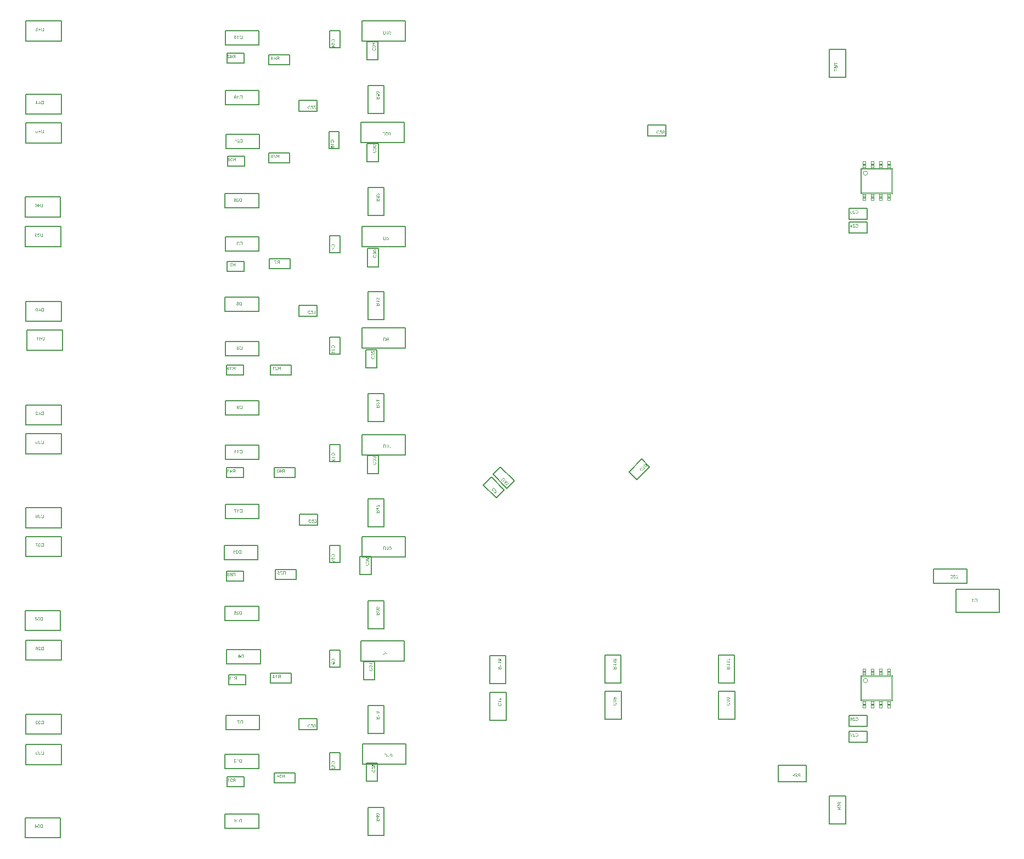
<source format=gbr>
%TF.GenerationSoftware,Altium Limited,Altium Designer,21.6.4 (81)*%
G04 Layer_Color=32768*
%FSLAX43Y43*%
%MOMM*%
%TF.SameCoordinates,95A2699C-722C-4572-8EE5-7BEA9F810E30*%
%TF.FilePolarity,Positive*%
%TF.FileFunction,Other,Bottom_Assembly*%
%TF.Part,Single*%
G01*
G75*
%TA.AperFunction,NonConductor*%
%ADD94C,0.200*%
%ADD137C,0.100*%
G36*
X-106745Y32678D02*
X-106757Y32671D01*
X-106769Y32662D01*
X-106781Y32653D01*
X-106791Y32644D01*
X-106801Y32636D01*
X-106807Y32629D01*
X-106810Y32626D01*
X-106812Y32624D01*
X-106813Y32623D01*
X-106813Y32622D01*
X-106826Y32607D01*
X-106837Y32592D01*
X-106848Y32576D01*
X-106856Y32562D01*
X-106863Y32549D01*
X-106866Y32544D01*
X-106868Y32539D01*
X-106870Y32536D01*
X-106872Y32533D01*
X-106873Y32531D01*
Y32530D01*
X-106934D01*
X-106930Y32542D01*
X-106924Y32553D01*
X-106919Y32564D01*
X-106914Y32574D01*
X-106909Y32583D01*
X-106905Y32590D01*
X-106904Y32593D01*
X-106902Y32595D01*
X-106902Y32596D01*
Y32596D01*
X-106894Y32610D01*
X-106886Y32621D01*
X-106878Y32632D01*
X-106872Y32640D01*
X-106866Y32647D01*
X-106862Y32652D01*
X-106859Y32655D01*
X-106858Y32656D01*
X-107258D01*
Y32719D01*
X-106745D01*
Y32678D01*
D02*
G37*
G36*
X-107089Y32419D02*
X-107074Y32416D01*
X-107060Y32412D01*
X-107048Y32407D01*
X-107038Y32403D01*
X-107035Y32401D01*
X-107031Y32399D01*
X-107029Y32397D01*
X-107027Y32396D01*
X-107026Y32395D01*
X-107025D01*
X-107014Y32385D01*
X-107005Y32373D01*
X-106997Y32361D01*
X-106991Y32350D01*
X-106987Y32340D01*
X-106985Y32335D01*
X-106984Y32331D01*
X-106983Y32329D01*
X-106982Y32326D01*
X-106982Y32325D01*
Y32324D01*
X-106975Y32336D01*
X-106968Y32347D01*
X-106961Y32356D01*
X-106954Y32363D01*
X-106948Y32369D01*
X-106943Y32373D01*
X-106940Y32376D01*
X-106938Y32377D01*
X-106928Y32383D01*
X-106917Y32387D01*
X-106907Y32390D01*
X-106898Y32393D01*
X-106890Y32394D01*
X-106883Y32395D01*
X-106879D01*
X-106878D01*
X-106878D01*
X-106865Y32394D01*
X-106853Y32392D01*
X-106842Y32389D01*
X-106832Y32385D01*
X-106824Y32381D01*
X-106817Y32379D01*
X-106813Y32376D01*
X-106813Y32375D01*
X-106812D01*
X-106801Y32368D01*
X-106791Y32359D01*
X-106783Y32350D01*
X-106775Y32341D01*
X-106770Y32333D01*
X-106766Y32327D01*
X-106765Y32325D01*
X-106763Y32323D01*
X-106763Y32322D01*
Y32321D01*
X-106757Y32308D01*
X-106752Y32295D01*
X-106749Y32282D01*
X-106747Y32270D01*
X-106745Y32260D01*
Y32256D01*
X-106745Y32252D01*
Y32245D01*
X-106745Y32234D01*
X-106746Y32223D01*
X-106750Y32203D01*
X-106756Y32186D01*
X-106759Y32178D01*
X-106762Y32171D01*
X-106765Y32165D01*
X-106769Y32159D01*
X-106772Y32154D01*
X-106775Y32150D01*
X-106777Y32147D01*
X-106779Y32145D01*
X-106779Y32144D01*
X-106780Y32143D01*
X-106787Y32136D01*
X-106794Y32129D01*
X-106810Y32118D01*
X-106826Y32109D01*
X-106841Y32102D01*
X-106848Y32099D01*
X-106855Y32097D01*
X-106862Y32095D01*
X-106866Y32094D01*
X-106871Y32092D01*
X-106874Y32092D01*
X-106876Y32091D01*
X-106877D01*
X-106888Y32154D01*
X-106872Y32157D01*
X-106858Y32161D01*
X-106846Y32166D01*
X-106837Y32172D01*
X-106829Y32176D01*
X-106824Y32180D01*
X-106821Y32183D01*
X-106820Y32184D01*
X-106812Y32194D01*
X-106807Y32204D01*
X-106803Y32215D01*
X-106799Y32224D01*
X-106798Y32233D01*
X-106797Y32240D01*
X-106797Y32243D01*
Y32246D01*
X-106797Y32260D01*
X-106800Y32271D01*
X-106804Y32281D01*
X-106808Y32290D01*
X-106813Y32297D01*
X-106816Y32302D01*
X-106819Y32305D01*
X-106820Y32306D01*
X-106829Y32314D01*
X-106838Y32320D01*
X-106848Y32324D01*
X-106856Y32327D01*
X-106864Y32329D01*
X-106870Y32329D01*
X-106875Y32330D01*
X-106876D01*
X-106876D01*
X-106884Y32329D01*
X-106892Y32329D01*
X-106905Y32325D01*
X-106916Y32320D01*
X-106926Y32314D01*
X-106932Y32308D01*
X-106938Y32303D01*
X-106940Y32299D01*
X-106942Y32298D01*
Y32297D01*
X-106948Y32285D01*
X-106954Y32273D01*
X-106957Y32261D01*
X-106960Y32250D01*
X-106961Y32240D01*
X-106962Y32232D01*
X-106962Y32230D01*
Y32222D01*
X-106962Y32219D01*
X-106961Y32217D01*
Y32216D01*
X-107016Y32208D01*
X-107014Y32218D01*
X-107012Y32226D01*
X-107011Y32234D01*
X-107010Y32241D01*
X-107010Y32246D01*
Y32253D01*
X-107011Y32269D01*
X-107014Y32283D01*
X-107018Y32295D01*
X-107023Y32305D01*
X-107029Y32313D01*
X-107033Y32319D01*
X-107036Y32323D01*
X-107037Y32325D01*
X-107043Y32330D01*
X-107049Y32334D01*
X-107060Y32341D01*
X-107072Y32347D01*
X-107083Y32350D01*
X-107093Y32352D01*
X-107098Y32353D01*
X-107101D01*
X-107105Y32353D01*
X-107107D01*
X-107108D01*
X-107109D01*
X-107117D01*
X-107125Y32352D01*
X-107139Y32349D01*
X-107153Y32343D01*
X-107163Y32338D01*
X-107173Y32333D01*
X-107179Y32327D01*
X-107181Y32325D01*
X-107183Y32324D01*
X-107184Y32323D01*
X-107185Y32323D01*
X-107190Y32317D01*
X-107195Y32311D01*
X-107203Y32298D01*
X-107208Y32285D01*
X-107211Y32274D01*
X-107214Y32264D01*
X-107214Y32259D01*
Y32255D01*
X-107215Y32252D01*
Y32248D01*
X-107214Y32234D01*
X-107211Y32222D01*
X-107208Y32211D01*
X-107203Y32202D01*
X-107199Y32194D01*
X-107195Y32188D01*
X-107193Y32185D01*
X-107192Y32184D01*
X-107187Y32179D01*
X-107182Y32175D01*
X-107169Y32168D01*
X-107157Y32161D01*
X-107144Y32156D01*
X-107132Y32152D01*
X-107127Y32151D01*
X-107123Y32150D01*
X-107119Y32149D01*
X-107117Y32148D01*
X-107115Y32148D01*
X-107114D01*
X-107123Y32085D01*
X-107135Y32087D01*
X-107146Y32089D01*
X-107156Y32092D01*
X-107166Y32096D01*
X-107175Y32100D01*
X-107184Y32104D01*
X-107192Y32108D01*
X-107199Y32112D01*
X-107205Y32117D01*
X-107211Y32121D01*
X-107216Y32125D01*
X-107220Y32128D01*
X-107223Y32132D01*
X-107225Y32134D01*
X-107226Y32135D01*
X-107227Y32136D01*
X-107234Y32144D01*
X-107240Y32153D01*
X-107246Y32162D01*
X-107250Y32172D01*
X-107254Y32182D01*
X-107257Y32191D01*
X-107262Y32208D01*
X-107264Y32216D01*
X-107265Y32224D01*
X-107266Y32231D01*
X-107266Y32236D01*
X-107267Y32241D01*
Y32248D01*
X-107266Y32262D01*
X-107265Y32274D01*
X-107263Y32287D01*
X-107260Y32298D01*
X-107256Y32309D01*
X-107252Y32319D01*
X-107248Y32329D01*
X-107244Y32337D01*
X-107240Y32345D01*
X-107236Y32351D01*
X-107232Y32357D01*
X-107228Y32362D01*
X-107225Y32366D01*
X-107223Y32369D01*
X-107222Y32370D01*
X-107221Y32371D01*
X-107212Y32379D01*
X-107203Y32387D01*
X-107193Y32393D01*
X-107184Y32399D01*
X-107174Y32404D01*
X-107165Y32408D01*
X-107155Y32411D01*
X-107147Y32414D01*
X-107139Y32416D01*
X-107131Y32417D01*
X-107125Y32419D01*
X-107119Y32419D01*
X-107114Y32420D01*
X-107110D01*
X-107108D01*
X-107107D01*
X-107089Y32419D01*
D02*
G37*
G36*
X-107079Y31959D02*
X-107091Y31956D01*
X-107102Y31953D01*
X-107112Y31949D01*
X-107122Y31945D01*
X-107131Y31940D01*
X-107139Y31936D01*
X-107146Y31931D01*
X-107152Y31927D01*
X-107158Y31923D01*
X-107163Y31919D01*
X-107167Y31915D01*
X-107171Y31912D01*
X-107173Y31909D01*
X-107175Y31907D01*
X-107176Y31906D01*
X-107177Y31906D01*
X-107183Y31898D01*
X-107187Y31890D01*
X-107192Y31882D01*
X-107195Y31874D01*
X-107201Y31858D01*
X-107205Y31842D01*
X-107206Y31836D01*
X-107207Y31829D01*
X-107208Y31824D01*
X-107209Y31818D01*
X-107209Y31814D01*
Y31809D01*
X-107208Y31792D01*
X-107205Y31776D01*
X-107202Y31761D01*
X-107197Y31748D01*
X-107193Y31737D01*
X-107191Y31732D01*
X-107189Y31729D01*
X-107187Y31726D01*
X-107187Y31724D01*
X-107185Y31722D01*
Y31722D01*
X-107175Y31708D01*
X-107164Y31696D01*
X-107152Y31686D01*
X-107140Y31677D01*
X-107129Y31671D01*
X-107125Y31669D01*
X-107121Y31667D01*
X-107117Y31665D01*
X-107115Y31663D01*
X-107113Y31663D01*
X-107113D01*
X-107094Y31657D01*
X-107074Y31652D01*
X-107055Y31649D01*
X-107037Y31647D01*
X-107029Y31645D01*
X-107022D01*
X-107016Y31645D01*
X-107010Y31644D01*
X-107005D01*
X-107002D01*
X-107000D01*
X-106999D01*
X-106980Y31645D01*
X-106962Y31647D01*
X-106946Y31649D01*
X-106930Y31652D01*
X-106924Y31653D01*
X-106918Y31655D01*
X-106913Y31656D01*
X-106908Y31657D01*
X-106905Y31659D01*
X-106902Y31659D01*
X-106901Y31660D01*
X-106900D01*
X-106883Y31667D01*
X-106868Y31675D01*
X-106855Y31685D01*
X-106844Y31694D01*
X-106836Y31702D01*
X-106830Y31709D01*
X-106827Y31711D01*
X-106826Y31713D01*
X-106825Y31715D01*
Y31715D01*
X-106819Y31723D01*
X-106815Y31731D01*
X-106808Y31748D01*
X-106803Y31764D01*
X-106799Y31780D01*
X-106799Y31787D01*
X-106797Y31794D01*
X-106797Y31800D01*
Y31804D01*
X-106796Y31808D01*
Y31814D01*
X-106797Y31833D01*
X-106800Y31850D01*
X-106804Y31864D01*
X-106809Y31877D01*
X-106814Y31887D01*
X-106816Y31891D01*
X-106818Y31894D01*
X-106819Y31897D01*
X-106821Y31899D01*
X-106822Y31900D01*
Y31900D01*
X-106827Y31906D01*
X-106832Y31912D01*
X-106845Y31923D01*
X-106858Y31931D01*
X-106872Y31939D01*
X-106884Y31945D01*
X-106889Y31947D01*
X-106894Y31949D01*
X-106898Y31950D01*
X-106900Y31951D01*
X-106902Y31952D01*
X-106903D01*
X-106887Y32019D01*
X-106874Y32015D01*
X-106862Y32009D01*
X-106850Y32004D01*
X-106840Y31998D01*
X-106830Y31992D01*
X-106821Y31986D01*
X-106813Y31980D01*
X-106806Y31974D01*
X-106799Y31968D01*
X-106793Y31963D01*
X-106789Y31957D01*
X-106785Y31953D01*
X-106781Y31950D01*
X-106779Y31947D01*
X-106778Y31945D01*
X-106777Y31945D01*
X-106771Y31935D01*
X-106764Y31924D01*
X-106759Y31913D01*
X-106755Y31903D01*
X-106751Y31892D01*
X-106747Y31881D01*
X-106743Y31861D01*
X-106741Y31852D01*
X-106740Y31843D01*
X-106739Y31835D01*
X-106739Y31828D01*
X-106738Y31823D01*
Y31803D01*
X-106739Y31791D01*
X-106743Y31768D01*
X-106748Y31746D01*
X-106751Y31737D01*
X-106753Y31728D01*
X-106757Y31720D01*
X-106759Y31713D01*
X-106762Y31707D01*
X-106765Y31701D01*
X-106767Y31697D01*
X-106768Y31694D01*
X-106769Y31692D01*
X-106769Y31691D01*
X-106775Y31681D01*
X-106782Y31671D01*
X-106797Y31654D01*
X-106811Y31639D01*
X-106826Y31627D01*
X-106833Y31621D01*
X-106839Y31617D01*
X-106845Y31613D01*
X-106850Y31610D01*
X-106854Y31607D01*
X-106857Y31605D01*
X-106859Y31605D01*
X-106860Y31604D01*
X-106871Y31599D01*
X-106883Y31594D01*
X-106906Y31587D01*
X-106930Y31581D01*
X-106941Y31579D01*
X-106952Y31578D01*
X-106962Y31577D01*
X-106970Y31575D01*
X-106978Y31575D01*
X-106986D01*
X-106991Y31574D01*
X-106996D01*
X-106998D01*
X-106999D01*
X-107025Y31575D01*
X-107051Y31578D01*
X-107063Y31580D01*
X-107074Y31583D01*
X-107085Y31585D01*
X-107095Y31587D01*
X-107104Y31590D01*
X-107112Y31592D01*
X-107119Y31595D01*
X-107125Y31597D01*
X-107129Y31598D01*
X-107133Y31599D01*
X-107135Y31601D01*
X-107136D01*
X-107147Y31606D01*
X-107159Y31612D01*
X-107169Y31618D01*
X-107178Y31625D01*
X-107187Y31631D01*
X-107195Y31638D01*
X-107203Y31644D01*
X-107209Y31651D01*
X-107214Y31657D01*
X-107220Y31662D01*
X-107224Y31667D01*
X-107227Y31671D01*
X-107230Y31675D01*
X-107232Y31678D01*
X-107233Y31679D01*
X-107234Y31680D01*
X-107240Y31690D01*
X-107244Y31701D01*
X-107249Y31712D01*
X-107253Y31723D01*
X-107259Y31746D01*
X-107263Y31767D01*
X-107264Y31777D01*
X-107265Y31786D01*
X-107266Y31794D01*
X-107266Y31801D01*
X-107267Y31807D01*
Y31815D01*
X-107266Y31830D01*
X-107265Y31844D01*
X-107263Y31857D01*
X-107260Y31870D01*
X-107257Y31882D01*
X-107253Y31893D01*
X-107250Y31903D01*
X-107245Y31913D01*
X-107241Y31921D01*
X-107238Y31928D01*
X-107234Y31935D01*
X-107230Y31940D01*
X-107228Y31945D01*
X-107226Y31947D01*
X-107224Y31949D01*
X-107224Y31950D01*
X-107215Y31960D01*
X-107206Y31969D01*
X-107196Y31978D01*
X-107185Y31985D01*
X-107175Y31993D01*
X-107165Y31999D01*
X-107154Y32005D01*
X-107144Y32009D01*
X-107134Y32014D01*
X-107125Y32017D01*
X-107117Y32021D01*
X-107111Y32023D01*
X-107105Y32025D01*
X-107100Y32026D01*
X-107097Y32027D01*
X-107097D01*
X-107079Y31959D01*
D02*
G37*
G36*
X-116457Y118831D02*
X-116443Y118830D01*
X-116430Y118828D01*
X-116418Y118825D01*
X-116406Y118822D01*
X-116394Y118818D01*
X-116384Y118815D01*
X-116374Y118810D01*
X-116366Y118806D01*
X-116359Y118803D01*
X-116352Y118799D01*
X-116347Y118795D01*
X-116342Y118793D01*
X-116340Y118791D01*
X-116338Y118789D01*
X-116337Y118789D01*
X-116327Y118780D01*
X-116318Y118771D01*
X-116309Y118761D01*
X-116302Y118750D01*
X-116294Y118740D01*
X-116288Y118730D01*
X-116282Y118719D01*
X-116278Y118709D01*
X-116273Y118699D01*
X-116270Y118690D01*
X-116266Y118682D01*
X-116264Y118676D01*
X-116262Y118670D01*
X-116261Y118665D01*
X-116260Y118662D01*
Y118662D01*
X-116328Y118644D01*
X-116331Y118656D01*
X-116334Y118667D01*
X-116338Y118677D01*
X-116342Y118687D01*
X-116347Y118696D01*
X-116351Y118704D01*
X-116356Y118711D01*
X-116360Y118717D01*
X-116364Y118723D01*
X-116368Y118728D01*
X-116372Y118732D01*
X-116375Y118736D01*
X-116378Y118738D01*
X-116380Y118740D01*
X-116381Y118741D01*
X-116382Y118742D01*
X-116389Y118747D01*
X-116397Y118752D01*
X-116405Y118757D01*
X-116414Y118760D01*
X-116430Y118766D01*
X-116445Y118770D01*
X-116451Y118771D01*
X-116458Y118772D01*
X-116463Y118773D01*
X-116469Y118773D01*
X-116473Y118774D01*
X-116478D01*
X-116495Y118773D01*
X-116511Y118770D01*
X-116526Y118767D01*
X-116539Y118762D01*
X-116550Y118757D01*
X-116555Y118755D01*
X-116558Y118754D01*
X-116561Y118752D01*
X-116563Y118751D01*
X-116565Y118750D01*
X-116565D01*
X-116579Y118740D01*
X-116591Y118729D01*
X-116601Y118717D01*
X-116610Y118705D01*
X-116617Y118694D01*
X-116619Y118690D01*
X-116621Y118686D01*
X-116623Y118682D01*
X-116624Y118680D01*
X-116625Y118678D01*
Y118678D01*
X-116631Y118659D01*
X-116635Y118639D01*
X-116638Y118620D01*
X-116640Y118602D01*
X-116642Y118594D01*
Y118587D01*
X-116642Y118580D01*
X-116643Y118574D01*
Y118570D01*
Y118566D01*
Y118564D01*
Y118564D01*
X-116642Y118545D01*
X-116640Y118527D01*
X-116638Y118511D01*
X-116635Y118495D01*
X-116634Y118489D01*
X-116632Y118483D01*
X-116631Y118478D01*
X-116630Y118473D01*
X-116629Y118470D01*
X-116628Y118467D01*
X-116627Y118466D01*
Y118465D01*
X-116621Y118448D01*
X-116612Y118433D01*
X-116603Y118420D01*
X-116593Y118409D01*
X-116585Y118401D01*
X-116579Y118395D01*
X-116576Y118392D01*
X-116574Y118391D01*
X-116573Y118389D01*
X-116572D01*
X-116564Y118384D01*
X-116556Y118380D01*
X-116539Y118373D01*
X-116523Y118368D01*
X-116507Y118364D01*
X-116500Y118364D01*
X-116493Y118362D01*
X-116487Y118362D01*
X-116483D01*
X-116479Y118361D01*
X-116473D01*
X-116454Y118362D01*
X-116438Y118365D01*
X-116423Y118369D01*
X-116410Y118373D01*
X-116400Y118379D01*
X-116396Y118381D01*
X-116393Y118383D01*
X-116390Y118384D01*
X-116388Y118385D01*
X-116388Y118387D01*
X-116387D01*
X-116381Y118392D01*
X-116375Y118397D01*
X-116364Y118410D01*
X-116356Y118423D01*
X-116348Y118437D01*
X-116342Y118449D01*
X-116340Y118454D01*
X-116338Y118459D01*
X-116337Y118463D01*
X-116336Y118465D01*
X-116335Y118467D01*
Y118468D01*
X-116268Y118452D01*
X-116272Y118439D01*
X-116278Y118427D01*
X-116283Y118415D01*
X-116289Y118405D01*
X-116295Y118395D01*
X-116301Y118386D01*
X-116307Y118378D01*
X-116313Y118371D01*
X-116319Y118364D01*
X-116324Y118358D01*
X-116330Y118354D01*
X-116334Y118350D01*
X-116337Y118346D01*
X-116340Y118344D01*
X-116342Y118343D01*
X-116342Y118342D01*
X-116352Y118336D01*
X-116363Y118329D01*
X-116374Y118324D01*
X-116384Y118320D01*
X-116396Y118316D01*
X-116406Y118312D01*
X-116426Y118308D01*
X-116436Y118306D01*
X-116444Y118305D01*
X-116452Y118304D01*
X-116459Y118304D01*
X-116464Y118303D01*
X-116484D01*
X-116496Y118304D01*
X-116519Y118308D01*
X-116541Y118313D01*
X-116550Y118316D01*
X-116559Y118318D01*
X-116567Y118322D01*
X-116575Y118324D01*
X-116581Y118327D01*
X-116586Y118330D01*
X-116590Y118332D01*
X-116593Y118333D01*
X-116595Y118334D01*
X-116596Y118334D01*
X-116606Y118340D01*
X-116616Y118347D01*
X-116633Y118362D01*
X-116648Y118376D01*
X-116660Y118391D01*
X-116666Y118398D01*
X-116670Y118404D01*
X-116674Y118410D01*
X-116677Y118415D01*
X-116680Y118419D01*
X-116682Y118422D01*
X-116682Y118424D01*
X-116683Y118425D01*
X-116688Y118436D01*
X-116693Y118448D01*
X-116700Y118471D01*
X-116706Y118495D01*
X-116708Y118506D01*
X-116709Y118517D01*
X-116710Y118527D01*
X-116712Y118535D01*
X-116712Y118543D01*
Y118551D01*
X-116713Y118556D01*
Y118560D01*
Y118563D01*
Y118564D01*
X-116712Y118590D01*
X-116709Y118616D01*
X-116707Y118628D01*
X-116704Y118639D01*
X-116702Y118650D01*
X-116700Y118660D01*
X-116697Y118669D01*
X-116695Y118677D01*
X-116692Y118684D01*
X-116690Y118690D01*
X-116689Y118694D01*
X-116688Y118698D01*
X-116686Y118700D01*
Y118701D01*
X-116681Y118712D01*
X-116675Y118724D01*
X-116669Y118734D01*
X-116662Y118743D01*
X-116656Y118752D01*
X-116649Y118760D01*
X-116643Y118767D01*
X-116636Y118773D01*
X-116631Y118779D01*
X-116625Y118785D01*
X-116620Y118789D01*
X-116616Y118792D01*
X-116612Y118795D01*
X-116609Y118797D01*
X-116608Y118798D01*
X-116607Y118799D01*
X-116597Y118805D01*
X-116587Y118809D01*
X-116575Y118814D01*
X-116564Y118818D01*
X-116541Y118824D01*
X-116520Y118828D01*
X-116510Y118829D01*
X-116501Y118830D01*
X-116493Y118831D01*
X-116486Y118831D01*
X-116480Y118832D01*
X-116472D01*
X-116457Y118831D01*
D02*
G37*
G36*
X-115475Y118763D02*
X-115727D01*
X-115718Y118751D01*
X-115713Y118745D01*
X-115709Y118740D01*
X-115705Y118736D01*
X-115703Y118732D01*
X-115701Y118730D01*
X-115700Y118730D01*
X-115697Y118726D01*
X-115692Y118722D01*
X-115688Y118717D01*
X-115682Y118712D01*
X-115670Y118702D01*
X-115658Y118691D01*
X-115646Y118681D01*
X-115641Y118676D01*
X-115637Y118672D01*
X-115633Y118670D01*
X-115630Y118667D01*
X-115628Y118666D01*
X-115628Y118665D01*
X-115616Y118654D01*
X-115604Y118644D01*
X-115594Y118636D01*
X-115584Y118627D01*
X-115575Y118619D01*
X-115567Y118611D01*
X-115560Y118604D01*
X-115554Y118598D01*
X-115548Y118593D01*
X-115543Y118588D01*
X-115539Y118584D01*
X-115536Y118581D01*
X-115534Y118578D01*
X-115532Y118576D01*
X-115530Y118576D01*
Y118575D01*
X-115520Y118563D01*
X-115512Y118551D01*
X-115505Y118541D01*
X-115499Y118531D01*
X-115494Y118524D01*
X-115491Y118518D01*
X-115489Y118514D01*
X-115489Y118513D01*
X-115485Y118501D01*
X-115481Y118491D01*
X-115479Y118480D01*
X-115477Y118471D01*
X-115477Y118463D01*
X-115476Y118457D01*
Y118453D01*
Y118452D01*
X-115477Y118441D01*
X-115478Y118430D01*
X-115480Y118420D01*
X-115483Y118411D01*
X-115490Y118393D01*
X-115493Y118385D01*
X-115497Y118379D01*
X-115502Y118372D01*
X-115505Y118367D01*
X-115509Y118362D01*
X-115512Y118358D01*
X-115515Y118355D01*
X-115517Y118353D01*
X-115518Y118352D01*
X-115519Y118351D01*
X-115528Y118344D01*
X-115536Y118338D01*
X-115546Y118332D01*
X-115556Y118327D01*
X-115566Y118323D01*
X-115575Y118320D01*
X-115594Y118315D01*
X-115602Y118313D01*
X-115610Y118312D01*
X-115618Y118311D01*
X-115624Y118310D01*
X-115629Y118310D01*
X-115636D01*
X-115650Y118310D01*
X-115662Y118311D01*
X-115674Y118313D01*
X-115685Y118316D01*
X-115696Y118318D01*
X-115705Y118322D01*
X-115713Y118325D01*
X-115721Y118328D01*
X-115729Y118332D01*
X-115735Y118336D01*
X-115740Y118339D01*
X-115745Y118342D01*
X-115748Y118344D01*
X-115751Y118346D01*
X-115752Y118347D01*
X-115753Y118348D01*
X-115761Y118355D01*
X-115767Y118363D01*
X-115773Y118371D01*
X-115779Y118381D01*
X-115783Y118389D01*
X-115787Y118399D01*
X-115793Y118417D01*
X-115796Y118425D01*
X-115798Y118433D01*
X-115799Y118439D01*
X-115801Y118445D01*
X-115801Y118451D01*
Y118454D01*
X-115802Y118457D01*
Y118457D01*
X-115737Y118464D01*
X-115736Y118447D01*
X-115733Y118432D01*
X-115729Y118419D01*
X-115723Y118408D01*
X-115719Y118400D01*
X-115714Y118393D01*
X-115711Y118390D01*
X-115710Y118389D01*
X-115700Y118379D01*
X-115688Y118373D01*
X-115675Y118368D01*
X-115664Y118365D01*
X-115654Y118363D01*
X-115649Y118362D01*
X-115645D01*
X-115642Y118362D01*
X-115638D01*
X-115622Y118363D01*
X-115608Y118366D01*
X-115596Y118369D01*
X-115586Y118374D01*
X-115578Y118379D01*
X-115572Y118383D01*
X-115569Y118386D01*
X-115568Y118387D01*
X-115558Y118397D01*
X-115552Y118408D01*
X-115547Y118418D01*
X-115544Y118428D01*
X-115542Y118437D01*
X-115541Y118444D01*
X-115540Y118447D01*
Y118448D01*
Y118449D01*
Y118450D01*
Y118457D01*
X-115542Y118463D01*
X-115545Y118477D01*
X-115550Y118490D01*
X-115555Y118501D01*
X-115561Y118511D01*
X-115564Y118515D01*
X-115566Y118519D01*
X-115568Y118522D01*
X-115569Y118524D01*
X-115570Y118525D01*
X-115570Y118526D01*
X-115576Y118534D01*
X-115584Y118542D01*
X-115592Y118551D01*
X-115600Y118560D01*
X-115619Y118578D01*
X-115638Y118595D01*
X-115646Y118603D01*
X-115655Y118610D01*
X-115663Y118617D01*
X-115670Y118623D01*
X-115675Y118628D01*
X-115680Y118631D01*
X-115682Y118634D01*
X-115683Y118634D01*
X-115702Y118650D01*
X-115719Y118665D01*
X-115733Y118678D01*
X-115744Y118690D01*
X-115753Y118699D01*
X-115760Y118706D01*
X-115762Y118709D01*
X-115764Y118711D01*
X-115765Y118712D01*
X-115765Y118712D01*
X-115775Y118725D01*
X-115784Y118737D01*
X-115791Y118748D01*
X-115797Y118759D01*
X-115801Y118767D01*
X-115804Y118774D01*
X-115805Y118777D01*
X-115806Y118779D01*
X-115807Y118779D01*
Y118780D01*
X-115809Y118788D01*
X-115811Y118795D01*
X-115813Y118803D01*
X-115813Y118809D01*
X-115814Y118815D01*
Y118819D01*
Y118822D01*
Y118823D01*
X-115475D01*
Y118763D01*
D02*
G37*
G36*
X-115873D02*
X-116124D01*
X-116115Y118751D01*
X-116111Y118745D01*
X-116107Y118740D01*
X-116103Y118736D01*
X-116100Y118732D01*
X-116098Y118730D01*
X-116097Y118730D01*
X-116094Y118726D01*
X-116089Y118722D01*
X-116085Y118717D01*
X-116079Y118712D01*
X-116068Y118702D01*
X-116055Y118691D01*
X-116044Y118681D01*
X-116038Y118676D01*
X-116034Y118672D01*
X-116030Y118670D01*
X-116028Y118667D01*
X-116026Y118666D01*
X-116025Y118665D01*
X-116013Y118654D01*
X-116001Y118644D01*
X-115991Y118636D01*
X-115981Y118627D01*
X-115972Y118619D01*
X-115964Y118611D01*
X-115957Y118604D01*
X-115951Y118598D01*
X-115945Y118593D01*
X-115940Y118588D01*
X-115936Y118584D01*
X-115933Y118581D01*
X-115931Y118578D01*
X-115929Y118576D01*
X-115928Y118576D01*
Y118575D01*
X-115918Y118563D01*
X-115909Y118551D01*
X-115902Y118541D01*
X-115896Y118531D01*
X-115891Y118524D01*
X-115888Y118518D01*
X-115886Y118514D01*
X-115886Y118513D01*
X-115882Y118501D01*
X-115879Y118491D01*
X-115877Y118480D01*
X-115875Y118471D01*
X-115874Y118463D01*
X-115873Y118457D01*
Y118453D01*
Y118452D01*
X-115874Y118441D01*
X-115875Y118430D01*
X-115877Y118420D01*
X-115880Y118411D01*
X-115887Y118393D01*
X-115890Y118385D01*
X-115894Y118379D01*
X-115899Y118372D01*
X-115902Y118367D01*
X-115906Y118362D01*
X-115910Y118358D01*
X-115912Y118355D01*
X-115914Y118353D01*
X-115916Y118352D01*
X-115916Y118351D01*
X-115925Y118344D01*
X-115934Y118338D01*
X-115943Y118332D01*
X-115953Y118327D01*
X-115963Y118323D01*
X-115972Y118320D01*
X-115991Y118315D01*
X-116000Y118313D01*
X-116008Y118312D01*
X-116015Y118311D01*
X-116022Y118310D01*
X-116026Y118310D01*
X-116034D01*
X-116047Y118310D01*
X-116060Y118311D01*
X-116072Y118313D01*
X-116082Y118316D01*
X-116093Y118318D01*
X-116102Y118322D01*
X-116111Y118325D01*
X-116119Y118328D01*
X-116126Y118332D01*
X-116132Y118336D01*
X-116137Y118339D01*
X-116142Y118342D01*
X-116145Y118344D01*
X-116148Y118346D01*
X-116149Y118347D01*
X-116150Y118348D01*
X-116158Y118355D01*
X-116165Y118363D01*
X-116171Y118371D01*
X-116176Y118381D01*
X-116181Y118389D01*
X-116185Y118399D01*
X-116191Y118417D01*
X-116193Y118425D01*
X-116195Y118433D01*
X-116197Y118439D01*
X-116198Y118445D01*
X-116199Y118451D01*
Y118454D01*
X-116199Y118457D01*
Y118457D01*
X-116135Y118464D01*
X-116133Y118447D01*
X-116131Y118432D01*
X-116126Y118419D01*
X-116121Y118408D01*
X-116116Y118400D01*
X-116111Y118393D01*
X-116109Y118390D01*
X-116107Y118389D01*
X-116097Y118379D01*
X-116085Y118373D01*
X-116072Y118368D01*
X-116061Y118365D01*
X-116051Y118363D01*
X-116046Y118362D01*
X-116042D01*
X-116040Y118362D01*
X-116035D01*
X-116020Y118363D01*
X-116006Y118366D01*
X-115994Y118369D01*
X-115984Y118374D01*
X-115976Y118379D01*
X-115970Y118383D01*
X-115966Y118386D01*
X-115965Y118387D01*
X-115956Y118397D01*
X-115949Y118408D01*
X-115944Y118418D01*
X-115941Y118428D01*
X-115939Y118437D01*
X-115938Y118444D01*
X-115938Y118447D01*
Y118448D01*
Y118449D01*
Y118450D01*
Y118457D01*
X-115939Y118463D01*
X-115942Y118477D01*
X-115947Y118490D01*
X-115952Y118501D01*
X-115958Y118511D01*
X-115961Y118515D01*
X-115963Y118519D01*
X-115965Y118522D01*
X-115966Y118524D01*
X-115967Y118525D01*
X-115968Y118526D01*
X-115974Y118534D01*
X-115981Y118542D01*
X-115989Y118551D01*
X-115998Y118560D01*
X-116016Y118578D01*
X-116035Y118595D01*
X-116044Y118603D01*
X-116052Y118610D01*
X-116060Y118617D01*
X-116067Y118623D01*
X-116072Y118628D01*
X-116077Y118631D01*
X-116079Y118634D01*
X-116080Y118634D01*
X-116099Y118650D01*
X-116116Y118665D01*
X-116130Y118678D01*
X-116141Y118690D01*
X-116151Y118699D01*
X-116157Y118706D01*
X-116159Y118709D01*
X-116161Y118711D01*
X-116162Y118712D01*
X-116163Y118712D01*
X-116173Y118725D01*
X-116181Y118737D01*
X-116188Y118748D01*
X-116194Y118759D01*
X-116199Y118767D01*
X-116201Y118774D01*
X-116203Y118777D01*
X-116203Y118779D01*
X-116204Y118779D01*
Y118780D01*
X-116207Y118788D01*
X-116209Y118795D01*
X-116210Y118803D01*
X-116211Y118809D01*
X-116211Y118815D01*
Y118819D01*
Y118822D01*
Y118823D01*
X-115873D01*
Y118763D01*
D02*
G37*
G36*
X-116457Y23327D02*
X-116443Y23326D01*
X-116430Y23324D01*
X-116418Y23321D01*
X-116406Y23318D01*
X-116394Y23314D01*
X-116384Y23311D01*
X-116374Y23306D01*
X-116366Y23302D01*
X-116359Y23299D01*
X-116352Y23295D01*
X-116347Y23291D01*
X-116342Y23289D01*
X-116340Y23287D01*
X-116338Y23285D01*
X-116337Y23285D01*
X-116327Y23276D01*
X-116318Y23267D01*
X-116309Y23257D01*
X-116302Y23246D01*
X-116294Y23236D01*
X-116288Y23226D01*
X-116282Y23215D01*
X-116278Y23205D01*
X-116273Y23195D01*
X-116270Y23186D01*
X-116266Y23178D01*
X-116264Y23172D01*
X-116262Y23166D01*
X-116261Y23161D01*
X-116260Y23158D01*
Y23158D01*
X-116328Y23140D01*
X-116331Y23152D01*
X-116334Y23163D01*
X-116338Y23173D01*
X-116342Y23183D01*
X-116347Y23192D01*
X-116351Y23200D01*
X-116356Y23207D01*
X-116360Y23213D01*
X-116364Y23219D01*
X-116368Y23224D01*
X-116372Y23228D01*
X-116375Y23232D01*
X-116378Y23234D01*
X-116380Y23236D01*
X-116381Y23237D01*
X-116382Y23237D01*
X-116389Y23243D01*
X-116397Y23248D01*
X-116405Y23253D01*
X-116414Y23256D01*
X-116430Y23262D01*
X-116445Y23266D01*
X-116451Y23267D01*
X-116458Y23268D01*
X-116463Y23269D01*
X-116469Y23269D01*
X-116473Y23270D01*
X-116478D01*
X-116495Y23269D01*
X-116511Y23266D01*
X-116526Y23263D01*
X-116539Y23258D01*
X-116550Y23253D01*
X-116555Y23251D01*
X-116558Y23250D01*
X-116561Y23248D01*
X-116563Y23247D01*
X-116565Y23246D01*
X-116565D01*
X-116579Y23236D01*
X-116591Y23225D01*
X-116601Y23213D01*
X-116610Y23201D01*
X-116617Y23190D01*
X-116619Y23186D01*
X-116621Y23182D01*
X-116623Y23178D01*
X-116624Y23176D01*
X-116625Y23174D01*
Y23174D01*
X-116631Y23155D01*
X-116635Y23135D01*
X-116638Y23116D01*
X-116640Y23098D01*
X-116642Y23090D01*
Y23083D01*
X-116642Y23076D01*
X-116643Y23070D01*
Y23066D01*
Y23062D01*
Y23060D01*
Y23060D01*
X-116642Y23041D01*
X-116640Y23023D01*
X-116638Y23007D01*
X-116635Y22991D01*
X-116634Y22985D01*
X-116632Y22979D01*
X-116631Y22974D01*
X-116630Y22969D01*
X-116629Y22966D01*
X-116628Y22963D01*
X-116627Y22962D01*
Y22961D01*
X-116621Y22944D01*
X-116612Y22929D01*
X-116603Y22916D01*
X-116593Y22905D01*
X-116585Y22897D01*
X-116579Y22891D01*
X-116576Y22888D01*
X-116574Y22887D01*
X-116573Y22885D01*
X-116572D01*
X-116564Y22880D01*
X-116556Y22876D01*
X-116539Y22869D01*
X-116523Y22864D01*
X-116507Y22860D01*
X-116500Y22860D01*
X-116493Y22858D01*
X-116487Y22858D01*
X-116483D01*
X-116479Y22857D01*
X-116473D01*
X-116454Y22858D01*
X-116438Y22861D01*
X-116423Y22865D01*
X-116410Y22869D01*
X-116400Y22875D01*
X-116396Y22877D01*
X-116393Y22879D01*
X-116390Y22880D01*
X-116388Y22881D01*
X-116388Y22883D01*
X-116387D01*
X-116381Y22888D01*
X-116375Y22893D01*
X-116364Y22906D01*
X-116356Y22919D01*
X-116348Y22933D01*
X-116342Y22945D01*
X-116340Y22950D01*
X-116338Y22955D01*
X-116337Y22959D01*
X-116336Y22961D01*
X-116335Y22963D01*
Y22964D01*
X-116268Y22948D01*
X-116272Y22935D01*
X-116278Y22923D01*
X-116283Y22911D01*
X-116289Y22901D01*
X-116295Y22891D01*
X-116301Y22882D01*
X-116307Y22874D01*
X-116313Y22867D01*
X-116319Y22860D01*
X-116324Y22854D01*
X-116330Y22850D01*
X-116334Y22846D01*
X-116337Y22842D01*
X-116340Y22840D01*
X-116342Y22839D01*
X-116342Y22838D01*
X-116352Y22832D01*
X-116363Y22825D01*
X-116374Y22820D01*
X-116384Y22816D01*
X-116396Y22812D01*
X-116406Y22808D01*
X-116426Y22804D01*
X-116436Y22802D01*
X-116444Y22801D01*
X-116452Y22800D01*
X-116459Y22800D01*
X-116464Y22799D01*
X-116484D01*
X-116496Y22800D01*
X-116519Y22804D01*
X-116541Y22809D01*
X-116550Y22812D01*
X-116559Y22814D01*
X-116567Y22818D01*
X-116575Y22820D01*
X-116581Y22823D01*
X-116586Y22826D01*
X-116590Y22828D01*
X-116593Y22829D01*
X-116595Y22830D01*
X-116596Y22830D01*
X-116606Y22836D01*
X-116616Y22843D01*
X-116633Y22858D01*
X-116648Y22872D01*
X-116660Y22887D01*
X-116666Y22894D01*
X-116670Y22900D01*
X-116674Y22906D01*
X-116677Y22911D01*
X-116680Y22915D01*
X-116682Y22918D01*
X-116682Y22920D01*
X-116683Y22921D01*
X-116688Y22932D01*
X-116693Y22944D01*
X-116700Y22967D01*
X-116706Y22991D01*
X-116708Y23002D01*
X-116709Y23013D01*
X-116710Y23023D01*
X-116712Y23031D01*
X-116712Y23039D01*
Y23047D01*
X-116713Y23052D01*
Y23056D01*
Y23059D01*
Y23060D01*
X-116712Y23086D01*
X-116709Y23112D01*
X-116707Y23124D01*
X-116704Y23135D01*
X-116702Y23146D01*
X-116700Y23156D01*
X-116697Y23165D01*
X-116695Y23173D01*
X-116692Y23180D01*
X-116690Y23186D01*
X-116689Y23190D01*
X-116688Y23194D01*
X-116686Y23196D01*
Y23197D01*
X-116681Y23208D01*
X-116675Y23220D01*
X-116669Y23230D01*
X-116662Y23239D01*
X-116656Y23248D01*
X-116649Y23256D01*
X-116643Y23263D01*
X-116636Y23269D01*
X-116631Y23275D01*
X-116625Y23281D01*
X-116620Y23285D01*
X-116616Y23288D01*
X-116612Y23291D01*
X-116609Y23293D01*
X-116608Y23294D01*
X-116607Y23295D01*
X-116597Y23301D01*
X-116587Y23305D01*
X-116575Y23310D01*
X-116564Y23314D01*
X-116541Y23320D01*
X-116520Y23324D01*
X-116510Y23325D01*
X-116501Y23326D01*
X-116493Y23327D01*
X-116486Y23327D01*
X-116480Y23328D01*
X-116472D01*
X-116457Y23327D01*
D02*
G37*
G36*
X-115873Y23259D02*
X-116124D01*
X-116115Y23247D01*
X-116111Y23241D01*
X-116107Y23236D01*
X-116103Y23232D01*
X-116100Y23228D01*
X-116098Y23226D01*
X-116097Y23226D01*
X-116094Y23222D01*
X-116089Y23218D01*
X-116085Y23213D01*
X-116079Y23208D01*
X-116068Y23198D01*
X-116055Y23187D01*
X-116044Y23177D01*
X-116038Y23172D01*
X-116034Y23168D01*
X-116030Y23166D01*
X-116028Y23163D01*
X-116026Y23162D01*
X-116025Y23161D01*
X-116013Y23150D01*
X-116001Y23140D01*
X-115991Y23132D01*
X-115981Y23123D01*
X-115972Y23115D01*
X-115964Y23107D01*
X-115957Y23100D01*
X-115951Y23094D01*
X-115945Y23089D01*
X-115940Y23084D01*
X-115936Y23080D01*
X-115933Y23077D01*
X-115931Y23074D01*
X-115929Y23072D01*
X-115928Y23072D01*
Y23071D01*
X-115918Y23059D01*
X-115909Y23047D01*
X-115902Y23037D01*
X-115896Y23027D01*
X-115891Y23020D01*
X-115888Y23014D01*
X-115886Y23010D01*
X-115886Y23009D01*
X-115882Y22997D01*
X-115879Y22987D01*
X-115877Y22976D01*
X-115875Y22967D01*
X-115874Y22959D01*
X-115873Y22953D01*
Y22949D01*
Y22948D01*
X-115874Y22937D01*
X-115875Y22926D01*
X-115877Y22916D01*
X-115880Y22907D01*
X-115887Y22889D01*
X-115890Y22881D01*
X-115894Y22875D01*
X-115899Y22868D01*
X-115902Y22863D01*
X-115906Y22858D01*
X-115910Y22854D01*
X-115912Y22851D01*
X-115914Y22849D01*
X-115916Y22848D01*
X-115916Y22847D01*
X-115925Y22840D01*
X-115934Y22834D01*
X-115943Y22828D01*
X-115953Y22823D01*
X-115963Y22819D01*
X-115972Y22816D01*
X-115991Y22811D01*
X-116000Y22809D01*
X-116008Y22808D01*
X-116015Y22807D01*
X-116022Y22806D01*
X-116026Y22806D01*
X-116034D01*
X-116047Y22806D01*
X-116060Y22807D01*
X-116072Y22809D01*
X-116082Y22812D01*
X-116093Y22814D01*
X-116102Y22818D01*
X-116111Y22821D01*
X-116119Y22824D01*
X-116126Y22828D01*
X-116132Y22832D01*
X-116137Y22835D01*
X-116142Y22838D01*
X-116145Y22840D01*
X-116148Y22842D01*
X-116149Y22843D01*
X-116150Y22844D01*
X-116158Y22851D01*
X-116165Y22859D01*
X-116171Y22868D01*
X-116176Y22877D01*
X-116181Y22885D01*
X-116185Y22895D01*
X-116191Y22913D01*
X-116193Y22921D01*
X-116195Y22929D01*
X-116197Y22935D01*
X-116198Y22941D01*
X-116199Y22947D01*
Y22950D01*
X-116199Y22953D01*
Y22953D01*
X-116135Y22960D01*
X-116133Y22943D01*
X-116131Y22928D01*
X-116126Y22915D01*
X-116121Y22904D01*
X-116116Y22896D01*
X-116111Y22889D01*
X-116109Y22886D01*
X-116107Y22885D01*
X-116097Y22875D01*
X-116085Y22869D01*
X-116072Y22864D01*
X-116061Y22861D01*
X-116051Y22859D01*
X-116046Y22858D01*
X-116042D01*
X-116040Y22858D01*
X-116035D01*
X-116020Y22859D01*
X-116006Y22862D01*
X-115994Y22865D01*
X-115984Y22870D01*
X-115976Y22875D01*
X-115970Y22879D01*
X-115966Y22882D01*
X-115965Y22883D01*
X-115956Y22893D01*
X-115949Y22904D01*
X-115944Y22914D01*
X-115941Y22924D01*
X-115939Y22933D01*
X-115938Y22940D01*
X-115938Y22943D01*
Y22944D01*
Y22945D01*
Y22946D01*
Y22953D01*
X-115939Y22959D01*
X-115942Y22973D01*
X-115947Y22986D01*
X-115952Y22997D01*
X-115958Y23007D01*
X-115961Y23011D01*
X-115963Y23015D01*
X-115965Y23018D01*
X-115966Y23020D01*
X-115967Y23021D01*
X-115968Y23022D01*
X-115974Y23030D01*
X-115981Y23038D01*
X-115989Y23047D01*
X-115998Y23056D01*
X-116016Y23074D01*
X-116035Y23091D01*
X-116044Y23099D01*
X-116052Y23106D01*
X-116060Y23113D01*
X-116067Y23119D01*
X-116072Y23124D01*
X-116077Y23127D01*
X-116079Y23130D01*
X-116080Y23130D01*
X-116099Y23146D01*
X-116116Y23161D01*
X-116130Y23174D01*
X-116141Y23186D01*
X-116151Y23195D01*
X-116157Y23202D01*
X-116159Y23205D01*
X-116161Y23207D01*
X-116162Y23208D01*
X-116163Y23208D01*
X-116173Y23221D01*
X-116181Y23233D01*
X-116188Y23244D01*
X-116194Y23255D01*
X-116199Y23263D01*
X-116201Y23270D01*
X-116203Y23273D01*
X-116203Y23275D01*
X-116204Y23275D01*
Y23276D01*
X-116207Y23284D01*
X-116209Y23291D01*
X-116210Y23299D01*
X-116211Y23305D01*
X-116211Y23311D01*
Y23315D01*
Y23318D01*
Y23319D01*
X-115873D01*
Y23259D01*
D02*
G37*
G36*
X-115628Y23327D02*
X-115618Y23327D01*
X-115600Y23323D01*
X-115584Y23319D01*
X-115571Y23313D01*
X-115565Y23310D01*
X-115560Y23307D01*
X-115556Y23305D01*
X-115552Y23303D01*
X-115550Y23301D01*
X-115547Y23299D01*
X-115546Y23298D01*
X-115546D01*
X-115532Y23286D01*
X-115521Y23272D01*
X-115512Y23258D01*
X-115504Y23244D01*
X-115498Y23232D01*
X-115495Y23227D01*
X-115493Y23222D01*
X-115492Y23218D01*
X-115491Y23216D01*
X-115490Y23214D01*
Y23213D01*
X-115487Y23202D01*
X-115484Y23191D01*
X-115479Y23167D01*
X-115476Y23142D01*
X-115473Y23119D01*
X-115473Y23108D01*
X-115472Y23098D01*
Y23090D01*
X-115471Y23082D01*
Y23076D01*
Y23071D01*
Y23068D01*
Y23067D01*
Y23053D01*
X-115472Y23040D01*
X-115473Y23028D01*
X-115473Y23017D01*
X-115474Y23005D01*
X-115475Y22996D01*
X-115476Y22987D01*
X-115477Y22979D01*
X-115479Y22971D01*
X-115479Y22965D01*
X-115481Y22959D01*
X-115481Y22955D01*
X-115482Y22951D01*
X-115483Y22949D01*
X-115483Y22947D01*
Y22947D01*
X-115488Y22931D01*
X-115493Y22915D01*
X-115498Y22903D01*
X-115503Y22891D01*
X-115508Y22882D01*
X-115511Y22875D01*
X-115512Y22873D01*
X-115514Y22871D01*
X-115514Y22871D01*
Y22870D01*
X-115522Y22859D01*
X-115531Y22850D01*
X-115540Y22842D01*
X-115548Y22834D01*
X-115555Y22829D01*
X-115560Y22826D01*
X-115564Y22823D01*
X-115565Y22822D01*
X-115566D01*
X-115578Y22817D01*
X-115590Y22813D01*
X-115602Y22810D01*
X-115614Y22808D01*
X-115624Y22806D01*
X-115628D01*
X-115632Y22806D01*
X-115648D01*
X-115658Y22807D01*
X-115676Y22810D01*
X-115692Y22815D01*
X-115705Y22820D01*
X-115711Y22824D01*
X-115716Y22826D01*
X-115721Y22829D01*
X-115724Y22831D01*
X-115727Y22833D01*
X-115729Y22834D01*
X-115730Y22835D01*
X-115731Y22836D01*
X-115743Y22848D01*
X-115755Y22862D01*
X-115764Y22876D01*
X-115772Y22889D01*
X-115778Y22902D01*
X-115781Y22907D01*
X-115783Y22912D01*
X-115784Y22916D01*
X-115785Y22919D01*
X-115786Y22921D01*
Y22921D01*
X-115789Y22932D01*
X-115792Y22943D01*
X-115797Y22967D01*
X-115800Y22992D01*
X-115802Y23015D01*
X-115803Y23026D01*
Y23036D01*
X-115804Y23045D01*
X-115805Y23052D01*
Y23058D01*
Y23063D01*
Y23066D01*
Y23067D01*
X-115804Y23093D01*
X-115803Y23118D01*
X-115800Y23140D01*
X-115797Y23160D01*
X-115793Y23180D01*
X-115789Y23196D01*
X-115784Y23212D01*
X-115779Y23226D01*
X-115775Y23237D01*
X-115771Y23247D01*
X-115766Y23256D01*
X-115763Y23263D01*
X-115759Y23269D01*
X-115757Y23272D01*
X-115755Y23275D01*
X-115755Y23275D01*
X-115746Y23285D01*
X-115737Y23293D01*
X-115728Y23300D01*
X-115719Y23306D01*
X-115709Y23311D01*
X-115699Y23315D01*
X-115690Y23319D01*
X-115680Y23321D01*
X-115672Y23323D01*
X-115664Y23325D01*
X-115657Y23327D01*
X-115650Y23327D01*
X-115646D01*
X-115642Y23328D01*
X-115638D01*
X-115628Y23327D01*
D02*
G37*
G36*
X-86363Y61292D02*
X-86351Y61279D01*
X-86341Y61268D01*
X-86332Y61257D01*
X-86325Y61247D01*
X-86319Y61239D01*
X-86316Y61236D01*
X-86314Y61233D01*
X-86313Y61230D01*
X-86311Y61229D01*
Y61228D01*
X-86311Y61228D01*
X-86304Y61216D01*
X-86299Y61205D01*
X-86295Y61194D01*
X-86291Y61185D01*
X-86288Y61178D01*
X-86287Y61172D01*
X-86286Y61168D01*
X-86286Y61166D01*
X-86284Y61155D01*
X-86283Y61143D01*
Y61132D01*
X-86283Y61122D01*
X-86284Y61113D01*
X-86285Y61106D01*
Y61101D01*
X-86285Y61100D01*
X-86288Y61087D01*
X-86292Y61073D01*
X-86296Y61060D01*
X-86302Y61048D01*
X-86306Y61038D01*
X-86308Y61034D01*
X-86310Y61030D01*
X-86311Y61027D01*
X-86312Y61025D01*
X-86313Y61023D01*
X-86313Y61023D01*
X-86322Y61007D01*
X-86333Y60992D01*
X-86343Y60978D01*
X-86353Y60966D01*
X-86358Y60960D01*
X-86362Y60955D01*
X-86367Y60951D01*
X-86369Y60947D01*
X-86373Y60944D01*
X-86375Y60942D01*
X-86376Y60941D01*
X-86376Y60940D01*
X-86394Y60923D01*
X-86413Y60909D01*
X-86421Y60902D01*
X-86430Y60896D01*
X-86438Y60891D01*
X-86445Y60886D01*
X-86452Y60882D01*
X-86458Y60878D01*
X-86463Y60876D01*
X-86468Y60873D01*
X-86472Y60871D01*
X-86475Y60870D01*
X-86477Y60869D01*
X-86477Y60869D01*
X-86496Y60861D01*
X-86515Y60856D01*
X-86533Y60852D01*
X-86549Y60850D01*
X-86556Y60850D01*
X-86562Y60849D01*
X-86579D01*
X-86581Y60850D01*
X-86582D01*
X-86597Y60852D01*
X-86611Y60855D01*
X-86624Y60860D01*
X-86637Y60864D01*
X-86646Y60869D01*
X-86650Y60871D01*
X-86654Y60873D01*
X-86656Y60875D01*
X-86659Y60876D01*
X-86660Y60877D01*
X-86661Y60877D01*
X-86671Y60884D01*
X-86683Y60893D01*
X-86695Y60903D01*
X-86706Y60912D01*
X-86715Y60921D01*
X-86720Y60925D01*
X-86855Y61060D01*
X-86493Y61422D01*
X-86363Y61292D01*
D02*
G37*
G36*
X-86090Y60846D02*
X-86004Y60933D01*
X-85960Y60888D01*
X-86046Y60802D01*
X-85997Y60753D01*
X-86038Y60712D01*
X-86087Y60761D01*
X-86321Y60526D01*
X-86358Y60563D01*
X-86288Y60962D01*
X-86247Y61003D01*
X-86090Y60846D01*
D02*
G37*
G36*
X-85846Y60735D02*
X-85835Y60733D01*
X-85824Y60731D01*
X-85813Y60727D01*
X-85802Y60723D01*
X-85792Y60718D01*
X-85775Y60709D01*
X-85768Y60703D01*
X-85761Y60698D01*
X-85755Y60694D01*
X-85750Y60690D01*
X-85745Y60686D01*
X-85740Y60681D01*
X-85731Y60671D01*
X-85723Y60661D01*
X-85715Y60651D01*
X-85710Y60640D01*
X-85704Y60630D01*
X-85699Y60621D01*
X-85696Y60612D01*
X-85693Y60602D01*
X-85691Y60594D01*
X-85689Y60587D01*
X-85688Y60581D01*
X-85687Y60574D01*
X-85686Y60570D01*
X-85686Y60566D01*
Y60565D01*
Y60564D01*
X-85686Y60552D01*
X-85687Y60541D01*
X-85689Y60530D01*
X-85692Y60519D01*
X-85696Y60509D01*
X-85699Y60500D01*
X-85703Y60492D01*
X-85708Y60484D01*
X-85712Y60477D01*
X-85716Y60471D01*
X-85720Y60466D01*
X-85723Y60461D01*
X-85726Y60457D01*
X-85728Y60455D01*
X-85730Y60453D01*
X-85730Y60453D01*
X-85744Y60442D01*
X-85757Y60432D01*
X-85769Y60425D01*
X-85781Y60420D01*
X-85791Y60416D01*
X-85795Y60415D01*
X-85799Y60414D01*
X-85802Y60413D01*
X-85804Y60413D01*
X-85805Y60413D01*
X-85806Y60413D01*
X-85821Y60411D01*
X-85836Y60412D01*
X-85851Y60414D01*
X-85864Y60418D01*
X-85875Y60422D01*
X-85880Y60423D01*
X-85884Y60425D01*
X-85887Y60426D01*
X-85889Y60428D01*
X-85891Y60428D01*
X-85891Y60429D01*
X-85886Y60415D01*
X-85883Y60402D01*
X-85880Y60390D01*
X-85880Y60380D01*
Y60372D01*
Y60365D01*
Y60361D01*
X-85880Y60360D01*
X-85883Y60348D01*
X-85887Y60337D01*
X-85892Y60327D01*
X-85897Y60319D01*
X-85902Y60311D01*
X-85906Y60306D01*
X-85908Y60304D01*
X-85910Y60303D01*
X-85910Y60302D01*
X-85911Y60302D01*
X-85918Y60295D01*
X-85926Y60289D01*
X-85934Y60284D01*
X-85943Y60279D01*
X-85959Y60273D01*
X-85974Y60268D01*
X-85980Y60267D01*
X-85986Y60266D01*
X-85992Y60265D01*
X-85997Y60264D01*
X-86007D01*
X-86017Y60265D01*
X-86027Y60266D01*
X-86037Y60269D01*
X-86047Y60272D01*
X-86056Y60276D01*
X-86064Y60280D01*
X-86080Y60289D01*
X-86087Y60293D01*
X-86093Y60298D01*
X-86098Y60302D01*
X-86102Y60305D01*
X-86106Y60308D01*
X-86111Y60313D01*
X-86119Y60322D01*
X-86127Y60331D01*
X-86133Y60340D01*
X-86138Y60349D01*
X-86143Y60357D01*
X-86147Y60366D01*
X-86150Y60374D01*
X-86152Y60381D01*
X-86154Y60389D01*
X-86156Y60396D01*
X-86157Y60401D01*
X-86158Y60406D01*
X-86158Y60410D01*
X-86159Y60413D01*
Y60414D01*
Y60415D01*
Y60426D01*
X-86158Y60435D01*
X-86156Y60445D01*
X-86153Y60453D01*
X-86150Y60461D01*
X-86147Y60469D01*
X-86140Y60483D01*
X-86133Y60494D01*
X-86129Y60499D01*
X-86127Y60503D01*
X-86124Y60506D01*
X-86122Y60508D01*
X-86121Y60509D01*
X-86120Y60510D01*
X-86111Y60519D01*
X-86101Y60526D01*
X-86091Y60531D01*
X-86082Y60535D01*
X-86074Y60538D01*
X-86068Y60540D01*
X-86064Y60541D01*
X-86063Y60541D01*
X-86050Y60542D01*
X-86038D01*
X-86026Y60540D01*
X-86016Y60538D01*
X-86006Y60535D01*
X-85999Y60533D01*
X-85996Y60532D01*
X-85994Y60531D01*
X-85993Y60530D01*
X-85992Y60530D01*
X-86000Y60545D01*
X-86006Y60560D01*
X-86009Y60574D01*
X-86011Y60587D01*
X-86011Y60597D01*
Y60606D01*
X-86011Y60611D01*
X-86011Y60613D01*
X-86011Y60613D01*
X-86007Y60629D01*
X-86002Y60643D01*
X-85996Y60655D01*
X-85988Y60667D01*
X-85981Y60677D01*
X-85978Y60680D01*
X-85976Y60683D01*
X-85973Y60686D01*
X-85971Y60688D01*
X-85970Y60689D01*
X-85970Y60690D01*
X-85961Y60698D01*
X-85951Y60705D01*
X-85942Y60712D01*
X-85932Y60717D01*
X-85923Y60722D01*
X-85913Y60725D01*
X-85905Y60728D01*
X-85896Y60731D01*
X-85888Y60733D01*
X-85881Y60734D01*
X-85875Y60735D01*
X-85869Y60736D01*
X-85864D01*
X-85861Y60736D01*
X-85858D01*
X-85846Y60735D01*
D02*
G37*
G36*
X-106504Y64664D02*
X-106489Y64661D01*
X-106475Y64657D01*
X-106463Y64653D01*
X-106453Y64648D01*
X-106450Y64646D01*
X-106447Y64644D01*
X-106444Y64643D01*
X-106442Y64641D01*
X-106441Y64640D01*
X-106441D01*
X-106429Y64630D01*
X-106420Y64618D01*
X-106412Y64607D01*
X-106406Y64595D01*
X-106402Y64585D01*
X-106400Y64581D01*
X-106399Y64577D01*
X-106398Y64574D01*
X-106397Y64571D01*
X-106397Y64570D01*
Y64569D01*
X-106390Y64581D01*
X-106383Y64592D01*
X-106376Y64601D01*
X-106369Y64609D01*
X-106363Y64615D01*
X-106358Y64619D01*
X-106355Y64621D01*
X-106353Y64622D01*
X-106343Y64628D01*
X-106332Y64633D01*
X-106322Y64635D01*
X-106313Y64638D01*
X-106305Y64639D01*
X-106298Y64640D01*
X-106294D01*
X-106294D01*
X-106293D01*
X-106280Y64639D01*
X-106268Y64637D01*
X-106257Y64634D01*
X-106247Y64631D01*
X-106239Y64627D01*
X-106232Y64624D01*
X-106228Y64621D01*
X-106228Y64621D01*
X-106227D01*
X-106216Y64613D01*
X-106206Y64605D01*
X-106198Y64595D01*
X-106190Y64587D01*
X-106185Y64579D01*
X-106181Y64573D01*
X-106180Y64570D01*
X-106178Y64568D01*
X-106178Y64567D01*
Y64567D01*
X-106172Y64553D01*
X-106167Y64540D01*
X-106164Y64527D01*
X-106162Y64516D01*
X-106160Y64506D01*
Y64501D01*
X-106160Y64498D01*
Y64490D01*
X-106160Y64479D01*
X-106161Y64468D01*
X-106165Y64448D01*
X-106171Y64431D01*
X-106174Y64424D01*
X-106177Y64416D01*
X-106180Y64410D01*
X-106184Y64404D01*
X-106187Y64400D01*
X-106190Y64396D01*
X-106192Y64392D01*
X-106194Y64390D01*
X-106194Y64389D01*
X-106195Y64388D01*
X-106202Y64381D01*
X-106209Y64374D01*
X-106225Y64363D01*
X-106241Y64354D01*
X-106256Y64347D01*
X-106264Y64344D01*
X-106270Y64342D01*
X-106277Y64340D01*
X-106282Y64339D01*
X-106286Y64338D01*
X-106290Y64337D01*
X-106292Y64337D01*
X-106292D01*
X-106303Y64399D01*
X-106288Y64402D01*
X-106274Y64406D01*
X-106262Y64412D01*
X-106252Y64417D01*
X-106244Y64422D01*
X-106239Y64426D01*
X-106236Y64428D01*
X-106235Y64430D01*
X-106227Y64440D01*
X-106222Y64450D01*
X-106218Y64460D01*
X-106214Y64470D01*
X-106213Y64478D01*
X-106212Y64486D01*
X-106212Y64488D01*
Y64492D01*
X-106212Y64505D01*
X-106215Y64516D01*
X-106219Y64527D01*
X-106223Y64535D01*
X-106228Y64542D01*
X-106231Y64547D01*
X-106234Y64550D01*
X-106235Y64551D01*
X-106244Y64559D01*
X-106254Y64565D01*
X-106263Y64569D01*
X-106272Y64573D01*
X-106280Y64574D01*
X-106286Y64575D01*
X-106290Y64575D01*
X-106291D01*
X-106292D01*
X-106299Y64575D01*
X-106307Y64574D01*
X-106320Y64570D01*
X-106331Y64565D01*
X-106341Y64559D01*
X-106347Y64553D01*
X-106353Y64548D01*
X-106355Y64544D01*
X-106357Y64543D01*
Y64543D01*
X-106363Y64531D01*
X-106369Y64518D01*
X-106372Y64506D01*
X-106375Y64495D01*
X-106376Y64486D01*
X-106377Y64478D01*
X-106377Y64475D01*
Y64468D01*
X-106377Y64464D01*
X-106376Y64462D01*
Y64461D01*
X-106431Y64454D01*
X-106429Y64463D01*
X-106427Y64472D01*
X-106426Y64480D01*
X-106425Y64486D01*
X-106425Y64491D01*
Y64498D01*
X-106426Y64514D01*
X-106429Y64528D01*
X-106433Y64540D01*
X-106439Y64551D01*
X-106444Y64559D01*
X-106448Y64565D01*
X-106451Y64569D01*
X-106453Y64570D01*
X-106458Y64575D01*
X-106464Y64579D01*
X-106475Y64587D01*
X-106487Y64592D01*
X-106498Y64595D01*
X-106508Y64597D01*
X-106513Y64598D01*
X-106516D01*
X-106520Y64599D01*
X-106522D01*
X-106523D01*
X-106524D01*
X-106532D01*
X-106540Y64597D01*
X-106554Y64594D01*
X-106568Y64589D01*
X-106578Y64583D01*
X-106588Y64578D01*
X-106594Y64573D01*
X-106596Y64571D01*
X-106598Y64569D01*
X-106599Y64569D01*
X-106600Y64568D01*
X-106605Y64562D01*
X-106610Y64556D01*
X-106618Y64543D01*
X-106623Y64531D01*
X-106626Y64519D01*
X-106629Y64509D01*
X-106630Y64504D01*
Y64500D01*
X-106630Y64498D01*
Y64493D01*
X-106629Y64480D01*
X-106626Y64467D01*
X-106623Y64456D01*
X-106618Y64447D01*
X-106614Y64439D01*
X-106610Y64434D01*
X-106608Y64430D01*
X-106607Y64429D01*
X-106602Y64424D01*
X-106597Y64420D01*
X-106584Y64413D01*
X-106572Y64406D01*
X-106559Y64402D01*
X-106547Y64398D01*
X-106542Y64396D01*
X-106538Y64395D01*
X-106534Y64394D01*
X-106532Y64394D01*
X-106530Y64393D01*
X-106529D01*
X-106538Y64331D01*
X-106550Y64332D01*
X-106561Y64335D01*
X-106571Y64337D01*
X-106581Y64341D01*
X-106590Y64345D01*
X-106599Y64349D01*
X-106607Y64354D01*
X-106614Y64358D01*
X-106620Y64362D01*
X-106626Y64366D01*
X-106631Y64370D01*
X-106635Y64374D01*
X-106638Y64377D01*
X-106640Y64379D01*
X-106642Y64380D01*
X-106642Y64381D01*
X-106650Y64390D01*
X-106656Y64398D01*
X-106661Y64408D01*
X-106666Y64418D01*
X-106669Y64427D01*
X-106672Y64436D01*
X-106677Y64454D01*
X-106679Y64462D01*
X-106680Y64470D01*
X-106681Y64476D01*
X-106681Y64482D01*
X-106682Y64486D01*
Y64493D01*
X-106681Y64507D01*
X-106680Y64520D01*
X-106678Y64532D01*
X-106675Y64543D01*
X-106672Y64555D01*
X-106668Y64565D01*
X-106664Y64574D01*
X-106659Y64583D01*
X-106655Y64590D01*
X-106651Y64597D01*
X-106647Y64603D01*
X-106644Y64607D01*
X-106640Y64611D01*
X-106638Y64614D01*
X-106637Y64615D01*
X-106636Y64616D01*
X-106628Y64625D01*
X-106618Y64632D01*
X-106608Y64639D01*
X-106599Y64645D01*
X-106589Y64649D01*
X-106580Y64653D01*
X-106570Y64657D01*
X-106562Y64659D01*
X-106554Y64661D01*
X-106546Y64663D01*
X-106540Y64664D01*
X-106534Y64665D01*
X-106529Y64665D01*
X-106525D01*
X-106523D01*
X-106522D01*
X-106504Y64664D01*
D02*
G37*
G36*
Y64267D02*
X-106489Y64264D01*
X-106475Y64260D01*
X-106463Y64255D01*
X-106453Y64251D01*
X-106450Y64249D01*
X-106447Y64247D01*
X-106444Y64245D01*
X-106442Y64244D01*
X-106441Y64243D01*
X-106441D01*
X-106429Y64233D01*
X-106420Y64221D01*
X-106412Y64209D01*
X-106406Y64198D01*
X-106402Y64188D01*
X-106400Y64183D01*
X-106399Y64179D01*
X-106398Y64177D01*
X-106397Y64174D01*
X-106397Y64173D01*
Y64172D01*
X-106390Y64184D01*
X-106383Y64195D01*
X-106376Y64204D01*
X-106369Y64211D01*
X-106363Y64217D01*
X-106358Y64221D01*
X-106355Y64224D01*
X-106353Y64225D01*
X-106343Y64231D01*
X-106332Y64235D01*
X-106322Y64238D01*
X-106313Y64241D01*
X-106305Y64242D01*
X-106298Y64243D01*
X-106294D01*
X-106294D01*
X-106293D01*
X-106280Y64242D01*
X-106268Y64240D01*
X-106257Y64237D01*
X-106247Y64233D01*
X-106239Y64229D01*
X-106232Y64227D01*
X-106228Y64224D01*
X-106228Y64223D01*
X-106227D01*
X-106216Y64216D01*
X-106206Y64207D01*
X-106198Y64198D01*
X-106190Y64189D01*
X-106185Y64181D01*
X-106181Y64175D01*
X-106180Y64173D01*
X-106178Y64171D01*
X-106178Y64170D01*
Y64169D01*
X-106172Y64156D01*
X-106167Y64143D01*
X-106164Y64130D01*
X-106162Y64118D01*
X-106160Y64108D01*
Y64104D01*
X-106160Y64100D01*
Y64093D01*
X-106160Y64082D01*
X-106161Y64071D01*
X-106165Y64051D01*
X-106171Y64034D01*
X-106174Y64026D01*
X-106177Y64019D01*
X-106180Y64013D01*
X-106184Y64007D01*
X-106187Y64002D01*
X-106190Y63998D01*
X-106192Y63995D01*
X-106194Y63993D01*
X-106194Y63992D01*
X-106195Y63991D01*
X-106202Y63984D01*
X-106209Y63977D01*
X-106225Y63966D01*
X-106241Y63957D01*
X-106256Y63950D01*
X-106264Y63947D01*
X-106270Y63945D01*
X-106277Y63943D01*
X-106282Y63942D01*
X-106286Y63941D01*
X-106290Y63940D01*
X-106292Y63939D01*
X-106292D01*
X-106303Y64002D01*
X-106288Y64005D01*
X-106274Y64009D01*
X-106262Y64014D01*
X-106252Y64020D01*
X-106244Y64024D01*
X-106239Y64028D01*
X-106236Y64031D01*
X-106235Y64032D01*
X-106227Y64042D01*
X-106222Y64052D01*
X-106218Y64063D01*
X-106214Y64072D01*
X-106213Y64081D01*
X-106212Y64088D01*
X-106212Y64091D01*
Y64094D01*
X-106212Y64108D01*
X-106215Y64119D01*
X-106219Y64130D01*
X-106223Y64138D01*
X-106228Y64145D01*
X-106231Y64150D01*
X-106234Y64153D01*
X-106235Y64154D01*
X-106244Y64162D01*
X-106254Y64168D01*
X-106263Y64172D01*
X-106272Y64175D01*
X-106280Y64177D01*
X-106286Y64177D01*
X-106290Y64178D01*
X-106291D01*
X-106292D01*
X-106299Y64177D01*
X-106307Y64177D01*
X-106320Y64173D01*
X-106331Y64168D01*
X-106341Y64162D01*
X-106347Y64156D01*
X-106353Y64151D01*
X-106355Y64147D01*
X-106357Y64146D01*
Y64146D01*
X-106363Y64134D01*
X-106369Y64121D01*
X-106372Y64109D01*
X-106375Y64098D01*
X-106376Y64088D01*
X-106377Y64080D01*
X-106377Y64078D01*
Y64070D01*
X-106377Y64067D01*
X-106376Y64065D01*
Y64064D01*
X-106431Y64056D01*
X-106429Y64066D01*
X-106427Y64074D01*
X-106426Y64082D01*
X-106425Y64089D01*
X-106425Y64094D01*
Y64101D01*
X-106426Y64117D01*
X-106429Y64131D01*
X-106433Y64143D01*
X-106439Y64153D01*
X-106444Y64161D01*
X-106448Y64167D01*
X-106451Y64171D01*
X-106453Y64173D01*
X-106458Y64178D01*
X-106464Y64182D01*
X-106475Y64189D01*
X-106487Y64195D01*
X-106498Y64198D01*
X-106508Y64200D01*
X-106513Y64201D01*
X-106516D01*
X-106520Y64201D01*
X-106522D01*
X-106523D01*
X-106524D01*
X-106532D01*
X-106540Y64200D01*
X-106554Y64197D01*
X-106568Y64191D01*
X-106578Y64186D01*
X-106588Y64181D01*
X-106594Y64175D01*
X-106596Y64173D01*
X-106598Y64172D01*
X-106599Y64171D01*
X-106600Y64171D01*
X-106605Y64165D01*
X-106610Y64159D01*
X-106618Y64146D01*
X-106623Y64134D01*
X-106626Y64122D01*
X-106629Y64112D01*
X-106630Y64107D01*
Y64103D01*
X-106630Y64100D01*
Y64096D01*
X-106629Y64082D01*
X-106626Y64070D01*
X-106623Y64059D01*
X-106618Y64050D01*
X-106614Y64042D01*
X-106610Y64036D01*
X-106608Y64033D01*
X-106607Y64032D01*
X-106602Y64027D01*
X-106597Y64023D01*
X-106584Y64016D01*
X-106572Y64009D01*
X-106559Y64004D01*
X-106547Y64000D01*
X-106542Y63999D01*
X-106538Y63998D01*
X-106534Y63997D01*
X-106532Y63996D01*
X-106530Y63996D01*
X-106529D01*
X-106538Y63933D01*
X-106550Y63935D01*
X-106561Y63937D01*
X-106571Y63940D01*
X-106581Y63944D01*
X-106590Y63948D01*
X-106599Y63952D01*
X-106607Y63957D01*
X-106614Y63960D01*
X-106620Y63965D01*
X-106626Y63969D01*
X-106631Y63973D01*
X-106635Y63976D01*
X-106638Y63980D01*
X-106640Y63982D01*
X-106642Y63983D01*
X-106642Y63984D01*
X-106650Y63992D01*
X-106656Y64001D01*
X-106661Y64010D01*
X-106666Y64020D01*
X-106669Y64030D01*
X-106672Y64039D01*
X-106677Y64056D01*
X-106679Y64064D01*
X-106680Y64072D01*
X-106681Y64079D01*
X-106681Y64084D01*
X-106682Y64089D01*
Y64096D01*
X-106681Y64110D01*
X-106680Y64122D01*
X-106678Y64135D01*
X-106675Y64146D01*
X-106672Y64157D01*
X-106668Y64167D01*
X-106664Y64177D01*
X-106659Y64185D01*
X-106655Y64193D01*
X-106651Y64199D01*
X-106647Y64205D01*
X-106644Y64210D01*
X-106640Y64214D01*
X-106638Y64217D01*
X-106637Y64218D01*
X-106636Y64219D01*
X-106628Y64227D01*
X-106618Y64235D01*
X-106608Y64241D01*
X-106599Y64247D01*
X-106589Y64252D01*
X-106580Y64256D01*
X-106570Y64259D01*
X-106562Y64262D01*
X-106554Y64264D01*
X-106546Y64265D01*
X-106540Y64267D01*
X-106534Y64267D01*
X-106529Y64268D01*
X-106525D01*
X-106523D01*
X-106522D01*
X-106504Y64267D01*
D02*
G37*
G36*
X-106494Y63807D02*
X-106506Y63804D01*
X-106517Y63801D01*
X-106527Y63797D01*
X-106537Y63793D01*
X-106546Y63788D01*
X-106554Y63784D01*
X-106561Y63779D01*
X-106567Y63775D01*
X-106573Y63771D01*
X-106578Y63767D01*
X-106582Y63763D01*
X-106586Y63760D01*
X-106588Y63758D01*
X-106590Y63756D01*
X-106591Y63754D01*
X-106592Y63754D01*
X-106598Y63746D01*
X-106602Y63738D01*
X-106607Y63730D01*
X-106610Y63722D01*
X-106616Y63706D01*
X-106620Y63690D01*
X-106622Y63684D01*
X-106622Y63677D01*
X-106623Y63672D01*
X-106624Y63666D01*
X-106624Y63662D01*
Y63657D01*
X-106623Y63640D01*
X-106620Y63624D01*
X-106617Y63609D01*
X-106612Y63596D01*
X-106608Y63585D01*
X-106606Y63581D01*
X-106604Y63577D01*
X-106602Y63574D01*
X-106602Y63572D01*
X-106600Y63571D01*
Y63570D01*
X-106590Y63556D01*
X-106579Y63544D01*
X-106567Y63534D01*
X-106555Y63525D01*
X-106544Y63519D01*
X-106540Y63517D01*
X-106536Y63515D01*
X-106532Y63513D01*
X-106530Y63511D01*
X-106528Y63511D01*
X-106528D01*
X-106509Y63505D01*
X-106489Y63500D01*
X-106471Y63497D01*
X-106453Y63495D01*
X-106445Y63493D01*
X-106437D01*
X-106431Y63493D01*
X-106425Y63492D01*
X-106420D01*
X-106417D01*
X-106415D01*
X-106414D01*
X-106395Y63493D01*
X-106377Y63495D01*
X-106361Y63497D01*
X-106345Y63500D01*
X-106339Y63501D01*
X-106333Y63503D01*
X-106328Y63504D01*
X-106323Y63505D01*
X-106320Y63507D01*
X-106317Y63507D01*
X-106316Y63508D01*
X-106315D01*
X-106298Y63515D01*
X-106284Y63523D01*
X-106270Y63533D01*
X-106260Y63542D01*
X-106251Y63550D01*
X-106245Y63557D01*
X-106242Y63559D01*
X-106241Y63561D01*
X-106240Y63563D01*
Y63563D01*
X-106234Y63571D01*
X-106230Y63579D01*
X-106223Y63596D01*
X-106218Y63612D01*
X-106214Y63628D01*
X-106214Y63635D01*
X-106212Y63642D01*
X-106212Y63648D01*
Y63652D01*
X-106211Y63656D01*
Y63662D01*
X-106212Y63681D01*
X-106215Y63698D01*
X-106219Y63712D01*
X-106224Y63725D01*
X-106229Y63735D01*
X-106231Y63739D01*
X-106233Y63742D01*
X-106234Y63745D01*
X-106236Y63747D01*
X-106237Y63748D01*
Y63748D01*
X-106242Y63754D01*
X-106248Y63760D01*
X-106260Y63771D01*
X-106274Y63779D01*
X-106287Y63787D01*
X-106299Y63793D01*
X-106304Y63795D01*
X-106309Y63797D01*
X-106313Y63798D01*
X-106315Y63799D01*
X-106317Y63800D01*
X-106318D01*
X-106302Y63867D01*
X-106290Y63863D01*
X-106277Y63857D01*
X-106266Y63852D01*
X-106255Y63846D01*
X-106246Y63840D01*
X-106236Y63834D01*
X-106228Y63828D01*
X-106221Y63822D01*
X-106214Y63816D01*
X-106208Y63811D01*
X-106204Y63805D01*
X-106200Y63801D01*
X-106196Y63798D01*
X-106194Y63795D01*
X-106193Y63793D01*
X-106192Y63793D01*
X-106186Y63783D01*
X-106179Y63772D01*
X-106174Y63762D01*
X-106170Y63751D01*
X-106166Y63740D01*
X-106162Y63729D01*
X-106158Y63709D01*
X-106156Y63700D01*
X-106155Y63691D01*
X-106154Y63683D01*
X-106154Y63676D01*
X-106153Y63671D01*
Y63651D01*
X-106154Y63639D01*
X-106158Y63616D01*
X-106163Y63594D01*
X-106166Y63585D01*
X-106168Y63576D01*
X-106172Y63568D01*
X-106174Y63561D01*
X-106177Y63555D01*
X-106180Y63549D01*
X-106182Y63545D01*
X-106183Y63542D01*
X-106184Y63540D01*
X-106184Y63539D01*
X-106190Y63529D01*
X-106197Y63519D01*
X-106212Y63502D01*
X-106226Y63487D01*
X-106241Y63475D01*
X-106248Y63469D01*
X-106254Y63465D01*
X-106260Y63461D01*
X-106265Y63458D01*
X-106269Y63455D01*
X-106272Y63453D01*
X-106274Y63453D01*
X-106275Y63452D01*
X-106286Y63447D01*
X-106298Y63442D01*
X-106321Y63435D01*
X-106345Y63429D01*
X-106356Y63427D01*
X-106367Y63426D01*
X-106377Y63425D01*
X-106385Y63423D01*
X-106393Y63423D01*
X-106401D01*
X-106406Y63422D01*
X-106411D01*
X-106413D01*
X-106414D01*
X-106441Y63423D01*
X-106467Y63426D01*
X-106478Y63428D01*
X-106489Y63431D01*
X-106500Y63433D01*
X-106510Y63435D01*
X-106519Y63438D01*
X-106527Y63440D01*
X-106534Y63443D01*
X-106540Y63445D01*
X-106544Y63446D01*
X-106548Y63447D01*
X-106550Y63449D01*
X-106551D01*
X-106562Y63454D01*
X-106574Y63460D01*
X-106584Y63466D01*
X-106593Y63473D01*
X-106602Y63479D01*
X-106610Y63486D01*
X-106618Y63492D01*
X-106624Y63499D01*
X-106630Y63505D01*
X-106635Y63510D01*
X-106639Y63515D01*
X-106642Y63519D01*
X-106646Y63523D01*
X-106648Y63526D01*
X-106648Y63527D01*
X-106649Y63528D01*
X-106655Y63538D01*
X-106660Y63549D01*
X-106664Y63560D01*
X-106668Y63571D01*
X-106674Y63594D01*
X-106678Y63615D01*
X-106679Y63625D01*
X-106680Y63634D01*
X-106681Y63642D01*
X-106681Y63649D01*
X-106682Y63655D01*
Y63663D01*
X-106681Y63678D01*
X-106680Y63692D01*
X-106678Y63705D01*
X-106675Y63718D01*
X-106672Y63730D01*
X-106668Y63741D01*
X-106665Y63751D01*
X-106660Y63761D01*
X-106656Y63769D01*
X-106653Y63776D01*
X-106649Y63783D01*
X-106646Y63788D01*
X-106643Y63793D01*
X-106641Y63795D01*
X-106640Y63797D01*
X-106639Y63798D01*
X-106630Y63808D01*
X-106621Y63817D01*
X-106611Y63826D01*
X-106600Y63833D01*
X-106590Y63841D01*
X-106580Y63847D01*
X-106569Y63853D01*
X-106559Y63857D01*
X-106549Y63862D01*
X-106540Y63865D01*
X-106532Y63869D01*
X-106526Y63871D01*
X-106520Y63873D01*
X-106515Y63874D01*
X-106512Y63875D01*
X-106512D01*
X-106494Y63807D01*
D02*
G37*
G36*
X-106818Y80724D02*
X-106806Y80733D01*
X-106801Y80737D01*
X-106796Y80741D01*
X-106791Y80745D01*
X-106788Y80748D01*
X-106786Y80750D01*
X-106785Y80751D01*
X-106782Y80754D01*
X-106777Y80759D01*
X-106773Y80763D01*
X-106768Y80769D01*
X-106757Y80781D01*
X-106747Y80793D01*
X-106737Y80805D01*
X-106732Y80810D01*
X-106728Y80814D01*
X-106725Y80818D01*
X-106723Y80821D01*
X-106721Y80823D01*
X-106721Y80823D01*
X-106710Y80835D01*
X-106700Y80847D01*
X-106691Y80857D01*
X-106683Y80867D01*
X-106675Y80876D01*
X-106667Y80884D01*
X-106660Y80891D01*
X-106654Y80897D01*
X-106649Y80903D01*
X-106644Y80908D01*
X-106640Y80912D01*
X-106637Y80915D01*
X-106634Y80917D01*
X-106632Y80919D01*
X-106631Y80920D01*
X-106631D01*
X-106619Y80930D01*
X-106607Y80939D01*
X-106596Y80946D01*
X-106587Y80952D01*
X-106580Y80957D01*
X-106574Y80960D01*
X-106570Y80962D01*
X-106568Y80962D01*
X-106557Y80966D01*
X-106546Y80970D01*
X-106536Y80972D01*
X-106527Y80974D01*
X-106519Y80974D01*
X-106513Y80975D01*
X-106509D01*
X-106508D01*
X-106496Y80974D01*
X-106486Y80973D01*
X-106476Y80971D01*
X-106466Y80968D01*
X-106449Y80961D01*
X-106441Y80958D01*
X-106434Y80954D01*
X-106428Y80949D01*
X-106423Y80946D01*
X-106418Y80942D01*
X-106414Y80938D01*
X-106411Y80936D01*
X-106409Y80934D01*
X-106407Y80932D01*
X-106407Y80932D01*
X-106399Y80923D01*
X-106393Y80914D01*
X-106387Y80905D01*
X-106383Y80895D01*
X-106379Y80885D01*
X-106375Y80876D01*
X-106371Y80857D01*
X-106369Y80848D01*
X-106367Y80840D01*
X-106367Y80833D01*
X-106366Y80826D01*
X-106365Y80822D01*
Y80815D01*
X-106366Y80801D01*
X-106367Y80789D01*
X-106369Y80777D01*
X-106371Y80766D01*
X-106374Y80755D01*
X-106377Y80746D01*
X-106381Y80737D01*
X-106384Y80729D01*
X-106388Y80722D01*
X-106391Y80716D01*
X-106395Y80711D01*
X-106397Y80706D01*
X-106400Y80703D01*
X-106402Y80700D01*
X-106403Y80699D01*
X-106403Y80698D01*
X-106411Y80690D01*
X-106419Y80683D01*
X-106427Y80677D01*
X-106436Y80672D01*
X-106445Y80667D01*
X-106454Y80663D01*
X-106472Y80657D01*
X-106480Y80655D01*
X-106488Y80653D01*
X-106495Y80651D01*
X-106501Y80650D01*
X-106506Y80649D01*
X-106510D01*
X-106512Y80649D01*
X-106513D01*
X-106520Y80713D01*
X-106502Y80715D01*
X-106488Y80717D01*
X-106475Y80722D01*
X-106464Y80727D01*
X-106456Y80732D01*
X-106449Y80737D01*
X-106446Y80739D01*
X-106444Y80741D01*
X-106435Y80751D01*
X-106428Y80763D01*
X-106424Y80776D01*
X-106421Y80787D01*
X-106419Y80797D01*
X-106418Y80802D01*
Y80806D01*
X-106417Y80809D01*
Y80813D01*
X-106419Y80828D01*
X-106421Y80842D01*
X-106425Y80854D01*
X-106430Y80864D01*
X-106435Y80872D01*
X-106439Y80878D01*
X-106442Y80882D01*
X-106443Y80883D01*
X-106453Y80892D01*
X-106464Y80899D01*
X-106474Y80904D01*
X-106484Y80907D01*
X-106492Y80909D01*
X-106500Y80910D01*
X-106502Y80910D01*
X-106504D01*
X-106505D01*
X-106506D01*
X-106512D01*
X-106519Y80909D01*
X-106533Y80906D01*
X-106546Y80901D01*
X-106557Y80896D01*
X-106567Y80890D01*
X-106571Y80887D01*
X-106575Y80885D01*
X-106578Y80883D01*
X-106580Y80882D01*
X-106581Y80881D01*
X-106582Y80880D01*
X-106590Y80874D01*
X-106598Y80867D01*
X-106606Y80859D01*
X-106616Y80850D01*
X-106633Y80832D01*
X-106651Y80813D01*
X-106659Y80805D01*
X-106666Y80796D01*
X-106673Y80788D01*
X-106679Y80781D01*
X-106683Y80776D01*
X-106687Y80771D01*
X-106689Y80769D01*
X-106690Y80768D01*
X-106706Y80749D01*
X-106721Y80732D01*
X-106734Y80718D01*
X-106745Y80707D01*
X-106755Y80697D01*
X-106762Y80691D01*
X-106765Y80689D01*
X-106767Y80687D01*
X-106767Y80686D01*
X-106768Y80685D01*
X-106781Y80675D01*
X-106793Y80667D01*
X-106804Y80660D01*
X-106814Y80654D01*
X-106823Y80649D01*
X-106830Y80647D01*
X-106832Y80645D01*
X-106834Y80645D01*
X-106835Y80644D01*
X-106836D01*
X-106844Y80641D01*
X-106851Y80640D01*
X-106858Y80638D01*
X-106865Y80637D01*
X-106871Y80637D01*
X-106875D01*
X-106878D01*
X-106879D01*
Y80976D01*
X-106818D01*
Y80724D01*
D02*
G37*
G36*
X-106710Y80582D02*
X-106695Y80580D01*
X-106681Y80576D01*
X-106669Y80571D01*
X-106659Y80566D01*
X-106655Y80564D01*
X-106652Y80562D01*
X-106649Y80561D01*
X-106647Y80560D01*
X-106647Y80558D01*
X-106646D01*
X-106635Y80548D01*
X-106625Y80536D01*
X-106618Y80525D01*
X-106612Y80514D01*
X-106608Y80504D01*
X-106606Y80499D01*
X-106604Y80495D01*
X-106604Y80492D01*
X-106603Y80490D01*
X-106602Y80488D01*
Y80488D01*
X-106596Y80500D01*
X-106589Y80510D01*
X-106582Y80520D01*
X-106574Y80527D01*
X-106568Y80533D01*
X-106564Y80537D01*
X-106560Y80540D01*
X-106559Y80540D01*
X-106548Y80546D01*
X-106538Y80551D01*
X-106528Y80554D01*
X-106518Y80556D01*
X-106510Y80558D01*
X-106504Y80558D01*
X-106500D01*
X-106499D01*
X-106498D01*
X-106486Y80558D01*
X-106474Y80556D01*
X-106462Y80552D01*
X-106452Y80549D01*
X-106444Y80545D01*
X-106438Y80542D01*
X-106434Y80540D01*
X-106433Y80539D01*
X-106432D01*
X-106421Y80532D01*
X-106412Y80523D01*
X-106403Y80514D01*
X-106396Y80505D01*
X-106391Y80497D01*
X-106387Y80491D01*
X-106385Y80488D01*
X-106384Y80486D01*
X-106383Y80486D01*
Y80485D01*
X-106377Y80472D01*
X-106373Y80458D01*
X-106370Y80446D01*
X-106367Y80434D01*
X-106366Y80424D01*
Y80419D01*
X-106365Y80416D01*
Y80409D01*
X-106366Y80397D01*
X-106367Y80387D01*
X-106371Y80367D01*
X-106377Y80349D01*
X-106380Y80342D01*
X-106383Y80335D01*
X-106386Y80329D01*
X-106389Y80323D01*
X-106393Y80318D01*
X-106395Y80314D01*
X-106397Y80311D01*
X-106399Y80309D01*
X-106400Y80307D01*
X-106401Y80307D01*
X-106407Y80299D01*
X-106415Y80293D01*
X-106430Y80281D01*
X-106446Y80273D01*
X-106462Y80266D01*
X-106469Y80263D01*
X-106476Y80261D01*
X-106482Y80259D01*
X-106487Y80258D01*
X-106492Y80256D01*
X-106495Y80256D01*
X-106497Y80255D01*
X-106498D01*
X-106509Y80317D01*
X-106493Y80321D01*
X-106479Y80325D01*
X-106467Y80330D01*
X-106458Y80335D01*
X-106450Y80340D01*
X-106444Y80344D01*
X-106442Y80347D01*
X-106440Y80348D01*
X-106432Y80358D01*
X-106427Y80368D01*
X-106423Y80379D01*
X-106420Y80388D01*
X-106419Y80397D01*
X-106418Y80404D01*
X-106417Y80407D01*
Y80410D01*
X-106418Y80423D01*
X-106421Y80435D01*
X-106425Y80445D01*
X-106428Y80454D01*
X-106433Y80460D01*
X-106436Y80466D01*
X-106439Y80468D01*
X-106440Y80470D01*
X-106449Y80478D01*
X-106459Y80484D01*
X-106468Y80488D01*
X-106477Y80491D01*
X-106485Y80492D01*
X-106491Y80493D01*
X-106496Y80494D01*
X-106496D01*
X-106497D01*
X-106505Y80493D01*
X-106512Y80492D01*
X-106526Y80488D01*
X-106537Y80484D01*
X-106546Y80478D01*
X-106553Y80472D01*
X-106558Y80466D01*
X-106561Y80462D01*
X-106562Y80462D01*
Y80461D01*
X-106569Y80449D01*
X-106574Y80437D01*
X-106578Y80425D01*
X-106580Y80413D01*
X-106582Y80404D01*
X-106582Y80396D01*
X-106583Y80393D01*
Y80386D01*
X-106582Y80383D01*
X-106582Y80381D01*
Y80379D01*
X-106637Y80372D01*
X-106635Y80381D01*
X-106633Y80390D01*
X-106631Y80398D01*
X-106631Y80405D01*
X-106630Y80409D01*
Y80417D01*
X-106631Y80433D01*
X-106635Y80447D01*
X-106639Y80458D01*
X-106644Y80469D01*
X-106649Y80477D01*
X-106653Y80483D01*
X-106657Y80487D01*
X-106658Y80488D01*
X-106663Y80494D01*
X-106669Y80498D01*
X-106681Y80505D01*
X-106693Y80510D01*
X-106704Y80514D01*
X-106714Y80516D01*
X-106719Y80516D01*
X-106722D01*
X-106725Y80517D01*
X-106727D01*
X-106729D01*
X-106729D01*
X-106737D01*
X-106745Y80516D01*
X-106760Y80512D01*
X-106773Y80507D01*
X-106784Y80502D01*
X-106793Y80496D01*
X-106800Y80491D01*
X-106802Y80489D01*
X-106804Y80488D01*
X-106804Y80487D01*
X-106805Y80486D01*
X-106810Y80480D01*
X-106815Y80474D01*
X-106823Y80462D01*
X-106828Y80449D01*
X-106832Y80437D01*
X-106834Y80427D01*
X-106835Y80423D01*
Y80419D01*
X-106836Y80416D01*
Y80411D01*
X-106834Y80398D01*
X-106832Y80385D01*
X-106828Y80375D01*
X-106824Y80365D01*
X-106820Y80357D01*
X-106816Y80352D01*
X-106813Y80349D01*
X-106812Y80347D01*
X-106808Y80343D01*
X-106802Y80339D01*
X-106790Y80331D01*
X-106777Y80325D01*
X-106765Y80320D01*
X-106753Y80316D01*
X-106748Y80315D01*
X-106743Y80313D01*
X-106740Y80313D01*
X-106737Y80312D01*
X-106735Y80311D01*
X-106735D01*
X-106743Y80249D01*
X-106755Y80250D01*
X-106767Y80253D01*
X-106777Y80256D01*
X-106787Y80260D01*
X-106796Y80263D01*
X-106804Y80267D01*
X-106812Y80272D01*
X-106820Y80276D01*
X-106826Y80281D01*
X-106832Y80285D01*
X-106836Y80289D01*
X-106840Y80292D01*
X-106844Y80295D01*
X-106846Y80297D01*
X-106847Y80299D01*
X-106848Y80299D01*
X-106855Y80308D01*
X-106861Y80317D01*
X-106866Y80326D01*
X-106871Y80336D01*
X-106874Y80345D01*
X-106878Y80355D01*
X-106882Y80372D01*
X-106884Y80380D01*
X-106886Y80388D01*
X-106886Y80395D01*
X-106887Y80400D01*
X-106888Y80405D01*
Y80411D01*
X-106887Y80425D01*
X-106886Y80438D01*
X-106884Y80451D01*
X-106880Y80462D01*
X-106877Y80473D01*
X-106873Y80483D01*
X-106869Y80492D01*
X-106864Y80501D01*
X-106860Y80508D01*
X-106856Y80515D01*
X-106852Y80521D01*
X-106849Y80526D01*
X-106846Y80530D01*
X-106844Y80532D01*
X-106842Y80534D01*
X-106842Y80534D01*
X-106833Y80543D01*
X-106824Y80550D01*
X-106814Y80557D01*
X-106804Y80563D01*
X-106795Y80568D01*
X-106785Y80572D01*
X-106776Y80575D01*
X-106767Y80578D01*
X-106759Y80580D01*
X-106752Y80581D01*
X-106745Y80582D01*
X-106739Y80583D01*
X-106735Y80584D01*
X-106731D01*
X-106729D01*
X-106728D01*
X-106710Y80582D01*
D02*
G37*
G36*
X-106700Y80123D02*
X-106712Y80120D01*
X-106723Y80116D01*
X-106733Y80112D01*
X-106743Y80108D01*
X-106751Y80104D01*
X-106759Y80100D01*
X-106767Y80095D01*
X-106773Y80090D01*
X-106779Y80086D01*
X-106783Y80082D01*
X-106788Y80078D01*
X-106791Y80076D01*
X-106794Y80073D01*
X-106796Y80071D01*
X-106797Y80070D01*
X-106797Y80069D01*
X-106803Y80062D01*
X-106808Y80054D01*
X-106812Y80046D01*
X-106816Y80037D01*
X-106822Y80021D01*
X-106826Y80006D01*
X-106827Y79999D01*
X-106828Y79993D01*
X-106828Y79987D01*
X-106829Y79982D01*
X-106830Y79978D01*
Y79973D01*
X-106828Y79955D01*
X-106826Y79939D01*
X-106822Y79925D01*
X-106818Y79911D01*
X-106813Y79901D01*
X-106811Y79896D01*
X-106810Y79893D01*
X-106808Y79890D01*
X-106807Y79887D01*
X-106806Y79886D01*
Y79886D01*
X-106796Y79872D01*
X-106785Y79860D01*
X-106773Y79850D01*
X-106761Y79841D01*
X-106750Y79834D01*
X-106745Y79832D01*
X-106741Y79830D01*
X-106738Y79828D01*
X-106735Y79827D01*
X-106734Y79826D01*
X-106733D01*
X-106715Y79820D01*
X-106695Y79816D01*
X-106676Y79812D01*
X-106658Y79810D01*
X-106650Y79809D01*
X-106643D01*
X-106636Y79808D01*
X-106630Y79808D01*
X-106625D01*
X-106622D01*
X-106620D01*
X-106619D01*
X-106601Y79808D01*
X-106583Y79810D01*
X-106566Y79813D01*
X-106551Y79816D01*
X-106545Y79817D01*
X-106539Y79818D01*
X-106534Y79820D01*
X-106529Y79821D01*
X-106526Y79822D01*
X-106523Y79823D01*
X-106522Y79824D01*
X-106521D01*
X-106504Y79830D01*
X-106489Y79839D01*
X-106476Y79848D01*
X-106465Y79858D01*
X-106456Y79866D01*
X-106450Y79872D01*
X-106448Y79875D01*
X-106446Y79877D01*
X-106445Y79878D01*
Y79879D01*
X-106440Y79887D01*
X-106436Y79895D01*
X-106428Y79911D01*
X-106423Y79928D01*
X-106420Y79943D01*
X-106419Y79951D01*
X-106418Y79957D01*
X-106417Y79963D01*
Y79968D01*
X-106417Y79972D01*
Y79978D01*
X-106418Y79997D01*
X-106421Y80013D01*
X-106425Y80028D01*
X-106429Y80041D01*
X-106434Y80051D01*
X-106436Y80055D01*
X-106438Y80058D01*
X-106440Y80061D01*
X-106441Y80063D01*
X-106442Y80063D01*
Y80064D01*
X-106448Y80070D01*
X-106453Y80076D01*
X-106466Y80086D01*
X-106479Y80095D01*
X-106492Y80102D01*
X-106504Y80108D01*
X-106510Y80110D01*
X-106514Y80112D01*
X-106518Y80114D01*
X-106521Y80115D01*
X-106523Y80116D01*
X-106524D01*
X-106508Y80182D01*
X-106495Y80178D01*
X-106482Y80173D01*
X-106471Y80168D01*
X-106460Y80162D01*
X-106451Y80156D01*
X-106442Y80150D01*
X-106434Y80144D01*
X-106427Y80138D01*
X-106420Y80132D01*
X-106414Y80126D01*
X-106409Y80121D01*
X-106405Y80117D01*
X-106402Y80114D01*
X-106400Y80110D01*
X-106399Y80109D01*
X-106398Y80108D01*
X-106391Y80098D01*
X-106385Y80088D01*
X-106380Y80077D01*
X-106375Y80067D01*
X-106371Y80055D01*
X-106368Y80045D01*
X-106363Y80025D01*
X-106362Y80015D01*
X-106361Y80007D01*
X-106360Y79999D01*
X-106359Y79992D01*
X-106359Y79987D01*
Y79967D01*
X-106360Y79955D01*
X-106363Y79931D01*
X-106369Y79910D01*
X-106371Y79901D01*
X-106374Y79892D01*
X-106377Y79884D01*
X-106380Y79876D01*
X-106383Y79870D01*
X-106385Y79865D01*
X-106387Y79861D01*
X-106389Y79858D01*
X-106389Y79856D01*
X-106390Y79855D01*
X-106396Y79845D01*
X-106403Y79835D01*
X-106417Y79818D01*
X-106432Y79802D01*
X-106446Y79790D01*
X-106454Y79785D01*
X-106460Y79780D01*
X-106466Y79776D01*
X-106470Y79774D01*
X-106474Y79771D01*
X-106478Y79769D01*
X-106480Y79768D01*
X-106480Y79768D01*
X-106492Y79762D01*
X-106504Y79758D01*
X-106527Y79750D01*
X-106550Y79745D01*
X-106562Y79743D01*
X-106572Y79742D01*
X-106582Y79740D01*
X-106591Y79739D01*
X-106599Y79738D01*
X-106606D01*
X-106612Y79738D01*
X-106616D01*
X-106619D01*
X-106619D01*
X-106646Y79739D01*
X-106672Y79742D01*
X-106683Y79744D01*
X-106695Y79746D01*
X-106705Y79748D01*
X-106715Y79751D01*
X-106725Y79754D01*
X-106733Y79756D01*
X-106739Y79758D01*
X-106745Y79760D01*
X-106750Y79762D01*
X-106754Y79763D01*
X-106756Y79764D01*
X-106757D01*
X-106768Y79770D01*
X-106779Y79776D01*
X-106789Y79782D01*
X-106799Y79788D01*
X-106808Y79795D01*
X-106816Y79802D01*
X-106823Y79808D01*
X-106829Y79814D01*
X-106835Y79820D01*
X-106840Y79826D01*
X-106844Y79831D01*
X-106848Y79835D01*
X-106851Y79839D01*
X-106853Y79842D01*
X-106854Y79843D01*
X-106854Y79844D01*
X-106860Y79854D01*
X-106865Y79864D01*
X-106870Y79876D01*
X-106874Y79887D01*
X-106880Y79909D01*
X-106884Y79931D01*
X-106885Y79941D01*
X-106886Y79949D01*
X-106886Y79958D01*
X-106887Y79965D01*
X-106888Y79971D01*
Y79979D01*
X-106887Y79993D01*
X-106886Y80007D01*
X-106884Y80021D01*
X-106881Y80033D01*
X-106878Y80045D01*
X-106874Y80057D01*
X-106870Y80067D01*
X-106866Y80076D01*
X-106862Y80084D01*
X-106858Y80092D01*
X-106854Y80098D01*
X-106851Y80104D01*
X-106848Y80108D01*
X-106846Y80111D01*
X-106845Y80113D01*
X-106844Y80114D01*
X-106836Y80124D01*
X-106826Y80133D01*
X-106816Y80142D01*
X-106806Y80149D01*
X-106795Y80156D01*
X-106785Y80162D01*
X-106775Y80168D01*
X-106765Y80173D01*
X-106755Y80178D01*
X-106746Y80181D01*
X-106738Y80184D01*
X-106731Y80187D01*
X-106725Y80188D01*
X-106721Y80190D01*
X-106718Y80191D01*
X-106717D01*
X-106700Y80123D01*
D02*
G37*
G36*
X-106355Y96637D02*
X-106343Y96636D01*
X-106332Y96636D01*
X-106321Y96635D01*
X-106311Y96634D01*
X-106302Y96633D01*
X-106294Y96632D01*
X-106287Y96630D01*
X-106280Y96630D01*
X-106275Y96628D01*
X-106270Y96628D01*
X-106267Y96627D01*
X-106264Y96626D01*
X-106263Y96626D01*
X-106262D01*
X-106246Y96621D01*
X-106231Y96617D01*
X-106218Y96611D01*
X-106207Y96606D01*
X-106198Y96601D01*
X-106191Y96598D01*
X-106189Y96597D01*
X-106187Y96595D01*
X-106186Y96595D01*
X-106186D01*
X-106174Y96587D01*
X-106165Y96578D01*
X-106157Y96569D01*
X-106150Y96561D01*
X-106144Y96554D01*
X-106141Y96549D01*
X-106138Y96545D01*
X-106138Y96544D01*
Y96543D01*
X-106132Y96531D01*
X-106128Y96519D01*
X-106125Y96507D01*
X-106123Y96495D01*
X-106122Y96485D01*
Y96481D01*
X-106121Y96477D01*
Y96461D01*
X-106122Y96451D01*
X-106126Y96433D01*
X-106130Y96417D01*
X-106136Y96404D01*
X-106139Y96398D01*
X-106142Y96393D01*
X-106144Y96388D01*
X-106146Y96385D01*
X-106148Y96382D01*
X-106150Y96380D01*
X-106150Y96379D01*
X-106151Y96378D01*
X-106163Y96366D01*
X-106177Y96354D01*
X-106192Y96345D01*
X-106205Y96337D01*
X-106218Y96331D01*
X-106223Y96328D01*
X-106228Y96326D01*
X-106232Y96325D01*
X-106234Y96324D01*
X-106236Y96323D01*
X-106237D01*
X-106248Y96320D01*
X-106259Y96317D01*
X-106283Y96312D01*
X-106307Y96309D01*
X-106331Y96307D01*
X-106341Y96306D01*
X-106351D01*
X-106360Y96305D01*
X-106367Y96304D01*
X-106374D01*
X-106379D01*
X-106381D01*
X-106383D01*
X-106409Y96305D01*
X-106433Y96306D01*
X-106455Y96309D01*
X-106476Y96312D01*
X-106495Y96316D01*
X-106512Y96320D01*
X-106527Y96325D01*
X-106541Y96330D01*
X-106553Y96334D01*
X-106563Y96338D01*
X-106572Y96343D01*
X-106579Y96346D01*
X-106584Y96350D01*
X-106588Y96352D01*
X-106590Y96354D01*
X-106591Y96354D01*
X-106600Y96363D01*
X-106608Y96372D01*
X-106616Y96381D01*
X-106622Y96390D01*
X-106626Y96400D01*
X-106631Y96410D01*
X-106634Y96420D01*
X-106637Y96429D01*
X-106639Y96437D01*
X-106641Y96445D01*
X-106642Y96452D01*
X-106643Y96459D01*
Y96463D01*
X-106644Y96467D01*
Y96471D01*
X-106643Y96481D01*
X-106642Y96491D01*
X-106639Y96509D01*
X-106634Y96525D01*
X-106628Y96538D01*
X-106626Y96544D01*
X-106623Y96549D01*
X-106620Y96553D01*
X-106618Y96557D01*
X-106616Y96559D01*
X-106615Y96562D01*
X-106614Y96563D01*
Y96563D01*
X-106602Y96577D01*
X-106588Y96588D01*
X-106574Y96597D01*
X-106560Y96605D01*
X-106548Y96611D01*
X-106542Y96614D01*
X-106538Y96616D01*
X-106534Y96617D01*
X-106531Y96618D01*
X-106529Y96619D01*
X-106528D01*
X-106518Y96622D01*
X-106506Y96625D01*
X-106482Y96630D01*
X-106458Y96633D01*
X-106435Y96636D01*
X-106424Y96636D01*
X-106414Y96637D01*
X-106405D01*
X-106398Y96638D01*
X-106391D01*
X-106387D01*
X-106384D01*
X-106383D01*
X-106369D01*
X-106355Y96637D01*
D02*
G37*
G36*
X-106466Y96241D02*
X-106451Y96238D01*
X-106437Y96234D01*
X-106425Y96229D01*
X-106415Y96225D01*
X-106411Y96223D01*
X-106408Y96221D01*
X-106405Y96219D01*
X-106403Y96218D01*
X-106403Y96217D01*
X-106402D01*
X-106391Y96207D01*
X-106381Y96195D01*
X-106373Y96183D01*
X-106367Y96172D01*
X-106363Y96162D01*
X-106361Y96157D01*
X-106360Y96153D01*
X-106359Y96151D01*
X-106359Y96148D01*
X-106358Y96147D01*
Y96146D01*
X-106351Y96158D01*
X-106345Y96169D01*
X-106337Y96178D01*
X-106330Y96185D01*
X-106324Y96191D01*
X-106319Y96195D01*
X-106316Y96198D01*
X-106315Y96199D01*
X-106304Y96205D01*
X-106294Y96209D01*
X-106284Y96212D01*
X-106274Y96215D01*
X-106266Y96216D01*
X-106260Y96217D01*
X-106256D01*
X-106255D01*
X-106254D01*
X-106242Y96216D01*
X-106230Y96214D01*
X-106218Y96211D01*
X-106208Y96207D01*
X-106200Y96203D01*
X-106194Y96201D01*
X-106190Y96198D01*
X-106189Y96197D01*
X-106188D01*
X-106177Y96190D01*
X-106168Y96181D01*
X-106159Y96172D01*
X-106152Y96163D01*
X-106146Y96155D01*
X-106142Y96149D01*
X-106141Y96147D01*
X-106140Y96145D01*
X-106139Y96144D01*
Y96143D01*
X-106133Y96130D01*
X-106128Y96117D01*
X-106126Y96104D01*
X-106123Y96092D01*
X-106122Y96082D01*
Y96077D01*
X-106121Y96074D01*
Y96067D01*
X-106122Y96055D01*
X-106122Y96045D01*
X-106126Y96025D01*
X-106132Y96008D01*
X-106136Y96000D01*
X-106138Y95993D01*
X-106142Y95987D01*
X-106145Y95981D01*
X-106148Y95976D01*
X-106151Y95972D01*
X-106153Y95969D01*
X-106155Y95967D01*
X-106156Y95966D01*
X-106156Y95965D01*
X-106163Y95958D01*
X-106170Y95951D01*
X-106186Y95940D01*
X-106202Y95931D01*
X-106218Y95924D01*
X-106225Y95921D01*
X-106232Y95919D01*
X-106238Y95917D01*
X-106243Y95916D01*
X-106248Y95914D01*
X-106251Y95914D01*
X-106253Y95913D01*
X-106254D01*
X-106265Y95976D01*
X-106249Y95979D01*
X-106235Y95983D01*
X-106223Y95988D01*
X-106214Y95994D01*
X-106206Y95998D01*
X-106200Y96002D01*
X-106198Y96005D01*
X-106196Y96006D01*
X-106188Y96016D01*
X-106183Y96026D01*
X-106179Y96037D01*
X-106176Y96046D01*
X-106174Y96055D01*
X-106174Y96062D01*
X-106173Y96065D01*
Y96068D01*
X-106174Y96081D01*
X-106176Y96093D01*
X-106180Y96103D01*
X-106184Y96112D01*
X-106189Y96119D01*
X-106192Y96124D01*
X-106195Y96127D01*
X-106196Y96128D01*
X-106205Y96136D01*
X-106215Y96142D01*
X-106224Y96146D01*
X-106233Y96149D01*
X-106241Y96151D01*
X-106247Y96151D01*
X-106252Y96152D01*
X-106252D01*
X-106253D01*
X-106261Y96151D01*
X-106268Y96151D01*
X-106282Y96147D01*
X-106293Y96142D01*
X-106302Y96136D01*
X-106309Y96130D01*
X-106314Y96125D01*
X-106317Y96121D01*
X-106318Y96120D01*
Y96119D01*
X-106325Y96107D01*
X-106330Y96095D01*
X-106333Y96083D01*
X-106336Y96071D01*
X-106337Y96062D01*
X-106338Y96054D01*
X-106339Y96051D01*
Y96044D01*
X-106338Y96041D01*
X-106337Y96039D01*
Y96038D01*
X-106393Y96030D01*
X-106391Y96040D01*
X-106389Y96048D01*
X-106387Y96056D01*
X-106387Y96063D01*
X-106386Y96067D01*
Y96075D01*
X-106387Y96091D01*
X-106391Y96105D01*
X-106395Y96117D01*
X-106400Y96127D01*
X-106405Y96135D01*
X-106409Y96141D01*
X-106413Y96145D01*
X-106414Y96147D01*
X-106419Y96152D01*
X-106425Y96156D01*
X-106437Y96163D01*
X-106449Y96169D01*
X-106460Y96172D01*
X-106470Y96174D01*
X-106475Y96175D01*
X-106478D01*
X-106481Y96175D01*
X-106483D01*
X-106484D01*
X-106485D01*
X-106493D01*
X-106501Y96174D01*
X-106516Y96171D01*
X-106529Y96165D01*
X-106540Y96160D01*
X-106549Y96155D01*
X-106556Y96149D01*
X-106558Y96147D01*
X-106560Y96146D01*
X-106560Y96145D01*
X-106561Y96145D01*
X-106566Y96139D01*
X-106571Y96133D01*
X-106579Y96120D01*
X-106584Y96107D01*
X-106588Y96095D01*
X-106590Y96085D01*
X-106591Y96081D01*
Y96077D01*
X-106592Y96074D01*
Y96069D01*
X-106590Y96056D01*
X-106588Y96044D01*
X-106584Y96033D01*
X-106580Y96024D01*
X-106576Y96016D01*
X-106572Y96010D01*
X-106569Y96007D01*
X-106568Y96006D01*
X-106564Y96001D01*
X-106558Y95997D01*
X-106546Y95990D01*
X-106533Y95983D01*
X-106520Y95978D01*
X-106508Y95974D01*
X-106504Y95973D01*
X-106499Y95972D01*
X-106496Y95971D01*
X-106493Y95970D01*
X-106491Y95970D01*
X-106490D01*
X-106499Y95907D01*
X-106511Y95908D01*
X-106522Y95911D01*
X-106532Y95914D01*
X-106542Y95918D01*
X-106552Y95922D01*
X-106560Y95926D01*
X-106568Y95930D01*
X-106576Y95934D01*
X-106582Y95939D01*
X-106588Y95943D01*
X-106592Y95947D01*
X-106596Y95950D01*
X-106600Y95954D01*
X-106602Y95956D01*
X-106603Y95957D01*
X-106604Y95958D01*
X-106611Y95966D01*
X-106617Y95975D01*
X-106622Y95984D01*
X-106627Y95994D01*
X-106630Y96004D01*
X-106634Y96013D01*
X-106638Y96030D01*
X-106640Y96038D01*
X-106642Y96046D01*
X-106642Y96053D01*
X-106643Y96058D01*
X-106644Y96063D01*
Y96069D01*
X-106643Y96083D01*
X-106642Y96096D01*
X-106640Y96109D01*
X-106636Y96120D01*
X-106633Y96131D01*
X-106629Y96141D01*
X-106625Y96151D01*
X-106620Y96159D01*
X-106616Y96167D01*
X-106612Y96173D01*
X-106608Y96179D01*
X-106605Y96184D01*
X-106602Y96188D01*
X-106600Y96191D01*
X-106598Y96192D01*
X-106598Y96193D01*
X-106589Y96201D01*
X-106580Y96209D01*
X-106570Y96215D01*
X-106560Y96221D01*
X-106550Y96226D01*
X-106541Y96230D01*
X-106532Y96233D01*
X-106523Y96236D01*
X-106515Y96238D01*
X-106508Y96239D01*
X-106501Y96241D01*
X-106495Y96241D01*
X-106490Y96242D01*
X-106486D01*
X-106484D01*
X-106484D01*
X-106466Y96241D01*
D02*
G37*
G36*
X-106456Y95781D02*
X-106468Y95778D01*
X-106479Y95775D01*
X-106488Y95771D01*
X-106498Y95767D01*
X-106507Y95762D01*
X-106515Y95758D01*
X-106522Y95753D01*
X-106528Y95749D01*
X-106534Y95745D01*
X-106539Y95741D01*
X-106544Y95737D01*
X-106547Y95734D01*
X-106550Y95731D01*
X-106552Y95729D01*
X-106552Y95728D01*
X-106553Y95727D01*
X-106559Y95720D01*
X-106564Y95712D01*
X-106568Y95704D01*
X-106572Y95695D01*
X-106578Y95679D01*
X-106582Y95664D01*
X-106583Y95658D01*
X-106584Y95651D01*
X-106584Y95646D01*
X-106585Y95640D01*
X-106586Y95636D01*
Y95631D01*
X-106584Y95614D01*
X-106582Y95598D01*
X-106578Y95583D01*
X-106574Y95570D01*
X-106569Y95559D01*
X-106567Y95554D01*
X-106566Y95551D01*
X-106564Y95548D01*
X-106563Y95546D01*
X-106562Y95544D01*
Y95544D01*
X-106552Y95530D01*
X-106540Y95518D01*
X-106528Y95508D01*
X-106516Y95499D01*
X-106506Y95493D01*
X-106501Y95491D01*
X-106497Y95489D01*
X-106494Y95487D01*
X-106491Y95485D01*
X-106490Y95485D01*
X-106489D01*
X-106471Y95479D01*
X-106451Y95474D01*
X-106432Y95471D01*
X-106414Y95469D01*
X-106406Y95467D01*
X-106399D01*
X-106392Y95467D01*
X-106386Y95466D01*
X-106381D01*
X-106378D01*
X-106376D01*
X-106375D01*
X-106357Y95467D01*
X-106339Y95469D01*
X-106322Y95471D01*
X-106307Y95474D01*
X-106301Y95475D01*
X-106295Y95477D01*
X-106289Y95478D01*
X-106285Y95479D01*
X-106282Y95481D01*
X-106279Y95481D01*
X-106278Y95482D01*
X-106277D01*
X-106260Y95489D01*
X-106245Y95497D01*
X-106232Y95506D01*
X-106221Y95516D01*
X-106212Y95524D01*
X-106206Y95530D01*
X-106204Y95533D01*
X-106202Y95535D01*
X-106201Y95536D01*
Y95537D01*
X-106196Y95545D01*
X-106192Y95553D01*
X-106184Y95570D01*
X-106179Y95586D01*
X-106176Y95602D01*
X-106175Y95609D01*
X-106174Y95616D01*
X-106173Y95622D01*
Y95626D01*
X-106172Y95630D01*
Y95636D01*
X-106174Y95655D01*
X-106176Y95672D01*
X-106180Y95686D01*
X-106185Y95699D01*
X-106190Y95709D01*
X-106192Y95713D01*
X-106194Y95716D01*
X-106196Y95719D01*
X-106197Y95721D01*
X-106198Y95721D01*
Y95722D01*
X-106204Y95728D01*
X-106209Y95734D01*
X-106222Y95745D01*
X-106235Y95753D01*
X-106248Y95761D01*
X-106260Y95767D01*
X-106266Y95769D01*
X-106270Y95771D01*
X-106274Y95772D01*
X-106277Y95773D01*
X-106279Y95774D01*
X-106280D01*
X-106264Y95841D01*
X-106251Y95837D01*
X-106238Y95831D01*
X-106227Y95826D01*
X-106216Y95820D01*
X-106207Y95814D01*
X-106198Y95808D01*
X-106190Y95802D01*
X-106182Y95796D01*
X-106176Y95790D01*
X-106170Y95785D01*
X-106165Y95779D01*
X-106161Y95775D01*
X-106158Y95772D01*
X-106156Y95769D01*
X-106154Y95767D01*
X-106154Y95767D01*
X-106147Y95757D01*
X-106140Y95746D01*
X-106136Y95735D01*
X-106131Y95725D01*
X-106127Y95713D01*
X-106124Y95703D01*
X-106119Y95683D01*
X-106118Y95674D01*
X-106116Y95665D01*
X-106116Y95657D01*
X-106115Y95650D01*
X-106114Y95645D01*
Y95625D01*
X-106116Y95613D01*
X-106119Y95590D01*
X-106124Y95568D01*
X-106127Y95559D01*
X-106130Y95550D01*
X-106133Y95542D01*
X-106136Y95534D01*
X-106138Y95528D01*
X-106141Y95523D01*
X-106143Y95519D01*
X-106144Y95516D01*
X-106145Y95514D01*
X-106146Y95513D01*
X-106152Y95503D01*
X-106158Y95493D01*
X-106173Y95476D01*
X-106188Y95461D01*
X-106202Y95449D01*
X-106210Y95443D01*
X-106216Y95439D01*
X-106222Y95435D01*
X-106226Y95432D01*
X-106230Y95429D01*
X-106234Y95427D01*
X-106236Y95427D01*
X-106236Y95426D01*
X-106248Y95421D01*
X-106260Y95416D01*
X-106283Y95409D01*
X-106306Y95403D01*
X-106317Y95401D01*
X-106328Y95400D01*
X-106338Y95399D01*
X-106347Y95397D01*
X-106355Y95397D01*
X-106362D01*
X-106367Y95396D01*
X-106372D01*
X-106375D01*
X-106375D01*
X-106402Y95397D01*
X-106428Y95400D01*
X-106439Y95402D01*
X-106451Y95405D01*
X-106461Y95407D01*
X-106471Y95409D01*
X-106480Y95412D01*
X-106488Y95414D01*
X-106495Y95417D01*
X-106501Y95419D01*
X-106506Y95420D01*
X-106510Y95421D01*
X-106512Y95423D01*
X-106512D01*
X-106524Y95428D01*
X-106535Y95434D01*
X-106545Y95440D01*
X-106554Y95447D01*
X-106564Y95453D01*
X-106572Y95460D01*
X-106579Y95466D01*
X-106585Y95473D01*
X-106591Y95479D01*
X-106596Y95484D01*
X-106600Y95489D01*
X-106604Y95493D01*
X-106607Y95497D01*
X-106609Y95500D01*
X-106610Y95501D01*
X-106610Y95502D01*
X-106616Y95512D01*
X-106621Y95522D01*
X-106626Y95534D01*
X-106630Y95545D01*
X-106636Y95568D01*
X-106640Y95589D01*
X-106641Y95599D01*
X-106642Y95608D01*
X-106642Y95616D01*
X-106643Y95623D01*
X-106644Y95629D01*
Y95637D01*
X-106643Y95652D01*
X-106642Y95666D01*
X-106640Y95679D01*
X-106637Y95691D01*
X-106634Y95703D01*
X-106630Y95715D01*
X-106626Y95725D01*
X-106622Y95735D01*
X-106618Y95743D01*
X-106614Y95750D01*
X-106610Y95757D01*
X-106607Y95762D01*
X-106604Y95767D01*
X-106602Y95769D01*
X-106601Y95771D01*
X-106600Y95772D01*
X-106592Y95782D01*
X-106582Y95791D01*
X-106572Y95800D01*
X-106562Y95807D01*
X-106551Y95815D01*
X-106541Y95821D01*
X-106530Y95827D01*
X-106520Y95831D01*
X-106510Y95836D01*
X-106502Y95839D01*
X-106494Y95843D01*
X-106487Y95845D01*
X-106481Y95847D01*
X-106477Y95848D01*
X-106474Y95849D01*
X-106473D01*
X-106456Y95781D01*
D02*
G37*
G36*
X-106506Y112830D02*
X-106493Y112828D01*
X-106481Y112826D01*
X-106469Y112824D01*
X-106459Y112820D01*
X-106450Y112817D01*
X-106440Y112813D01*
X-106432Y112809D01*
X-106425Y112804D01*
X-106418Y112800D01*
X-106413Y112797D01*
X-106408Y112793D01*
X-106404Y112790D01*
X-106402Y112788D01*
X-106400Y112787D01*
X-106400Y112786D01*
X-106392Y112777D01*
X-106384Y112769D01*
X-106378Y112760D01*
X-106372Y112751D01*
X-106368Y112741D01*
X-106364Y112733D01*
X-106361Y112724D01*
X-106359Y112716D01*
X-106357Y112708D01*
X-106356Y112701D01*
X-106354Y112695D01*
X-106354Y112689D01*
X-106353Y112685D01*
Y112679D01*
X-106354Y112665D01*
X-106356Y112653D01*
X-106358Y112641D01*
X-106362Y112631D01*
X-106365Y112622D01*
X-106368Y112616D01*
X-106369Y112614D01*
X-106370Y112612D01*
X-106370Y112611D01*
Y112610D01*
X-106377Y112598D01*
X-106386Y112588D01*
X-106394Y112578D01*
X-106402Y112570D01*
X-106410Y112564D01*
X-106416Y112559D01*
X-106420Y112556D01*
X-106421Y112555D01*
X-106408D01*
X-106394Y112556D01*
X-106382Y112557D01*
X-106370Y112558D01*
X-106360Y112560D01*
X-106350Y112561D01*
X-106341Y112562D01*
X-106333Y112564D01*
X-106326Y112566D01*
X-106320Y112567D01*
X-106315Y112568D01*
X-106310Y112570D01*
X-106307Y112571D01*
X-106305Y112572D01*
X-106304Y112572D01*
X-106303D01*
X-106288Y112580D01*
X-106276Y112587D01*
X-106265Y112595D01*
X-106257Y112602D01*
X-106249Y112609D01*
X-106245Y112614D01*
X-106241Y112618D01*
X-106241Y112619D01*
X-106235Y112628D01*
X-106231Y112637D01*
X-106227Y112646D01*
X-106225Y112654D01*
X-106224Y112661D01*
X-106223Y112667D01*
Y112672D01*
X-106225Y112685D01*
X-106227Y112698D01*
X-106232Y112709D01*
X-106237Y112718D01*
X-106241Y112725D01*
X-106246Y112731D01*
X-106249Y112734D01*
X-106250Y112735D01*
X-106257Y112741D01*
X-106265Y112745D01*
X-106274Y112750D01*
X-106282Y112753D01*
X-106290Y112756D01*
X-106297Y112758D01*
X-106300Y112759D01*
X-106302D01*
X-106302Y112759D01*
X-106303D01*
X-106298Y112822D01*
X-106288Y112820D01*
X-106277Y112818D01*
X-106259Y112811D01*
X-106251Y112807D01*
X-106243Y112804D01*
X-106236Y112800D01*
X-106230Y112796D01*
X-106224Y112792D01*
X-106219Y112788D01*
X-106215Y112785D01*
X-106211Y112781D01*
X-106209Y112779D01*
X-106207Y112777D01*
X-106206Y112776D01*
X-106205Y112775D01*
X-106199Y112768D01*
X-106194Y112760D01*
X-106189Y112752D01*
X-106185Y112743D01*
X-106179Y112727D01*
X-106175Y112711D01*
X-106174Y112704D01*
X-106173Y112697D01*
X-106173Y112691D01*
X-106172Y112686D01*
X-106171Y112682D01*
Y112676D01*
X-106172Y112661D01*
X-106174Y112647D01*
X-106177Y112634D01*
X-106181Y112622D01*
X-106185Y112610D01*
X-106190Y112600D01*
X-106195Y112590D01*
X-106201Y112581D01*
X-106207Y112574D01*
X-106212Y112566D01*
X-106217Y112560D01*
X-106221Y112556D01*
X-106225Y112552D01*
X-106228Y112549D01*
X-106230Y112548D01*
X-106231Y112547D01*
X-106244Y112538D01*
X-106259Y112529D01*
X-106275Y112522D01*
X-106292Y112516D01*
X-106310Y112510D01*
X-106328Y112506D01*
X-106346Y112502D01*
X-106364Y112499D01*
X-106380Y112497D01*
X-106396Y112495D01*
X-106410Y112494D01*
X-106422Y112493D01*
X-106432D01*
X-106436Y112492D01*
X-106440D01*
X-106442D01*
X-106444D01*
X-106446D01*
X-106446D01*
X-106470Y112493D01*
X-106492Y112494D01*
X-106513Y112497D01*
X-106532Y112500D01*
X-106549Y112504D01*
X-106565Y112508D01*
X-106579Y112512D01*
X-106591Y112517D01*
X-106602Y112522D01*
X-106611Y112526D01*
X-106619Y112530D01*
X-106625Y112534D01*
X-106631Y112537D01*
X-106634Y112540D01*
X-106636Y112541D01*
X-106637Y112542D01*
X-106647Y112552D01*
X-106655Y112562D01*
X-106663Y112572D01*
X-106670Y112583D01*
X-106675Y112594D01*
X-106680Y112604D01*
X-106684Y112615D01*
X-106686Y112625D01*
X-106689Y112634D01*
X-106690Y112643D01*
X-106692Y112650D01*
X-106693Y112657D01*
Y112663D01*
X-106694Y112667D01*
Y112670D01*
X-106693Y112687D01*
X-106690Y112702D01*
X-106687Y112716D01*
X-106682Y112728D01*
X-106678Y112738D01*
X-106677Y112742D01*
X-106675Y112746D01*
X-106674Y112749D01*
X-106672Y112751D01*
X-106672Y112751D01*
Y112752D01*
X-106662Y112765D01*
X-106652Y112777D01*
X-106642Y112786D01*
X-106632Y112795D01*
X-106623Y112801D01*
X-106615Y112805D01*
X-106613Y112807D01*
X-106611Y112809D01*
X-106609Y112809D01*
X-106609D01*
X-106593Y112817D01*
X-106577Y112822D01*
X-106562Y112825D01*
X-106549Y112828D01*
X-106537Y112829D01*
X-106532Y112830D01*
X-106527Y112830D01*
X-106524D01*
X-106521D01*
X-106520D01*
X-106519D01*
X-106506Y112830D01*
D02*
G37*
G36*
X-106516Y112432D02*
X-106501Y112429D01*
X-106487Y112425D01*
X-106475Y112421D01*
X-106465Y112416D01*
X-106462Y112414D01*
X-106458Y112412D01*
X-106456Y112411D01*
X-106454Y112409D01*
X-106453Y112408D01*
X-106452D01*
X-106441Y112398D01*
X-106432Y112386D01*
X-106424Y112375D01*
X-106418Y112363D01*
X-106414Y112353D01*
X-106412Y112349D01*
X-106410Y112345D01*
X-106410Y112342D01*
X-106409Y112339D01*
X-106408Y112338D01*
Y112337D01*
X-106402Y112349D01*
X-106395Y112360D01*
X-106388Y112369D01*
X-106380Y112377D01*
X-106374Y112383D01*
X-106370Y112387D01*
X-106366Y112389D01*
X-106365Y112390D01*
X-106354Y112396D01*
X-106344Y112401D01*
X-106334Y112403D01*
X-106324Y112406D01*
X-106316Y112407D01*
X-106310Y112408D01*
X-106306D01*
X-106305D01*
X-106304D01*
X-106292Y112407D01*
X-106280Y112405D01*
X-106269Y112402D01*
X-106259Y112399D01*
X-106251Y112395D01*
X-106244Y112392D01*
X-106240Y112389D01*
X-106239Y112389D01*
X-106239D01*
X-106227Y112381D01*
X-106218Y112373D01*
X-106209Y112363D01*
X-106202Y112355D01*
X-106197Y112347D01*
X-106193Y112341D01*
X-106191Y112338D01*
X-106190Y112336D01*
X-106189Y112335D01*
Y112335D01*
X-106183Y112321D01*
X-106179Y112308D01*
X-106176Y112295D01*
X-106173Y112283D01*
X-106172Y112273D01*
Y112269D01*
X-106171Y112265D01*
Y112258D01*
X-106172Y112247D01*
X-106173Y112236D01*
X-106177Y112216D01*
X-106183Y112199D01*
X-106186Y112192D01*
X-106189Y112184D01*
X-106192Y112178D01*
X-106195Y112172D01*
X-106199Y112168D01*
X-106201Y112164D01*
X-106203Y112160D01*
X-106205Y112158D01*
X-106206Y112157D01*
X-106207Y112156D01*
X-106213Y112149D01*
X-106221Y112142D01*
X-106237Y112131D01*
X-106253Y112122D01*
X-106268Y112115D01*
X-106275Y112112D01*
X-106282Y112110D01*
X-106288Y112108D01*
X-106293Y112107D01*
X-106298Y112106D01*
X-106301Y112105D01*
X-106303Y112104D01*
X-106304D01*
X-106315Y112167D01*
X-106299Y112170D01*
X-106285Y112174D01*
X-106273Y112180D01*
X-106264Y112185D01*
X-106256Y112190D01*
X-106251Y112194D01*
X-106248Y112196D01*
X-106247Y112198D01*
X-106239Y112208D01*
X-106233Y112218D01*
X-106229Y112228D01*
X-106226Y112238D01*
X-106225Y112246D01*
X-106224Y112254D01*
X-106223Y112256D01*
Y112259D01*
X-106224Y112273D01*
X-106227Y112284D01*
X-106231Y112295D01*
X-106235Y112303D01*
X-106239Y112310D01*
X-106243Y112315D01*
X-106245Y112318D01*
X-106247Y112319D01*
X-106255Y112327D01*
X-106265Y112333D01*
X-106274Y112337D01*
X-106283Y112341D01*
X-106291Y112342D01*
X-106297Y112343D01*
X-106302Y112343D01*
X-106302D01*
X-106303D01*
X-106311Y112343D01*
X-106318Y112342D01*
X-106332Y112338D01*
X-106343Y112333D01*
X-106352Y112327D01*
X-106359Y112321D01*
X-106364Y112316D01*
X-106367Y112312D01*
X-106368Y112311D01*
Y112311D01*
X-106375Y112299D01*
X-106380Y112286D01*
X-106384Y112274D01*
X-106386Y112263D01*
X-106388Y112254D01*
X-106388Y112246D01*
X-106389Y112243D01*
Y112236D01*
X-106388Y112232D01*
X-106388Y112230D01*
Y112229D01*
X-106443Y112222D01*
X-106441Y112231D01*
X-106439Y112240D01*
X-106438Y112248D01*
X-106437Y112254D01*
X-106436Y112259D01*
Y112266D01*
X-106438Y112282D01*
X-106441Y112296D01*
X-106445Y112308D01*
X-106450Y112319D01*
X-106456Y112327D01*
X-106460Y112333D01*
X-106463Y112337D01*
X-106464Y112338D01*
X-106469Y112343D01*
X-106475Y112347D01*
X-106487Y112355D01*
X-106499Y112360D01*
X-106510Y112363D01*
X-106520Y112365D01*
X-106525Y112366D01*
X-106528D01*
X-106531Y112367D01*
X-106533D01*
X-106535D01*
X-106535D01*
X-106543D01*
X-106551Y112365D01*
X-106566Y112362D01*
X-106579Y112357D01*
X-106590Y112351D01*
X-106599Y112346D01*
X-106606Y112341D01*
X-106608Y112339D01*
X-106610Y112337D01*
X-106611Y112337D01*
X-106611Y112336D01*
X-106617Y112330D01*
X-106621Y112324D01*
X-106629Y112311D01*
X-106635Y112299D01*
X-106638Y112287D01*
X-106641Y112277D01*
X-106641Y112272D01*
Y112268D01*
X-106642Y112265D01*
Y112261D01*
X-106641Y112248D01*
X-106638Y112235D01*
X-106635Y112224D01*
X-106630Y112215D01*
X-106626Y112207D01*
X-106622Y112202D01*
X-106619Y112198D01*
X-106619Y112197D01*
X-106614Y112192D01*
X-106609Y112188D01*
X-106596Y112181D01*
X-106583Y112174D01*
X-106571Y112170D01*
X-106559Y112166D01*
X-106554Y112164D01*
X-106549Y112163D01*
X-106546Y112162D01*
X-106543Y112162D01*
X-106541Y112161D01*
X-106541D01*
X-106549Y112098D01*
X-106561Y112100D01*
X-106573Y112102D01*
X-106583Y112105D01*
X-106593Y112109D01*
X-106602Y112113D01*
X-106611Y112117D01*
X-106619Y112122D01*
X-106626Y112126D01*
X-106632Y112130D01*
X-106638Y112134D01*
X-106643Y112138D01*
X-106647Y112142D01*
X-106650Y112145D01*
X-106652Y112147D01*
X-106653Y112148D01*
X-106654Y112149D01*
X-106661Y112158D01*
X-106667Y112166D01*
X-106672Y112176D01*
X-106677Y112186D01*
X-106680Y112195D01*
X-106684Y112204D01*
X-106688Y112222D01*
X-106690Y112230D01*
X-106692Y112238D01*
X-106692Y112244D01*
X-106693Y112250D01*
X-106694Y112254D01*
Y112261D01*
X-106693Y112275D01*
X-106692Y112287D01*
X-106690Y112300D01*
X-106686Y112311D01*
X-106683Y112323D01*
X-106679Y112333D01*
X-106675Y112342D01*
X-106670Y112351D01*
X-106666Y112358D01*
X-106662Y112365D01*
X-106658Y112371D01*
X-106655Y112375D01*
X-106652Y112379D01*
X-106650Y112382D01*
X-106648Y112383D01*
X-106648Y112384D01*
X-106639Y112393D01*
X-106630Y112400D01*
X-106620Y112407D01*
X-106611Y112413D01*
X-106601Y112417D01*
X-106591Y112421D01*
X-106582Y112425D01*
X-106573Y112427D01*
X-106565Y112429D01*
X-106558Y112431D01*
X-106551Y112432D01*
X-106545Y112433D01*
X-106541Y112433D01*
X-106537D01*
X-106535D01*
X-106534D01*
X-106516Y112432D01*
D02*
G37*
G36*
X-106506Y111973D02*
X-106518Y111969D01*
X-106529Y111966D01*
X-106539Y111962D01*
X-106549Y111958D01*
X-106557Y111953D01*
X-106565Y111949D01*
X-106573Y111945D01*
X-106579Y111940D01*
X-106585Y111936D01*
X-106589Y111932D01*
X-106594Y111928D01*
X-106597Y111925D01*
X-106600Y111923D01*
X-106602Y111921D01*
X-106603Y111919D01*
X-106603Y111919D01*
X-106609Y111911D01*
X-106614Y111903D01*
X-106619Y111895D01*
X-106622Y111887D01*
X-106628Y111871D01*
X-106632Y111856D01*
X-106633Y111849D01*
X-106634Y111842D01*
X-106635Y111837D01*
X-106635Y111832D01*
X-106636Y111828D01*
Y111822D01*
X-106635Y111805D01*
X-106632Y111789D01*
X-106629Y111774D01*
X-106624Y111761D01*
X-106619Y111750D01*
X-106617Y111746D01*
X-106616Y111742D01*
X-106614Y111739D01*
X-106613Y111737D01*
X-106612Y111736D01*
Y111735D01*
X-106602Y111721D01*
X-106591Y111709D01*
X-106579Y111699D01*
X-106567Y111691D01*
X-106556Y111684D01*
X-106551Y111682D01*
X-106547Y111680D01*
X-106544Y111678D01*
X-106541Y111677D01*
X-106540Y111676D01*
X-106539D01*
X-106521Y111670D01*
X-106501Y111665D01*
X-106482Y111662D01*
X-106464Y111660D01*
X-106456Y111659D01*
X-106449D01*
X-106442Y111658D01*
X-106436Y111657D01*
X-106432D01*
X-106428D01*
X-106426D01*
X-106426D01*
X-106407Y111658D01*
X-106389Y111660D01*
X-106372Y111663D01*
X-106357Y111665D01*
X-106351Y111667D01*
X-106345Y111668D01*
X-106340Y111669D01*
X-106335Y111671D01*
X-106332Y111672D01*
X-106329Y111673D01*
X-106328Y111673D01*
X-106327D01*
X-106310Y111680D01*
X-106295Y111689D01*
X-106282Y111698D01*
X-106271Y111707D01*
X-106263Y111715D01*
X-106257Y111722D01*
X-106254Y111724D01*
X-106253Y111726D01*
X-106251Y111728D01*
Y111728D01*
X-106246Y111736D01*
X-106242Y111744D01*
X-106235Y111761D01*
X-106229Y111778D01*
X-106226Y111793D01*
X-106225Y111800D01*
X-106224Y111807D01*
X-106223Y111813D01*
Y111818D01*
X-106223Y111822D01*
Y111828D01*
X-106224Y111846D01*
X-106227Y111863D01*
X-106231Y111878D01*
X-106235Y111890D01*
X-106241Y111900D01*
X-106243Y111904D01*
X-106245Y111907D01*
X-106246Y111910D01*
X-106247Y111912D01*
X-106249Y111913D01*
Y111913D01*
X-106254Y111919D01*
X-106259Y111925D01*
X-106272Y111936D01*
X-106285Y111945D01*
X-106298Y111952D01*
X-106310Y111958D01*
X-106316Y111960D01*
X-106320Y111962D01*
X-106324Y111963D01*
X-106327Y111965D01*
X-106329Y111965D01*
X-106330D01*
X-106314Y112032D01*
X-106301Y112028D01*
X-106288Y112023D01*
X-106277Y112017D01*
X-106267Y112011D01*
X-106257Y112005D01*
X-106248Y111999D01*
X-106240Y111993D01*
X-106233Y111987D01*
X-106226Y111981D01*
X-106220Y111976D01*
X-106215Y111971D01*
X-106211Y111967D01*
X-106208Y111963D01*
X-106206Y111960D01*
X-106205Y111959D01*
X-106204Y111958D01*
X-106197Y111948D01*
X-106191Y111937D01*
X-106186Y111927D01*
X-106181Y111916D01*
X-106177Y111905D01*
X-106174Y111894D01*
X-106169Y111874D01*
X-106168Y111865D01*
X-106167Y111856D01*
X-106166Y111848D01*
X-106165Y111842D01*
X-106165Y111836D01*
Y111816D01*
X-106166Y111804D01*
X-106169Y111781D01*
X-106175Y111760D01*
X-106177Y111750D01*
X-106180Y111741D01*
X-106183Y111733D01*
X-106186Y111726D01*
X-106189Y111720D01*
X-106191Y111714D01*
X-106193Y111710D01*
X-106195Y111707D01*
X-106195Y111705D01*
X-106196Y111704D01*
X-106202Y111695D01*
X-106209Y111685D01*
X-106223Y111667D01*
X-106238Y111652D01*
X-106253Y111640D01*
X-106260Y111635D01*
X-106266Y111630D01*
X-106272Y111626D01*
X-106276Y111623D01*
X-106280Y111621D01*
X-106284Y111619D01*
X-106286Y111618D01*
X-106286Y111617D01*
X-106298Y111612D01*
X-106310Y111607D01*
X-106333Y111600D01*
X-106356Y111595D01*
X-106368Y111593D01*
X-106378Y111591D01*
X-106388Y111590D01*
X-106397Y111589D01*
X-106405Y111588D01*
X-106412D01*
X-106418Y111587D01*
X-106422D01*
X-106425D01*
X-106426D01*
X-106452Y111589D01*
X-106478Y111591D01*
X-106489Y111593D01*
X-106501Y111596D01*
X-106511Y111598D01*
X-106521Y111601D01*
X-106531Y111603D01*
X-106539Y111605D01*
X-106545Y111608D01*
X-106551Y111610D01*
X-106556Y111611D01*
X-106560Y111613D01*
X-106562Y111614D01*
X-106563D01*
X-106574Y111619D01*
X-106585Y111625D01*
X-106595Y111631D01*
X-106605Y111638D01*
X-106614Y111645D01*
X-106622Y111651D01*
X-106629Y111657D01*
X-106635Y111664D01*
X-106641Y111670D01*
X-106647Y111675D01*
X-106650Y111681D01*
X-106654Y111685D01*
X-106657Y111689D01*
X-106659Y111691D01*
X-106660Y111693D01*
X-106660Y111693D01*
X-106666Y111703D01*
X-106671Y111714D01*
X-106676Y111725D01*
X-106680Y111736D01*
X-106686Y111759D01*
X-106690Y111780D01*
X-106691Y111790D01*
X-106692Y111799D01*
X-106692Y111808D01*
X-106693Y111814D01*
X-106694Y111820D01*
Y111828D01*
X-106693Y111843D01*
X-106692Y111857D01*
X-106690Y111870D01*
X-106687Y111883D01*
X-106684Y111895D01*
X-106680Y111906D01*
X-106676Y111916D01*
X-106672Y111926D01*
X-106668Y111934D01*
X-106664Y111941D01*
X-106660Y111948D01*
X-106657Y111953D01*
X-106654Y111958D01*
X-106652Y111961D01*
X-106651Y111963D01*
X-106650Y111963D01*
X-106642Y111973D01*
X-106633Y111983D01*
X-106623Y111991D01*
X-106612Y111999D01*
X-106601Y112006D01*
X-106591Y112012D01*
X-106581Y112018D01*
X-106571Y112023D01*
X-106561Y112027D01*
X-106552Y112031D01*
X-106544Y112034D01*
X-106537Y112037D01*
X-106531Y112038D01*
X-106527Y112039D01*
X-106524Y112041D01*
X-106523D01*
X-106506Y111973D01*
D02*
G37*
G36*
X-106564Y128511D02*
X-106233D01*
Y128460D01*
X-106564Y128226D01*
X-106622D01*
Y128449D01*
X-106744D01*
Y128511D01*
X-106622D01*
Y128580D01*
X-106564D01*
Y128511D01*
D02*
G37*
G36*
X-106575Y128184D02*
X-106560Y128181D01*
X-106546Y128177D01*
X-106534Y128173D01*
X-106524Y128168D01*
X-106521Y128166D01*
X-106517Y128164D01*
X-106515Y128163D01*
X-106513Y128161D01*
X-106512Y128160D01*
X-106511D01*
X-106500Y128150D01*
X-106491Y128138D01*
X-106483Y128127D01*
X-106477Y128115D01*
X-106473Y128105D01*
X-106471Y128101D01*
X-106470Y128097D01*
X-106469Y128094D01*
X-106468Y128091D01*
X-106468Y128090D01*
Y128089D01*
X-106461Y128101D01*
X-106454Y128112D01*
X-106447Y128121D01*
X-106440Y128129D01*
X-106434Y128135D01*
X-106429Y128139D01*
X-106426Y128141D01*
X-106424Y128142D01*
X-106414Y128148D01*
X-106403Y128153D01*
X-106393Y128155D01*
X-106384Y128158D01*
X-106376Y128159D01*
X-106369Y128160D01*
X-106365D01*
X-106364D01*
X-106364D01*
X-106351Y128159D01*
X-106339Y128157D01*
X-106328Y128154D01*
X-106318Y128151D01*
X-106310Y128147D01*
X-106303Y128144D01*
X-106299Y128141D01*
X-106299Y128141D01*
X-106298D01*
X-106287Y128133D01*
X-106277Y128125D01*
X-106269Y128115D01*
X-106261Y128107D01*
X-106256Y128099D01*
X-106252Y128093D01*
X-106251Y128090D01*
X-106249Y128088D01*
X-106249Y128087D01*
Y128087D01*
X-106243Y128073D01*
X-106238Y128060D01*
X-106235Y128047D01*
X-106233Y128035D01*
X-106231Y128025D01*
Y128021D01*
X-106231Y128017D01*
Y128010D01*
X-106231Y127999D01*
X-106232Y127988D01*
X-106236Y127968D01*
X-106242Y127951D01*
X-106245Y127944D01*
X-106248Y127936D01*
X-106251Y127930D01*
X-106255Y127924D01*
X-106258Y127920D01*
X-106261Y127916D01*
X-106263Y127912D01*
X-106265Y127910D01*
X-106265Y127909D01*
X-106266Y127908D01*
X-106273Y127901D01*
X-106280Y127894D01*
X-106296Y127883D01*
X-106312Y127874D01*
X-106327Y127867D01*
X-106334Y127864D01*
X-106341Y127862D01*
X-106348Y127860D01*
X-106352Y127859D01*
X-106357Y127858D01*
X-106360Y127857D01*
X-106362Y127856D01*
X-106363D01*
X-106374Y127919D01*
X-106358Y127922D01*
X-106344Y127926D01*
X-106332Y127932D01*
X-106323Y127937D01*
X-106315Y127942D01*
X-106310Y127946D01*
X-106307Y127948D01*
X-106306Y127950D01*
X-106298Y127960D01*
X-106293Y127970D01*
X-106289Y127980D01*
X-106285Y127990D01*
X-106284Y127998D01*
X-106283Y128005D01*
X-106283Y128008D01*
Y128011D01*
X-106283Y128025D01*
X-106286Y128036D01*
X-106290Y128047D01*
X-106294Y128055D01*
X-106299Y128062D01*
X-106302Y128067D01*
X-106305Y128070D01*
X-106306Y128071D01*
X-106315Y128079D01*
X-106324Y128085D01*
X-106334Y128089D01*
X-106342Y128093D01*
X-106350Y128094D01*
X-106356Y128095D01*
X-106361Y128095D01*
X-106362D01*
X-106362D01*
X-106370Y128095D01*
X-106378Y128094D01*
X-106391Y128090D01*
X-106402Y128085D01*
X-106412Y128079D01*
X-106418Y128073D01*
X-106424Y128068D01*
X-106426Y128064D01*
X-106428Y128063D01*
Y128063D01*
X-106434Y128051D01*
X-106440Y128038D01*
X-106443Y128026D01*
X-106446Y128015D01*
X-106447Y128005D01*
X-106448Y127998D01*
X-106448Y127995D01*
Y127988D01*
X-106448Y127984D01*
X-106447Y127982D01*
Y127981D01*
X-106502Y127974D01*
X-106500Y127983D01*
X-106498Y127992D01*
X-106497Y128000D01*
X-106496Y128006D01*
X-106496Y128011D01*
Y128018D01*
X-106497Y128034D01*
X-106500Y128048D01*
X-106504Y128060D01*
X-106509Y128071D01*
X-106515Y128079D01*
X-106519Y128085D01*
X-106522Y128089D01*
X-106523Y128090D01*
X-106529Y128095D01*
X-106535Y128099D01*
X-106546Y128107D01*
X-106558Y128112D01*
X-106569Y128115D01*
X-106579Y128117D01*
X-106584Y128118D01*
X-106587D01*
X-106591Y128119D01*
X-106593D01*
X-106594D01*
X-106595D01*
X-106603D01*
X-106611Y128117D01*
X-106625Y128114D01*
X-106639Y128109D01*
X-106649Y128103D01*
X-106659Y128098D01*
X-106665Y128093D01*
X-106667Y128091D01*
X-106669Y128089D01*
X-106670Y128089D01*
X-106671Y128088D01*
X-106676Y128082D01*
X-106681Y128076D01*
X-106689Y128063D01*
X-106694Y128051D01*
X-106697Y128039D01*
X-106700Y128029D01*
X-106700Y128024D01*
Y128020D01*
X-106701Y128017D01*
Y128013D01*
X-106700Y128000D01*
X-106697Y127987D01*
X-106694Y127976D01*
X-106689Y127967D01*
X-106685Y127959D01*
X-106681Y127954D01*
X-106679Y127950D01*
X-106678Y127949D01*
X-106673Y127944D01*
X-106668Y127940D01*
X-106655Y127933D01*
X-106643Y127926D01*
X-106630Y127922D01*
X-106618Y127918D01*
X-106613Y127916D01*
X-106609Y127915D01*
X-106605Y127914D01*
X-106603Y127914D01*
X-106601Y127913D01*
X-106600D01*
X-106609Y127850D01*
X-106621Y127852D01*
X-106632Y127854D01*
X-106642Y127857D01*
X-106652Y127861D01*
X-106661Y127865D01*
X-106670Y127869D01*
X-106678Y127874D01*
X-106685Y127878D01*
X-106691Y127882D01*
X-106697Y127886D01*
X-106702Y127890D01*
X-106706Y127894D01*
X-106709Y127897D01*
X-106711Y127899D01*
X-106712Y127900D01*
X-106713Y127901D01*
X-106720Y127910D01*
X-106726Y127918D01*
X-106732Y127928D01*
X-106736Y127938D01*
X-106740Y127947D01*
X-106743Y127956D01*
X-106748Y127974D01*
X-106750Y127982D01*
X-106751Y127990D01*
X-106752Y127996D01*
X-106752Y128001D01*
X-106753Y128006D01*
Y128013D01*
X-106752Y128027D01*
X-106751Y128039D01*
X-106749Y128052D01*
X-106746Y128063D01*
X-106742Y128075D01*
X-106738Y128085D01*
X-106734Y128094D01*
X-106730Y128103D01*
X-106726Y128110D01*
X-106722Y128117D01*
X-106718Y128123D01*
X-106714Y128127D01*
X-106711Y128131D01*
X-106709Y128134D01*
X-106708Y128135D01*
X-106707Y128136D01*
X-106698Y128145D01*
X-106689Y128152D01*
X-106679Y128159D01*
X-106670Y128165D01*
X-106660Y128169D01*
X-106651Y128173D01*
X-106641Y128177D01*
X-106633Y128179D01*
X-106625Y128181D01*
X-106617Y128183D01*
X-106611Y128184D01*
X-106605Y128185D01*
X-106600Y128185D01*
X-106596D01*
X-106594D01*
X-106593D01*
X-106575Y128184D01*
D02*
G37*
G36*
X-106565Y127725D02*
X-106577Y127721D01*
X-106588Y127718D01*
X-106598Y127714D01*
X-106608Y127710D01*
X-106617Y127705D01*
X-106625Y127701D01*
X-106632Y127697D01*
X-106638Y127692D01*
X-106644Y127688D01*
X-106649Y127684D01*
X-106653Y127680D01*
X-106657Y127677D01*
X-106659Y127675D01*
X-106661Y127673D01*
X-106662Y127671D01*
X-106663Y127671D01*
X-106669Y127663D01*
X-106673Y127655D01*
X-106678Y127647D01*
X-106681Y127639D01*
X-106687Y127623D01*
X-106691Y127608D01*
X-106692Y127601D01*
X-106693Y127594D01*
X-106694Y127589D01*
X-106695Y127584D01*
X-106695Y127580D01*
Y127574D01*
X-106694Y127557D01*
X-106691Y127541D01*
X-106688Y127526D01*
X-106683Y127513D01*
X-106679Y127502D01*
X-106677Y127498D01*
X-106675Y127494D01*
X-106673Y127491D01*
X-106673Y127489D01*
X-106671Y127488D01*
Y127487D01*
X-106661Y127473D01*
X-106650Y127461D01*
X-106638Y127451D01*
X-106626Y127442D01*
X-106615Y127436D01*
X-106611Y127434D01*
X-106607Y127432D01*
X-106603Y127430D01*
X-106601Y127429D01*
X-106599Y127428D01*
X-106599D01*
X-106580Y127422D01*
X-106560Y127417D01*
X-106541Y127414D01*
X-106523Y127412D01*
X-106515Y127411D01*
X-106508D01*
X-106502Y127410D01*
X-106496Y127409D01*
X-106491D01*
X-106488D01*
X-106486D01*
X-106485D01*
X-106466Y127410D01*
X-106448Y127412D01*
X-106432Y127415D01*
X-106416Y127417D01*
X-106410Y127419D01*
X-106404Y127420D01*
X-106399Y127421D01*
X-106394Y127423D01*
X-106391Y127424D01*
X-106388Y127425D01*
X-106387Y127425D01*
X-106386D01*
X-106369Y127432D01*
X-106354Y127440D01*
X-106341Y127450D01*
X-106330Y127459D01*
X-106322Y127467D01*
X-106316Y127474D01*
X-106313Y127476D01*
X-106312Y127478D01*
X-106311Y127480D01*
Y127480D01*
X-106305Y127488D01*
X-106301Y127496D01*
X-106294Y127513D01*
X-106289Y127530D01*
X-106285Y127545D01*
X-106285Y127552D01*
X-106283Y127559D01*
X-106283Y127565D01*
Y127570D01*
X-106282Y127574D01*
Y127580D01*
X-106283Y127598D01*
X-106286Y127615D01*
X-106290Y127630D01*
X-106295Y127642D01*
X-106300Y127652D01*
X-106302Y127656D01*
X-106304Y127659D01*
X-106305Y127662D01*
X-106307Y127664D01*
X-106308Y127665D01*
Y127665D01*
X-106313Y127671D01*
X-106318Y127677D01*
X-106331Y127688D01*
X-106344Y127697D01*
X-106358Y127704D01*
X-106370Y127710D01*
X-106375Y127712D01*
X-106380Y127714D01*
X-106384Y127715D01*
X-106386Y127717D01*
X-106388Y127717D01*
X-106389D01*
X-106373Y127784D01*
X-106360Y127780D01*
X-106348Y127775D01*
X-106336Y127769D01*
X-106326Y127763D01*
X-106317Y127757D01*
X-106307Y127751D01*
X-106299Y127745D01*
X-106292Y127739D01*
X-106285Y127733D01*
X-106279Y127728D01*
X-106275Y127723D01*
X-106271Y127719D01*
X-106267Y127715D01*
X-106265Y127712D01*
X-106264Y127711D01*
X-106263Y127710D01*
X-106257Y127700D01*
X-106250Y127689D01*
X-106245Y127679D01*
X-106241Y127668D01*
X-106237Y127657D01*
X-106233Y127646D01*
X-106229Y127626D01*
X-106227Y127617D01*
X-106226Y127608D01*
X-106225Y127600D01*
X-106225Y127594D01*
X-106224Y127588D01*
Y127568D01*
X-106225Y127556D01*
X-106229Y127533D01*
X-106234Y127512D01*
X-106237Y127502D01*
X-106239Y127493D01*
X-106243Y127485D01*
X-106245Y127478D01*
X-106248Y127472D01*
X-106251Y127466D01*
X-106253Y127462D01*
X-106254Y127459D01*
X-106255Y127457D01*
X-106255Y127456D01*
X-106261Y127446D01*
X-106268Y127437D01*
X-106283Y127419D01*
X-106297Y127404D01*
X-106312Y127392D01*
X-106319Y127387D01*
X-106325Y127382D01*
X-106331Y127378D01*
X-106336Y127375D01*
X-106340Y127373D01*
X-106343Y127371D01*
X-106345Y127370D01*
X-106346Y127369D01*
X-106357Y127364D01*
X-106369Y127359D01*
X-106392Y127352D01*
X-106416Y127347D01*
X-106427Y127345D01*
X-106438Y127343D01*
X-106448Y127342D01*
X-106456Y127341D01*
X-106464Y127340D01*
X-106472D01*
X-106477Y127339D01*
X-106482D01*
X-106484D01*
X-106485D01*
X-106511Y127341D01*
X-106537Y127343D01*
X-106549Y127345D01*
X-106560Y127348D01*
X-106571Y127350D01*
X-106581Y127353D01*
X-106590Y127355D01*
X-106598Y127357D01*
X-106605Y127360D01*
X-106611Y127362D01*
X-106615Y127363D01*
X-106619Y127365D01*
X-106621Y127366D01*
X-106622D01*
X-106633Y127371D01*
X-106645Y127377D01*
X-106655Y127383D01*
X-106664Y127390D01*
X-106673Y127397D01*
X-106681Y127403D01*
X-106689Y127409D01*
X-106695Y127416D01*
X-106700Y127422D01*
X-106706Y127427D01*
X-106710Y127433D01*
X-106713Y127437D01*
X-106716Y127440D01*
X-106718Y127443D01*
X-106719Y127445D01*
X-106720Y127445D01*
X-106726Y127455D01*
X-106730Y127466D01*
X-106735Y127477D01*
X-106739Y127488D01*
X-106745Y127511D01*
X-106749Y127532D01*
X-106750Y127542D01*
X-106751Y127551D01*
X-106752Y127560D01*
X-106752Y127566D01*
X-106753Y127572D01*
Y127580D01*
X-106752Y127595D01*
X-106751Y127609D01*
X-106749Y127622D01*
X-106746Y127635D01*
X-106743Y127647D01*
X-106739Y127658D01*
X-106736Y127668D01*
X-106731Y127678D01*
X-106727Y127686D01*
X-106724Y127693D01*
X-106720Y127700D01*
X-106716Y127705D01*
X-106714Y127710D01*
X-106712Y127713D01*
X-106710Y127715D01*
X-106710Y127715D01*
X-106701Y127725D01*
X-106692Y127735D01*
X-106682Y127743D01*
X-106671Y127751D01*
X-106661Y127758D01*
X-106651Y127764D01*
X-106640Y127770D01*
X-106630Y127775D01*
X-106620Y127779D01*
X-106611Y127783D01*
X-106603Y127786D01*
X-106597Y127789D01*
X-106591Y127790D01*
X-106586Y127791D01*
X-106583Y127793D01*
X-106583D01*
X-106565Y127725D01*
D02*
G37*
G36*
X-32416Y102717D02*
X-32403Y102716D01*
X-32392Y102714D01*
X-32381Y102711D01*
X-32370Y102709D01*
X-32361Y102705D01*
X-32352Y102702D01*
X-32344Y102699D01*
X-32337Y102695D01*
X-32331Y102691D01*
X-32326Y102688D01*
X-32321Y102685D01*
X-32318Y102683D01*
X-32315Y102681D01*
X-32314Y102680D01*
X-32313Y102679D01*
X-32305Y102672D01*
X-32298Y102664D01*
X-32292Y102656D01*
X-32287Y102646D01*
X-32282Y102638D01*
X-32278Y102628D01*
X-32272Y102610D01*
X-32270Y102602D01*
X-32268Y102594D01*
X-32266Y102588D01*
X-32265Y102582D01*
X-32264Y102576D01*
Y102573D01*
X-32264Y102570D01*
Y102570D01*
X-32328Y102563D01*
X-32330Y102580D01*
X-32332Y102595D01*
X-32337Y102608D01*
X-32342Y102619D01*
X-32347Y102627D01*
X-32352Y102634D01*
X-32354Y102637D01*
X-32356Y102638D01*
X-32366Y102648D01*
X-32378Y102654D01*
X-32391Y102659D01*
X-32402Y102662D01*
X-32412Y102664D01*
X-32417Y102665D01*
X-32421D01*
X-32423Y102665D01*
X-32428D01*
X-32443Y102664D01*
X-32457Y102661D01*
X-32469Y102658D01*
X-32479Y102653D01*
X-32487Y102648D01*
X-32493Y102644D01*
X-32497Y102641D01*
X-32498Y102640D01*
X-32507Y102630D01*
X-32514Y102619D01*
X-32519Y102609D01*
X-32522Y102599D01*
X-32524Y102590D01*
X-32525Y102583D01*
X-32525Y102580D01*
Y102579D01*
Y102578D01*
Y102577D01*
Y102570D01*
X-32524Y102564D01*
X-32521Y102550D01*
X-32516Y102537D01*
X-32511Y102526D01*
X-32505Y102516D01*
X-32502Y102512D01*
X-32500Y102508D01*
X-32498Y102505D01*
X-32497Y102503D01*
X-32496Y102502D01*
X-32495Y102501D01*
X-32489Y102493D01*
X-32482Y102485D01*
X-32474Y102476D01*
X-32465Y102467D01*
X-32447Y102449D01*
X-32428Y102432D01*
X-32419Y102424D01*
X-32411Y102417D01*
X-32403Y102410D01*
X-32396Y102404D01*
X-32391Y102399D01*
X-32386Y102396D01*
X-32384Y102393D01*
X-32383Y102393D01*
X-32364Y102377D01*
X-32347Y102362D01*
X-32333Y102349D01*
X-32322Y102337D01*
X-32312Y102328D01*
X-32306Y102321D01*
X-32304Y102318D01*
X-32302Y102316D01*
X-32301Y102315D01*
X-32300Y102315D01*
X-32290Y102302D01*
X-32282Y102290D01*
X-32275Y102279D01*
X-32269Y102268D01*
X-32264Y102260D01*
X-32262Y102253D01*
X-32260Y102250D01*
X-32260Y102248D01*
X-32259Y102248D01*
Y102247D01*
X-32256Y102239D01*
X-32254Y102232D01*
X-32253Y102224D01*
X-32252Y102218D01*
X-32252Y102212D01*
Y102208D01*
Y102205D01*
Y102204D01*
X-32590D01*
Y102264D01*
X-32339D01*
X-32348Y102276D01*
X-32352Y102282D01*
X-32356Y102287D01*
X-32360Y102291D01*
X-32363Y102295D01*
X-32365Y102297D01*
X-32366Y102297D01*
X-32369Y102301D01*
X-32374Y102305D01*
X-32378Y102310D01*
X-32384Y102315D01*
X-32396Y102325D01*
X-32408Y102336D01*
X-32419Y102346D01*
X-32425Y102351D01*
X-32429Y102355D01*
X-32433Y102357D01*
X-32435Y102360D01*
X-32437Y102361D01*
X-32438Y102362D01*
X-32450Y102373D01*
X-32462Y102383D01*
X-32472Y102391D01*
X-32482Y102400D01*
X-32491Y102408D01*
X-32499Y102416D01*
X-32506Y102423D01*
X-32512Y102429D01*
X-32518Y102434D01*
X-32523Y102439D01*
X-32527Y102443D01*
X-32530Y102446D01*
X-32532Y102449D01*
X-32534Y102451D01*
X-32535Y102451D01*
Y102452D01*
X-32545Y102464D01*
X-32554Y102476D01*
X-32561Y102486D01*
X-32567Y102496D01*
X-32572Y102503D01*
X-32575Y102509D01*
X-32577Y102513D01*
X-32577Y102514D01*
X-32581Y102526D01*
X-32584Y102536D01*
X-32586Y102547D01*
X-32589Y102556D01*
X-32589Y102564D01*
X-32590Y102570D01*
Y102574D01*
Y102575D01*
X-32589Y102586D01*
X-32588Y102597D01*
X-32586Y102607D01*
X-32583Y102616D01*
X-32576Y102634D01*
X-32573Y102642D01*
X-32569Y102648D01*
X-32564Y102655D01*
X-32561Y102660D01*
X-32557Y102665D01*
X-32553Y102669D01*
X-32551Y102672D01*
X-32549Y102674D01*
X-32547Y102675D01*
X-32547Y102676D01*
X-32538Y102683D01*
X-32529Y102689D01*
X-32520Y102695D01*
X-32510Y102700D01*
X-32500Y102704D01*
X-32491Y102707D01*
X-32472Y102712D01*
X-32463Y102714D01*
X-32455Y102715D01*
X-32448Y102716D01*
X-32441Y102717D01*
X-32437Y102717D01*
X-32429D01*
X-32416Y102717D01*
D02*
G37*
G36*
X-32670Y102446D02*
X-32729Y102437D01*
X-32734Y102445D01*
X-32740Y102452D01*
X-32747Y102459D01*
X-32753Y102463D01*
X-32758Y102468D01*
X-32762Y102470D01*
X-32765Y102472D01*
X-32766Y102473D01*
X-32776Y102478D01*
X-32785Y102482D01*
X-32795Y102484D01*
X-32803Y102486D01*
X-32811Y102487D01*
X-32816Y102488D01*
X-32831D01*
X-32839Y102486D01*
X-32855Y102483D01*
X-32868Y102478D01*
X-32879Y102472D01*
X-32889Y102466D01*
X-32895Y102461D01*
X-32897Y102459D01*
X-32899Y102458D01*
X-32901Y102457D01*
Y102457D01*
X-32906Y102451D01*
X-32911Y102444D01*
X-32918Y102430D01*
X-32923Y102416D01*
X-32927Y102402D01*
X-32929Y102390D01*
X-32930Y102385D01*
Y102380D01*
X-32931Y102377D01*
Y102374D01*
Y102372D01*
Y102371D01*
Y102361D01*
X-32929Y102351D01*
X-32926Y102333D01*
X-32921Y102318D01*
X-32915Y102305D01*
X-32912Y102299D01*
X-32909Y102295D01*
X-32907Y102290D01*
X-32904Y102287D01*
X-32902Y102284D01*
X-32901Y102282D01*
X-32900Y102282D01*
X-32899Y102281D01*
X-32893Y102275D01*
X-32887Y102270D01*
X-32881Y102265D01*
X-32874Y102262D01*
X-32861Y102255D01*
X-32849Y102251D01*
X-32838Y102249D01*
X-32833Y102248D01*
X-32830Y102248D01*
X-32827Y102247D01*
X-32822D01*
X-32808Y102248D01*
X-32796Y102251D01*
X-32785Y102254D01*
X-32776Y102259D01*
X-32768Y102263D01*
X-32762Y102267D01*
X-32759Y102270D01*
X-32758Y102270D01*
X-32749Y102280D01*
X-32742Y102291D01*
X-32736Y102303D01*
X-32731Y102315D01*
X-32728Y102325D01*
X-32727Y102330D01*
X-32726Y102334D01*
X-32725Y102337D01*
Y102340D01*
X-32724Y102341D01*
Y102342D01*
X-32658Y102337D01*
X-32660Y102325D01*
X-32662Y102314D01*
X-32665Y102304D01*
X-32669Y102294D01*
X-32672Y102285D01*
X-32677Y102276D01*
X-32681Y102268D01*
X-32686Y102262D01*
X-32690Y102255D01*
X-32694Y102250D01*
X-32698Y102245D01*
X-32702Y102241D01*
X-32704Y102238D01*
X-32706Y102236D01*
X-32708Y102234D01*
X-32708Y102234D01*
X-32717Y102227D01*
X-32726Y102221D01*
X-32735Y102216D01*
X-32745Y102212D01*
X-32754Y102208D01*
X-32764Y102204D01*
X-32781Y102200D01*
X-32790Y102198D01*
X-32797Y102197D01*
X-32805Y102196D01*
X-32811Y102196D01*
X-32815Y102195D01*
X-32822D01*
X-32837Y102196D01*
X-32852Y102198D01*
X-32866Y102201D01*
X-32879Y102205D01*
X-32891Y102210D01*
X-32902Y102214D01*
X-32912Y102220D01*
X-32921Y102226D01*
X-32929Y102232D01*
X-32937Y102238D01*
X-32943Y102242D01*
X-32947Y102248D01*
X-32951Y102251D01*
X-32955Y102254D01*
X-32956Y102256D01*
X-32957Y102257D01*
X-32964Y102267D01*
X-32970Y102277D01*
X-32975Y102287D01*
X-32980Y102297D01*
X-32984Y102307D01*
X-32987Y102317D01*
X-32992Y102336D01*
X-32994Y102344D01*
X-32995Y102352D01*
X-32996Y102359D01*
X-32996Y102365D01*
X-32997Y102370D01*
Y102373D01*
Y102376D01*
Y102377D01*
X-32996Y102390D01*
X-32995Y102403D01*
X-32993Y102415D01*
X-32990Y102427D01*
X-32986Y102437D01*
X-32982Y102447D01*
X-32978Y102456D01*
X-32974Y102464D01*
X-32970Y102471D01*
X-32965Y102478D01*
X-32961Y102483D01*
X-32958Y102488D01*
X-32955Y102492D01*
X-32953Y102494D01*
X-32951Y102496D01*
X-32951Y102496D01*
X-32942Y102504D01*
X-32933Y102512D01*
X-32923Y102518D01*
X-32914Y102524D01*
X-32904Y102528D01*
X-32895Y102532D01*
X-32886Y102535D01*
X-32877Y102537D01*
X-32869Y102539D01*
X-32861Y102540D01*
X-32855Y102542D01*
X-32849Y102542D01*
X-32845Y102543D01*
X-32838D01*
X-32829Y102542D01*
X-32819Y102542D01*
X-32801Y102538D01*
X-32785Y102533D01*
X-32771Y102527D01*
X-32764Y102524D01*
X-32759Y102521D01*
X-32754Y102518D01*
X-32750Y102516D01*
X-32746Y102514D01*
X-32744Y102512D01*
X-32742Y102511D01*
X-32742Y102510D01*
X-32769Y102649D01*
X-32973D01*
Y102709D01*
X-32719D01*
X-32670Y102446D01*
D02*
G37*
G36*
X-31967Y102723D02*
X-31944Y102719D01*
X-31922Y102714D01*
X-31913Y102711D01*
X-31904Y102709D01*
X-31896Y102705D01*
X-31888Y102703D01*
X-31882Y102700D01*
X-31877Y102697D01*
X-31873Y102695D01*
X-31870Y102694D01*
X-31868Y102693D01*
X-31867Y102693D01*
X-31857Y102687D01*
X-31847Y102680D01*
X-31830Y102665D01*
X-31815Y102651D01*
X-31803Y102636D01*
X-31797Y102629D01*
X-31793Y102623D01*
X-31789Y102617D01*
X-31786Y102612D01*
X-31783Y102608D01*
X-31781Y102605D01*
X-31781Y102603D01*
X-31780Y102602D01*
X-31775Y102591D01*
X-31770Y102579D01*
X-31763Y102556D01*
X-31757Y102532D01*
X-31755Y102521D01*
X-31754Y102510D01*
X-31753Y102500D01*
X-31751Y102492D01*
X-31751Y102484D01*
Y102476D01*
X-31750Y102471D01*
Y102466D01*
Y102464D01*
Y102463D01*
X-31751Y102437D01*
X-31754Y102411D01*
X-31756Y102399D01*
X-31759Y102388D01*
X-31761Y102377D01*
X-31763Y102367D01*
X-31766Y102358D01*
X-31768Y102350D01*
X-31771Y102343D01*
X-31773Y102337D01*
X-31774Y102333D01*
X-31775Y102329D01*
X-31777Y102327D01*
Y102326D01*
X-31782Y102315D01*
X-31788Y102303D01*
X-31794Y102293D01*
X-31801Y102284D01*
X-31807Y102275D01*
X-31814Y102267D01*
X-31820Y102260D01*
X-31827Y102254D01*
X-31833Y102248D01*
X-31838Y102242D01*
X-31843Y102238D01*
X-31847Y102235D01*
X-31851Y102232D01*
X-31854Y102230D01*
X-31855Y102229D01*
X-31856Y102228D01*
X-31866Y102222D01*
X-31876Y102218D01*
X-31888Y102213D01*
X-31899Y102209D01*
X-31922Y102203D01*
X-31943Y102199D01*
X-31953Y102198D01*
X-31962Y102197D01*
X-31970Y102196D01*
X-31977Y102196D01*
X-31983Y102195D01*
X-31991D01*
X-32006Y102196D01*
X-32020Y102197D01*
X-32033Y102199D01*
X-32045Y102202D01*
X-32057Y102205D01*
X-32069Y102209D01*
X-32079Y102212D01*
X-32089Y102217D01*
X-32097Y102221D01*
X-32104Y102224D01*
X-32111Y102228D01*
X-32116Y102232D01*
X-32121Y102234D01*
X-32123Y102236D01*
X-32125Y102238D01*
X-32126Y102238D01*
X-32136Y102247D01*
X-32145Y102256D01*
X-32154Y102266D01*
X-32161Y102277D01*
X-32169Y102287D01*
X-32175Y102297D01*
X-32181Y102308D01*
X-32185Y102318D01*
X-32190Y102328D01*
X-32193Y102337D01*
X-32197Y102345D01*
X-32199Y102351D01*
X-32201Y102357D01*
X-32202Y102362D01*
X-32203Y102365D01*
Y102365D01*
X-32135Y102383D01*
X-32132Y102371D01*
X-32129Y102360D01*
X-32125Y102350D01*
X-32121Y102340D01*
X-32116Y102331D01*
X-32112Y102323D01*
X-32107Y102316D01*
X-32103Y102310D01*
X-32099Y102304D01*
X-32095Y102299D01*
X-32091Y102295D01*
X-32088Y102291D01*
X-32085Y102289D01*
X-32083Y102287D01*
X-32082Y102286D01*
X-32081Y102285D01*
X-32074Y102280D01*
X-32066Y102275D01*
X-32058Y102270D01*
X-32049Y102267D01*
X-32033Y102261D01*
X-32018Y102257D01*
X-32012Y102256D01*
X-32005Y102255D01*
X-32000Y102254D01*
X-31994Y102254D01*
X-31990Y102253D01*
X-31985D01*
X-31968Y102254D01*
X-31952Y102257D01*
X-31937Y102260D01*
X-31924Y102265D01*
X-31913Y102270D01*
X-31908Y102272D01*
X-31905Y102273D01*
X-31902Y102275D01*
X-31900Y102276D01*
X-31898Y102277D01*
X-31898D01*
X-31884Y102287D01*
X-31872Y102298D01*
X-31862Y102310D01*
X-31853Y102322D01*
X-31846Y102333D01*
X-31844Y102337D01*
X-31842Y102341D01*
X-31840Y102345D01*
X-31839Y102347D01*
X-31838Y102349D01*
Y102349D01*
X-31833Y102368D01*
X-31828Y102388D01*
X-31825Y102407D01*
X-31823Y102425D01*
X-31821Y102433D01*
Y102440D01*
X-31821Y102447D01*
X-31820Y102453D01*
Y102457D01*
Y102461D01*
Y102463D01*
Y102463D01*
X-31821Y102482D01*
X-31823Y102500D01*
X-31825Y102516D01*
X-31828Y102532D01*
X-31829Y102538D01*
X-31831Y102544D01*
X-31832Y102549D01*
X-31833Y102554D01*
X-31835Y102557D01*
X-31835Y102560D01*
X-31836Y102561D01*
Y102562D01*
X-31842Y102579D01*
X-31851Y102594D01*
X-31860Y102607D01*
X-31870Y102618D01*
X-31878Y102626D01*
X-31884Y102632D01*
X-31887Y102635D01*
X-31889Y102636D01*
X-31890Y102638D01*
X-31891D01*
X-31899Y102643D01*
X-31907Y102647D01*
X-31924Y102654D01*
X-31940Y102659D01*
X-31956Y102663D01*
X-31963Y102663D01*
X-31970Y102665D01*
X-31976Y102665D01*
X-31980D01*
X-31984Y102666D01*
X-31990D01*
X-32009Y102665D01*
X-32026Y102662D01*
X-32040Y102658D01*
X-32053Y102654D01*
X-32063Y102648D01*
X-32067Y102646D01*
X-32070Y102644D01*
X-32073Y102643D01*
X-32075Y102642D01*
X-32075Y102640D01*
X-32076D01*
X-32082Y102635D01*
X-32088Y102630D01*
X-32099Y102617D01*
X-32107Y102604D01*
X-32115Y102590D01*
X-32121Y102578D01*
X-32123Y102573D01*
X-32125Y102568D01*
X-32126Y102564D01*
X-32127Y102562D01*
X-32128Y102560D01*
Y102559D01*
X-32195Y102575D01*
X-32191Y102588D01*
X-32185Y102600D01*
X-32180Y102612D01*
X-32174Y102622D01*
X-32168Y102632D01*
X-32162Y102641D01*
X-32156Y102649D01*
X-32150Y102656D01*
X-32144Y102663D01*
X-32139Y102669D01*
X-32133Y102673D01*
X-32129Y102677D01*
X-32126Y102681D01*
X-32123Y102683D01*
X-32121Y102684D01*
X-32121Y102685D01*
X-32111Y102691D01*
X-32100Y102698D01*
X-32089Y102703D01*
X-32079Y102707D01*
X-32067Y102711D01*
X-32057Y102715D01*
X-32037Y102719D01*
X-32028Y102721D01*
X-32019Y102722D01*
X-32011Y102723D01*
X-32004Y102723D01*
X-31999Y102724D01*
X-31979D01*
X-31967Y102723D01*
D02*
G37*
G36*
X-32416Y100558D02*
X-32403Y100557D01*
X-32392Y100555D01*
X-32381Y100552D01*
X-32370Y100550D01*
X-32361Y100546D01*
X-32352Y100543D01*
X-32344Y100540D01*
X-32337Y100536D01*
X-32331Y100532D01*
X-32326Y100529D01*
X-32321Y100526D01*
X-32318Y100524D01*
X-32315Y100522D01*
X-32314Y100521D01*
X-32313Y100520D01*
X-32305Y100513D01*
X-32298Y100505D01*
X-32292Y100496D01*
X-32287Y100487D01*
X-32282Y100479D01*
X-32278Y100469D01*
X-32272Y100451D01*
X-32270Y100443D01*
X-32268Y100435D01*
X-32266Y100429D01*
X-32265Y100423D01*
X-32264Y100417D01*
Y100414D01*
X-32264Y100411D01*
Y100411D01*
X-32328Y100404D01*
X-32330Y100421D01*
X-32332Y100436D01*
X-32337Y100449D01*
X-32342Y100460D01*
X-32347Y100468D01*
X-32352Y100475D01*
X-32354Y100478D01*
X-32356Y100479D01*
X-32366Y100489D01*
X-32378Y100495D01*
X-32391Y100500D01*
X-32402Y100503D01*
X-32412Y100505D01*
X-32417Y100506D01*
X-32421D01*
X-32423Y100506D01*
X-32428D01*
X-32443Y100505D01*
X-32457Y100502D01*
X-32469Y100498D01*
X-32479Y100494D01*
X-32487Y100489D01*
X-32493Y100485D01*
X-32497Y100482D01*
X-32498Y100481D01*
X-32507Y100471D01*
X-32514Y100460D01*
X-32519Y100450D01*
X-32522Y100440D01*
X-32524Y100431D01*
X-32525Y100424D01*
X-32525Y100421D01*
Y100420D01*
Y100419D01*
Y100418D01*
Y100411D01*
X-32524Y100405D01*
X-32521Y100391D01*
X-32516Y100378D01*
X-32511Y100367D01*
X-32505Y100357D01*
X-32502Y100353D01*
X-32500Y100349D01*
X-32498Y100346D01*
X-32497Y100344D01*
X-32496Y100343D01*
X-32495Y100342D01*
X-32489Y100334D01*
X-32482Y100326D01*
X-32474Y100317D01*
X-32465Y100308D01*
X-32447Y100290D01*
X-32428Y100273D01*
X-32419Y100265D01*
X-32411Y100258D01*
X-32403Y100251D01*
X-32396Y100245D01*
X-32391Y100240D01*
X-32386Y100237D01*
X-32384Y100234D01*
X-32383Y100234D01*
X-32364Y100218D01*
X-32347Y100203D01*
X-32333Y100190D01*
X-32322Y100178D01*
X-32312Y100169D01*
X-32306Y100162D01*
X-32304Y100159D01*
X-32302Y100157D01*
X-32301Y100156D01*
X-32300Y100156D01*
X-32290Y100143D01*
X-32282Y100131D01*
X-32275Y100120D01*
X-32269Y100109D01*
X-32264Y100101D01*
X-32262Y100094D01*
X-32260Y100091D01*
X-32260Y100089D01*
X-32259Y100089D01*
Y100088D01*
X-32256Y100080D01*
X-32254Y100073D01*
X-32253Y100065D01*
X-32252Y100059D01*
X-32252Y100053D01*
Y100049D01*
Y100046D01*
Y100045D01*
X-32590D01*
Y100105D01*
X-32339D01*
X-32348Y100117D01*
X-32352Y100123D01*
X-32356Y100128D01*
X-32360Y100132D01*
X-32363Y100136D01*
X-32365Y100138D01*
X-32366Y100138D01*
X-32369Y100142D01*
X-32374Y100146D01*
X-32378Y100151D01*
X-32384Y100156D01*
X-32396Y100166D01*
X-32408Y100177D01*
X-32419Y100187D01*
X-32425Y100192D01*
X-32429Y100196D01*
X-32433Y100198D01*
X-32435Y100201D01*
X-32437Y100202D01*
X-32438Y100203D01*
X-32450Y100214D01*
X-32462Y100224D01*
X-32472Y100232D01*
X-32482Y100241D01*
X-32491Y100249D01*
X-32499Y100257D01*
X-32506Y100264D01*
X-32512Y100270D01*
X-32518Y100275D01*
X-32523Y100280D01*
X-32527Y100284D01*
X-32530Y100287D01*
X-32532Y100290D01*
X-32534Y100292D01*
X-32535Y100292D01*
Y100293D01*
X-32545Y100305D01*
X-32554Y100317D01*
X-32561Y100327D01*
X-32567Y100337D01*
X-32572Y100344D01*
X-32575Y100350D01*
X-32577Y100354D01*
X-32577Y100355D01*
X-32581Y100367D01*
X-32584Y100377D01*
X-32586Y100388D01*
X-32589Y100397D01*
X-32589Y100405D01*
X-32590Y100411D01*
Y100415D01*
Y100416D01*
X-32589Y100427D01*
X-32588Y100438D01*
X-32586Y100448D01*
X-32583Y100457D01*
X-32576Y100475D01*
X-32573Y100483D01*
X-32569Y100489D01*
X-32564Y100496D01*
X-32561Y100501D01*
X-32557Y100506D01*
X-32553Y100510D01*
X-32551Y100513D01*
X-32549Y100515D01*
X-32547Y100516D01*
X-32547Y100517D01*
X-32538Y100524D01*
X-32529Y100530D01*
X-32520Y100536D01*
X-32510Y100541D01*
X-32500Y100545D01*
X-32491Y100548D01*
X-32472Y100553D01*
X-32463Y100555D01*
X-32455Y100556D01*
X-32448Y100557D01*
X-32441Y100558D01*
X-32437Y100558D01*
X-32429D01*
X-32416Y100558D01*
D02*
G37*
G36*
X-31967Y100564D02*
X-31944Y100560D01*
X-31922Y100555D01*
X-31913Y100552D01*
X-31904Y100550D01*
X-31896Y100546D01*
X-31888Y100544D01*
X-31882Y100541D01*
X-31877Y100538D01*
X-31873Y100536D01*
X-31870Y100535D01*
X-31868Y100534D01*
X-31867Y100534D01*
X-31857Y100528D01*
X-31847Y100521D01*
X-31830Y100506D01*
X-31815Y100492D01*
X-31803Y100477D01*
X-31797Y100470D01*
X-31793Y100464D01*
X-31789Y100458D01*
X-31786Y100453D01*
X-31783Y100449D01*
X-31781Y100446D01*
X-31781Y100444D01*
X-31780Y100443D01*
X-31775Y100432D01*
X-31770Y100420D01*
X-31763Y100397D01*
X-31757Y100373D01*
X-31755Y100362D01*
X-31754Y100351D01*
X-31753Y100341D01*
X-31751Y100333D01*
X-31751Y100325D01*
Y100317D01*
X-31750Y100312D01*
Y100308D01*
Y100305D01*
Y100304D01*
X-31751Y100278D01*
X-31754Y100252D01*
X-31756Y100240D01*
X-31759Y100229D01*
X-31761Y100218D01*
X-31763Y100208D01*
X-31766Y100199D01*
X-31768Y100191D01*
X-31771Y100184D01*
X-31773Y100178D01*
X-31774Y100174D01*
X-31775Y100170D01*
X-31777Y100168D01*
Y100167D01*
X-31782Y100156D01*
X-31788Y100144D01*
X-31794Y100134D01*
X-31801Y100125D01*
X-31807Y100116D01*
X-31814Y100108D01*
X-31820Y100101D01*
X-31827Y100095D01*
X-31833Y100089D01*
X-31838Y100083D01*
X-31843Y100079D01*
X-31847Y100076D01*
X-31851Y100073D01*
X-31854Y100071D01*
X-31855Y100070D01*
X-31856Y100069D01*
X-31866Y100063D01*
X-31876Y100059D01*
X-31888Y100054D01*
X-31899Y100050D01*
X-31922Y100044D01*
X-31943Y100040D01*
X-31953Y100039D01*
X-31962Y100038D01*
X-31970Y100037D01*
X-31977Y100037D01*
X-31983Y100036D01*
X-31991D01*
X-32006Y100037D01*
X-32020Y100038D01*
X-32033Y100040D01*
X-32045Y100043D01*
X-32057Y100046D01*
X-32069Y100050D01*
X-32079Y100053D01*
X-32089Y100058D01*
X-32097Y100062D01*
X-32104Y100065D01*
X-32111Y100069D01*
X-32116Y100073D01*
X-32121Y100075D01*
X-32123Y100077D01*
X-32125Y100079D01*
X-32126Y100079D01*
X-32136Y100088D01*
X-32145Y100097D01*
X-32154Y100107D01*
X-32161Y100118D01*
X-32169Y100128D01*
X-32175Y100138D01*
X-32181Y100149D01*
X-32185Y100159D01*
X-32190Y100169D01*
X-32193Y100178D01*
X-32197Y100186D01*
X-32199Y100192D01*
X-32201Y100198D01*
X-32202Y100203D01*
X-32203Y100206D01*
Y100206D01*
X-32135Y100224D01*
X-32132Y100212D01*
X-32129Y100201D01*
X-32125Y100191D01*
X-32121Y100181D01*
X-32116Y100172D01*
X-32112Y100164D01*
X-32107Y100157D01*
X-32103Y100151D01*
X-32099Y100145D01*
X-32095Y100140D01*
X-32091Y100136D01*
X-32088Y100132D01*
X-32085Y100130D01*
X-32083Y100128D01*
X-32082Y100127D01*
X-32081Y100126D01*
X-32074Y100120D01*
X-32066Y100116D01*
X-32058Y100111D01*
X-32049Y100108D01*
X-32033Y100102D01*
X-32018Y100098D01*
X-32012Y100097D01*
X-32005Y100096D01*
X-32000Y100095D01*
X-31994Y100095D01*
X-31990Y100094D01*
X-31985D01*
X-31968Y100095D01*
X-31952Y100098D01*
X-31937Y100101D01*
X-31924Y100106D01*
X-31913Y100111D01*
X-31908Y100113D01*
X-31905Y100114D01*
X-31902Y100116D01*
X-31900Y100117D01*
X-31898Y100118D01*
X-31898D01*
X-31884Y100128D01*
X-31872Y100139D01*
X-31862Y100151D01*
X-31853Y100163D01*
X-31846Y100174D01*
X-31844Y100178D01*
X-31842Y100182D01*
X-31840Y100186D01*
X-31839Y100188D01*
X-31838Y100190D01*
Y100190D01*
X-31833Y100209D01*
X-31828Y100229D01*
X-31825Y100248D01*
X-31823Y100266D01*
X-31821Y100274D01*
Y100281D01*
X-31821Y100288D01*
X-31820Y100294D01*
Y100298D01*
Y100302D01*
Y100304D01*
Y100304D01*
X-31821Y100323D01*
X-31823Y100341D01*
X-31825Y100357D01*
X-31828Y100373D01*
X-31829Y100379D01*
X-31831Y100385D01*
X-31832Y100390D01*
X-31833Y100395D01*
X-31835Y100398D01*
X-31835Y100401D01*
X-31836Y100402D01*
Y100403D01*
X-31842Y100420D01*
X-31851Y100435D01*
X-31860Y100448D01*
X-31870Y100459D01*
X-31878Y100467D01*
X-31884Y100473D01*
X-31887Y100476D01*
X-31889Y100477D01*
X-31890Y100479D01*
X-31891D01*
X-31899Y100484D01*
X-31907Y100488D01*
X-31924Y100495D01*
X-31940Y100500D01*
X-31956Y100504D01*
X-31963Y100504D01*
X-31970Y100506D01*
X-31976Y100506D01*
X-31980D01*
X-31984Y100507D01*
X-31990D01*
X-32009Y100506D01*
X-32026Y100503D01*
X-32040Y100499D01*
X-32053Y100494D01*
X-32063Y100489D01*
X-32067Y100487D01*
X-32070Y100485D01*
X-32073Y100484D01*
X-32075Y100483D01*
X-32075Y100481D01*
X-32076D01*
X-32082Y100476D01*
X-32088Y100471D01*
X-32099Y100458D01*
X-32107Y100445D01*
X-32115Y100431D01*
X-32121Y100419D01*
X-32123Y100414D01*
X-32125Y100409D01*
X-32126Y100405D01*
X-32127Y100403D01*
X-32128Y100401D01*
Y100400D01*
X-32195Y100416D01*
X-32191Y100429D01*
X-32185Y100441D01*
X-32180Y100453D01*
X-32174Y100463D01*
X-32168Y100473D01*
X-32162Y100482D01*
X-32156Y100490D01*
X-32150Y100497D01*
X-32144Y100504D01*
X-32139Y100510D01*
X-32133Y100514D01*
X-32129Y100518D01*
X-32126Y100522D01*
X-32123Y100524D01*
X-32121Y100525D01*
X-32121Y100526D01*
X-32111Y100532D01*
X-32100Y100539D01*
X-32089Y100544D01*
X-32079Y100548D01*
X-32067Y100552D01*
X-32057Y100556D01*
X-32037Y100560D01*
X-32028Y100562D01*
X-32019Y100563D01*
X-32011Y100564D01*
X-32004Y100564D01*
X-31999Y100565D01*
X-31979D01*
X-31967Y100564D01*
D02*
G37*
G36*
X-32637Y100225D02*
Y100167D01*
X-32859D01*
Y100045D01*
X-32922D01*
Y100167D01*
X-32991D01*
Y100225D01*
X-32922D01*
Y100556D01*
X-32871D01*
X-32637Y100225D01*
D02*
G37*
G36*
X-32416Y24358D02*
X-32403Y24357D01*
X-32392Y24355D01*
X-32381Y24352D01*
X-32370Y24350D01*
X-32361Y24346D01*
X-32352Y24343D01*
X-32344Y24340D01*
X-32337Y24336D01*
X-32331Y24332D01*
X-32326Y24329D01*
X-32321Y24326D01*
X-32318Y24324D01*
X-32315Y24322D01*
X-32314Y24321D01*
X-32313Y24320D01*
X-32305Y24313D01*
X-32298Y24305D01*
X-32292Y24296D01*
X-32287Y24287D01*
X-32282Y24279D01*
X-32278Y24269D01*
X-32272Y24251D01*
X-32270Y24243D01*
X-32268Y24235D01*
X-32266Y24229D01*
X-32265Y24223D01*
X-32264Y24217D01*
Y24214D01*
X-32264Y24211D01*
Y24211D01*
X-32328Y24204D01*
X-32330Y24221D01*
X-32332Y24236D01*
X-32337Y24249D01*
X-32342Y24260D01*
X-32347Y24268D01*
X-32352Y24275D01*
X-32354Y24278D01*
X-32356Y24279D01*
X-32366Y24289D01*
X-32378Y24295D01*
X-32391Y24300D01*
X-32402Y24303D01*
X-32412Y24305D01*
X-32417Y24306D01*
X-32421D01*
X-32423Y24306D01*
X-32428D01*
X-32443Y24305D01*
X-32457Y24302D01*
X-32469Y24299D01*
X-32479Y24294D01*
X-32487Y24289D01*
X-32493Y24285D01*
X-32497Y24282D01*
X-32498Y24281D01*
X-32507Y24271D01*
X-32514Y24260D01*
X-32519Y24250D01*
X-32522Y24240D01*
X-32524Y24231D01*
X-32525Y24224D01*
X-32525Y24221D01*
Y24220D01*
Y24219D01*
Y24218D01*
Y24211D01*
X-32524Y24205D01*
X-32521Y24191D01*
X-32516Y24178D01*
X-32511Y24167D01*
X-32505Y24157D01*
X-32502Y24153D01*
X-32500Y24149D01*
X-32498Y24146D01*
X-32497Y24144D01*
X-32496Y24143D01*
X-32495Y24142D01*
X-32489Y24134D01*
X-32482Y24126D01*
X-32474Y24117D01*
X-32465Y24108D01*
X-32447Y24090D01*
X-32428Y24073D01*
X-32419Y24065D01*
X-32411Y24058D01*
X-32403Y24051D01*
X-32396Y24045D01*
X-32391Y24040D01*
X-32386Y24037D01*
X-32384Y24034D01*
X-32383Y24034D01*
X-32364Y24018D01*
X-32347Y24003D01*
X-32333Y23990D01*
X-32322Y23978D01*
X-32312Y23969D01*
X-32306Y23962D01*
X-32304Y23959D01*
X-32302Y23957D01*
X-32301Y23956D01*
X-32300Y23956D01*
X-32290Y23943D01*
X-32282Y23931D01*
X-32275Y23920D01*
X-32269Y23909D01*
X-32264Y23901D01*
X-32262Y23894D01*
X-32260Y23891D01*
X-32260Y23889D01*
X-32259Y23889D01*
Y23888D01*
X-32256Y23880D01*
X-32254Y23873D01*
X-32253Y23865D01*
X-32252Y23859D01*
X-32252Y23853D01*
Y23849D01*
Y23846D01*
Y23845D01*
X-32590D01*
Y23905D01*
X-32339D01*
X-32348Y23917D01*
X-32352Y23923D01*
X-32356Y23928D01*
X-32360Y23932D01*
X-32363Y23936D01*
X-32365Y23938D01*
X-32366Y23938D01*
X-32369Y23942D01*
X-32374Y23946D01*
X-32378Y23951D01*
X-32384Y23956D01*
X-32396Y23966D01*
X-32408Y23977D01*
X-32419Y23987D01*
X-32425Y23992D01*
X-32429Y23996D01*
X-32433Y23998D01*
X-32435Y24001D01*
X-32437Y24002D01*
X-32438Y24003D01*
X-32450Y24014D01*
X-32462Y24024D01*
X-32472Y24032D01*
X-32482Y24041D01*
X-32491Y24049D01*
X-32499Y24057D01*
X-32506Y24064D01*
X-32512Y24070D01*
X-32518Y24075D01*
X-32523Y24080D01*
X-32527Y24084D01*
X-32530Y24087D01*
X-32532Y24090D01*
X-32534Y24092D01*
X-32535Y24092D01*
Y24093D01*
X-32545Y24105D01*
X-32554Y24117D01*
X-32561Y24127D01*
X-32567Y24137D01*
X-32572Y24144D01*
X-32575Y24150D01*
X-32577Y24154D01*
X-32577Y24155D01*
X-32581Y24167D01*
X-32584Y24177D01*
X-32586Y24188D01*
X-32589Y24197D01*
X-32589Y24205D01*
X-32590Y24211D01*
Y24215D01*
Y24216D01*
X-32589Y24227D01*
X-32588Y24238D01*
X-32586Y24248D01*
X-32583Y24257D01*
X-32576Y24275D01*
X-32573Y24283D01*
X-32569Y24289D01*
X-32564Y24296D01*
X-32561Y24301D01*
X-32557Y24306D01*
X-32553Y24310D01*
X-32551Y24313D01*
X-32549Y24315D01*
X-32547Y24316D01*
X-32547Y24317D01*
X-32538Y24324D01*
X-32529Y24330D01*
X-32520Y24336D01*
X-32510Y24341D01*
X-32500Y24345D01*
X-32491Y24348D01*
X-32472Y24353D01*
X-32463Y24355D01*
X-32455Y24356D01*
X-32448Y24357D01*
X-32441Y24358D01*
X-32437Y24358D01*
X-32429D01*
X-32416Y24358D01*
D02*
G37*
G36*
X-32824D02*
X-32810Y24356D01*
X-32797Y24353D01*
X-32784Y24349D01*
X-32773Y24344D01*
X-32762Y24340D01*
X-32752Y24334D01*
X-32744Y24329D01*
X-32736Y24323D01*
X-32729Y24318D01*
X-32723Y24313D01*
X-32718Y24308D01*
X-32714Y24304D01*
X-32712Y24302D01*
X-32710Y24300D01*
X-32710Y24299D01*
X-32700Y24286D01*
X-32692Y24271D01*
X-32684Y24255D01*
X-32678Y24237D01*
X-32673Y24219D01*
X-32668Y24201D01*
X-32665Y24183D01*
X-32662Y24166D01*
X-32660Y24149D01*
X-32658Y24134D01*
X-32657Y24120D01*
X-32656Y24108D01*
Y24098D01*
X-32655Y24094D01*
Y24090D01*
Y24088D01*
Y24086D01*
Y24084D01*
Y24084D01*
X-32656Y24060D01*
X-32657Y24038D01*
X-32660Y24017D01*
X-32663Y23998D01*
X-32666Y23981D01*
X-32670Y23965D01*
X-32675Y23951D01*
X-32680Y23938D01*
X-32684Y23928D01*
X-32689Y23919D01*
X-32693Y23911D01*
X-32696Y23905D01*
X-32700Y23899D01*
X-32702Y23896D01*
X-32704Y23894D01*
X-32704Y23893D01*
X-32714Y23883D01*
X-32724Y23875D01*
X-32735Y23867D01*
X-32746Y23860D01*
X-32756Y23855D01*
X-32767Y23850D01*
X-32777Y23846D01*
X-32787Y23843D01*
X-32797Y23841D01*
X-32805Y23839D01*
X-32813Y23838D01*
X-32819Y23837D01*
X-32825D01*
X-32829Y23836D01*
X-32833D01*
X-32849Y23837D01*
X-32865Y23839D01*
X-32879Y23843D01*
X-32891Y23847D01*
X-32901Y23851D01*
X-32905Y23853D01*
X-32909Y23855D01*
X-32911Y23856D01*
X-32913Y23857D01*
X-32914Y23858D01*
X-32915D01*
X-32928Y23867D01*
X-32939Y23877D01*
X-32949Y23888D01*
X-32957Y23898D01*
X-32963Y23907D01*
X-32968Y23915D01*
X-32970Y23917D01*
X-32971Y23919D01*
X-32972Y23920D01*
Y23921D01*
X-32979Y23937D01*
X-32984Y23952D01*
X-32988Y23968D01*
X-32990Y23981D01*
X-32992Y23993D01*
X-32992Y23998D01*
X-32993Y24002D01*
Y24006D01*
Y24008D01*
Y24010D01*
Y24010D01*
X-32992Y24024D01*
X-32991Y24036D01*
X-32989Y24048D01*
X-32986Y24060D01*
X-32982Y24071D01*
X-32979Y24080D01*
X-32975Y24090D01*
X-32971Y24098D01*
X-32966Y24105D01*
X-32963Y24111D01*
X-32959Y24117D01*
X-32956Y24121D01*
X-32953Y24125D01*
X-32951Y24128D01*
X-32949Y24129D01*
X-32949Y24130D01*
X-32940Y24138D01*
X-32931Y24145D01*
X-32923Y24151D01*
X-32913Y24157D01*
X-32904Y24161D01*
X-32895Y24165D01*
X-32887Y24169D01*
X-32879Y24171D01*
X-32871Y24173D01*
X-32864Y24174D01*
X-32857Y24175D01*
X-32852Y24176D01*
X-32847Y24177D01*
X-32841D01*
X-32828Y24176D01*
X-32815Y24174D01*
X-32804Y24171D01*
X-32793Y24168D01*
X-32785Y24165D01*
X-32779Y24162D01*
X-32776Y24161D01*
X-32774Y24160D01*
X-32773Y24159D01*
X-32773D01*
X-32761Y24153D01*
X-32750Y24144D01*
X-32741Y24136D01*
X-32733Y24127D01*
X-32726Y24120D01*
X-32722Y24114D01*
X-32719Y24110D01*
X-32718Y24109D01*
Y24122D01*
X-32718Y24135D01*
X-32720Y24148D01*
X-32721Y24159D01*
X-32722Y24170D01*
X-32724Y24179D01*
X-32725Y24189D01*
X-32726Y24197D01*
X-32728Y24203D01*
X-32730Y24209D01*
X-32731Y24215D01*
X-32732Y24219D01*
X-32734Y24223D01*
X-32734Y24225D01*
X-32735Y24226D01*
Y24227D01*
X-32742Y24241D01*
X-32750Y24254D01*
X-32758Y24265D01*
X-32765Y24273D01*
X-32771Y24281D01*
X-32777Y24285D01*
X-32780Y24289D01*
X-32781Y24289D01*
X-32791Y24295D01*
X-32799Y24299D01*
X-32809Y24302D01*
X-32817Y24304D01*
X-32824Y24306D01*
X-32829Y24306D01*
X-32835D01*
X-32848Y24305D01*
X-32861Y24302D01*
X-32871Y24298D01*
X-32881Y24293D01*
X-32888Y24289D01*
X-32893Y24284D01*
X-32897Y24281D01*
X-32898Y24280D01*
X-32903Y24273D01*
X-32908Y24265D01*
X-32913Y24256D01*
X-32916Y24247D01*
X-32919Y24239D01*
X-32921Y24233D01*
X-32921Y24230D01*
Y24228D01*
X-32922Y24227D01*
Y24227D01*
X-32984Y24231D01*
X-32982Y24242D01*
X-32980Y24253D01*
X-32974Y24271D01*
X-32970Y24279D01*
X-32966Y24287D01*
X-32963Y24294D01*
X-32958Y24300D01*
X-32955Y24306D01*
X-32951Y24310D01*
X-32947Y24314D01*
X-32944Y24318D01*
X-32941Y24321D01*
X-32940Y24323D01*
X-32939Y24324D01*
X-32938Y24324D01*
X-32931Y24330D01*
X-32923Y24336D01*
X-32915Y24340D01*
X-32906Y24344D01*
X-32889Y24350D01*
X-32874Y24354D01*
X-32867Y24356D01*
X-32860Y24356D01*
X-32854Y24357D01*
X-32849Y24358D01*
X-32845Y24358D01*
X-32839D01*
X-32824Y24358D01*
D02*
G37*
G36*
X-31967Y24364D02*
X-31944Y24360D01*
X-31922Y24355D01*
X-31913Y24352D01*
X-31904Y24350D01*
X-31896Y24346D01*
X-31888Y24344D01*
X-31882Y24341D01*
X-31877Y24338D01*
X-31873Y24336D01*
X-31870Y24335D01*
X-31868Y24334D01*
X-31867Y24334D01*
X-31857Y24328D01*
X-31847Y24321D01*
X-31830Y24306D01*
X-31815Y24292D01*
X-31803Y24277D01*
X-31797Y24270D01*
X-31793Y24264D01*
X-31789Y24258D01*
X-31786Y24253D01*
X-31783Y24249D01*
X-31781Y24246D01*
X-31781Y24244D01*
X-31780Y24243D01*
X-31775Y24232D01*
X-31770Y24220D01*
X-31763Y24197D01*
X-31757Y24173D01*
X-31755Y24162D01*
X-31754Y24151D01*
X-31753Y24141D01*
X-31751Y24133D01*
X-31751Y24125D01*
Y24117D01*
X-31750Y24112D01*
Y24108D01*
Y24105D01*
Y24104D01*
X-31751Y24078D01*
X-31754Y24052D01*
X-31756Y24040D01*
X-31759Y24029D01*
X-31761Y24018D01*
X-31763Y24008D01*
X-31766Y23999D01*
X-31768Y23991D01*
X-31771Y23984D01*
X-31773Y23978D01*
X-31774Y23974D01*
X-31775Y23970D01*
X-31777Y23968D01*
Y23967D01*
X-31782Y23956D01*
X-31788Y23944D01*
X-31794Y23934D01*
X-31801Y23925D01*
X-31807Y23916D01*
X-31814Y23908D01*
X-31820Y23901D01*
X-31827Y23895D01*
X-31833Y23889D01*
X-31838Y23883D01*
X-31843Y23879D01*
X-31847Y23876D01*
X-31851Y23873D01*
X-31854Y23871D01*
X-31855Y23870D01*
X-31856Y23869D01*
X-31866Y23863D01*
X-31876Y23859D01*
X-31888Y23854D01*
X-31899Y23850D01*
X-31922Y23844D01*
X-31943Y23840D01*
X-31953Y23839D01*
X-31962Y23838D01*
X-31970Y23837D01*
X-31977Y23837D01*
X-31983Y23836D01*
X-31991D01*
X-32006Y23837D01*
X-32020Y23838D01*
X-32033Y23840D01*
X-32045Y23843D01*
X-32057Y23846D01*
X-32069Y23850D01*
X-32079Y23853D01*
X-32089Y23858D01*
X-32097Y23862D01*
X-32104Y23865D01*
X-32111Y23869D01*
X-32116Y23873D01*
X-32121Y23875D01*
X-32123Y23877D01*
X-32125Y23879D01*
X-32126Y23879D01*
X-32136Y23888D01*
X-32145Y23897D01*
X-32154Y23907D01*
X-32161Y23918D01*
X-32169Y23928D01*
X-32175Y23938D01*
X-32181Y23949D01*
X-32185Y23959D01*
X-32190Y23969D01*
X-32193Y23978D01*
X-32197Y23986D01*
X-32199Y23992D01*
X-32201Y23998D01*
X-32202Y24003D01*
X-32203Y24006D01*
Y24006D01*
X-32135Y24024D01*
X-32132Y24012D01*
X-32129Y24001D01*
X-32125Y23991D01*
X-32121Y23981D01*
X-32116Y23972D01*
X-32112Y23964D01*
X-32107Y23957D01*
X-32103Y23951D01*
X-32099Y23945D01*
X-32095Y23940D01*
X-32091Y23936D01*
X-32088Y23932D01*
X-32085Y23930D01*
X-32083Y23928D01*
X-32082Y23927D01*
X-32081Y23926D01*
X-32074Y23920D01*
X-32066Y23916D01*
X-32058Y23911D01*
X-32049Y23908D01*
X-32033Y23902D01*
X-32018Y23898D01*
X-32012Y23897D01*
X-32005Y23896D01*
X-32000Y23895D01*
X-31994Y23895D01*
X-31990Y23894D01*
X-31985D01*
X-31968Y23895D01*
X-31952Y23898D01*
X-31937Y23901D01*
X-31924Y23906D01*
X-31913Y23911D01*
X-31908Y23913D01*
X-31905Y23914D01*
X-31902Y23916D01*
X-31900Y23917D01*
X-31898Y23918D01*
X-31898D01*
X-31884Y23928D01*
X-31872Y23939D01*
X-31862Y23951D01*
X-31853Y23963D01*
X-31846Y23974D01*
X-31844Y23978D01*
X-31842Y23982D01*
X-31840Y23986D01*
X-31839Y23988D01*
X-31838Y23990D01*
Y23990D01*
X-31833Y24009D01*
X-31828Y24029D01*
X-31825Y24048D01*
X-31823Y24066D01*
X-31821Y24074D01*
Y24081D01*
X-31821Y24088D01*
X-31820Y24094D01*
Y24098D01*
Y24102D01*
Y24104D01*
Y24104D01*
X-31821Y24123D01*
X-31823Y24141D01*
X-31825Y24157D01*
X-31828Y24173D01*
X-31829Y24179D01*
X-31831Y24185D01*
X-31832Y24190D01*
X-31833Y24195D01*
X-31835Y24198D01*
X-31835Y24201D01*
X-31836Y24202D01*
Y24203D01*
X-31842Y24220D01*
X-31851Y24235D01*
X-31860Y24248D01*
X-31870Y24259D01*
X-31878Y24267D01*
X-31884Y24273D01*
X-31887Y24276D01*
X-31889Y24277D01*
X-31890Y24279D01*
X-31891D01*
X-31899Y24284D01*
X-31907Y24288D01*
X-31924Y24295D01*
X-31940Y24300D01*
X-31956Y24304D01*
X-31963Y24304D01*
X-31970Y24306D01*
X-31976Y24306D01*
X-31980D01*
X-31984Y24307D01*
X-31990D01*
X-32009Y24306D01*
X-32026Y24303D01*
X-32040Y24299D01*
X-32053Y24295D01*
X-32063Y24289D01*
X-32067Y24287D01*
X-32070Y24285D01*
X-32073Y24284D01*
X-32075Y24283D01*
X-32075Y24281D01*
X-32076D01*
X-32082Y24276D01*
X-32088Y24271D01*
X-32099Y24258D01*
X-32107Y24245D01*
X-32115Y24231D01*
X-32121Y24219D01*
X-32123Y24214D01*
X-32125Y24209D01*
X-32126Y24205D01*
X-32127Y24203D01*
X-32128Y24201D01*
Y24200D01*
X-32195Y24216D01*
X-32191Y24229D01*
X-32185Y24241D01*
X-32180Y24253D01*
X-32174Y24263D01*
X-32168Y24273D01*
X-32162Y24282D01*
X-32156Y24290D01*
X-32150Y24297D01*
X-32144Y24304D01*
X-32139Y24310D01*
X-32133Y24314D01*
X-32129Y24318D01*
X-32126Y24322D01*
X-32123Y24324D01*
X-32121Y24325D01*
X-32121Y24326D01*
X-32111Y24332D01*
X-32100Y24339D01*
X-32089Y24344D01*
X-32079Y24348D01*
X-32067Y24352D01*
X-32057Y24356D01*
X-32037Y24360D01*
X-32028Y24362D01*
X-32019Y24363D01*
X-32011Y24364D01*
X-32004Y24364D01*
X-31999Y24365D01*
X-31979D01*
X-31967Y24364D01*
D02*
G37*
G36*
X-32416Y21945D02*
X-32403Y21944D01*
X-32392Y21942D01*
X-32381Y21939D01*
X-32370Y21937D01*
X-32361Y21933D01*
X-32352Y21930D01*
X-32344Y21927D01*
X-32337Y21923D01*
X-32331Y21919D01*
X-32326Y21916D01*
X-32321Y21913D01*
X-32318Y21911D01*
X-32315Y21909D01*
X-32314Y21908D01*
X-32313Y21907D01*
X-32305Y21900D01*
X-32298Y21892D01*
X-32292Y21883D01*
X-32287Y21874D01*
X-32282Y21866D01*
X-32278Y21856D01*
X-32272Y21838D01*
X-32270Y21830D01*
X-32268Y21822D01*
X-32266Y21816D01*
X-32265Y21810D01*
X-32264Y21804D01*
Y21801D01*
X-32264Y21798D01*
Y21798D01*
X-32328Y21791D01*
X-32330Y21808D01*
X-32332Y21823D01*
X-32337Y21836D01*
X-32342Y21847D01*
X-32347Y21855D01*
X-32352Y21862D01*
X-32354Y21865D01*
X-32356Y21866D01*
X-32366Y21876D01*
X-32378Y21882D01*
X-32391Y21887D01*
X-32402Y21890D01*
X-32412Y21892D01*
X-32417Y21893D01*
X-32421D01*
X-32423Y21893D01*
X-32428D01*
X-32443Y21892D01*
X-32457Y21889D01*
X-32469Y21885D01*
X-32479Y21881D01*
X-32487Y21876D01*
X-32493Y21872D01*
X-32497Y21869D01*
X-32498Y21868D01*
X-32507Y21858D01*
X-32514Y21847D01*
X-32519Y21837D01*
X-32522Y21827D01*
X-32524Y21818D01*
X-32525Y21811D01*
X-32525Y21808D01*
Y21807D01*
Y21806D01*
Y21805D01*
Y21798D01*
X-32524Y21792D01*
X-32521Y21778D01*
X-32516Y21765D01*
X-32511Y21754D01*
X-32505Y21744D01*
X-32502Y21740D01*
X-32500Y21736D01*
X-32498Y21733D01*
X-32497Y21731D01*
X-32496Y21730D01*
X-32495Y21729D01*
X-32489Y21721D01*
X-32482Y21713D01*
X-32474Y21704D01*
X-32465Y21695D01*
X-32447Y21677D01*
X-32428Y21660D01*
X-32419Y21652D01*
X-32411Y21645D01*
X-32403Y21638D01*
X-32396Y21632D01*
X-32391Y21627D01*
X-32386Y21624D01*
X-32384Y21621D01*
X-32383Y21621D01*
X-32364Y21605D01*
X-32347Y21590D01*
X-32333Y21577D01*
X-32322Y21565D01*
X-32312Y21556D01*
X-32306Y21549D01*
X-32304Y21546D01*
X-32302Y21544D01*
X-32301Y21543D01*
X-32300Y21543D01*
X-32290Y21530D01*
X-32282Y21518D01*
X-32275Y21507D01*
X-32269Y21496D01*
X-32264Y21488D01*
X-32262Y21481D01*
X-32260Y21478D01*
X-32260Y21476D01*
X-32259Y21476D01*
Y21475D01*
X-32256Y21467D01*
X-32254Y21460D01*
X-32253Y21452D01*
X-32252Y21446D01*
X-32252Y21440D01*
Y21436D01*
Y21433D01*
Y21432D01*
X-32590D01*
Y21492D01*
X-32339D01*
X-32348Y21504D01*
X-32352Y21510D01*
X-32356Y21515D01*
X-32360Y21519D01*
X-32363Y21523D01*
X-32365Y21525D01*
X-32366Y21525D01*
X-32369Y21529D01*
X-32374Y21533D01*
X-32378Y21538D01*
X-32384Y21543D01*
X-32396Y21553D01*
X-32408Y21564D01*
X-32419Y21574D01*
X-32425Y21579D01*
X-32429Y21583D01*
X-32433Y21585D01*
X-32435Y21588D01*
X-32437Y21589D01*
X-32438Y21590D01*
X-32450Y21601D01*
X-32462Y21611D01*
X-32472Y21619D01*
X-32482Y21628D01*
X-32491Y21636D01*
X-32499Y21644D01*
X-32506Y21651D01*
X-32512Y21657D01*
X-32518Y21662D01*
X-32523Y21667D01*
X-32527Y21671D01*
X-32530Y21674D01*
X-32532Y21677D01*
X-32534Y21679D01*
X-32535Y21679D01*
Y21680D01*
X-32545Y21692D01*
X-32554Y21704D01*
X-32561Y21714D01*
X-32567Y21724D01*
X-32572Y21731D01*
X-32575Y21737D01*
X-32577Y21741D01*
X-32577Y21742D01*
X-32581Y21754D01*
X-32584Y21764D01*
X-32586Y21775D01*
X-32589Y21784D01*
X-32589Y21792D01*
X-32590Y21798D01*
Y21802D01*
Y21803D01*
X-32589Y21814D01*
X-32588Y21825D01*
X-32586Y21835D01*
X-32583Y21844D01*
X-32576Y21862D01*
X-32573Y21870D01*
X-32569Y21876D01*
X-32564Y21883D01*
X-32561Y21888D01*
X-32557Y21893D01*
X-32553Y21897D01*
X-32551Y21900D01*
X-32549Y21902D01*
X-32547Y21903D01*
X-32547Y21904D01*
X-32538Y21911D01*
X-32529Y21917D01*
X-32520Y21923D01*
X-32510Y21928D01*
X-32500Y21932D01*
X-32491Y21935D01*
X-32472Y21940D01*
X-32463Y21942D01*
X-32455Y21943D01*
X-32448Y21944D01*
X-32441Y21945D01*
X-32437Y21945D01*
X-32429D01*
X-32416Y21945D01*
D02*
G37*
G36*
X-31967Y21951D02*
X-31944Y21947D01*
X-31922Y21942D01*
X-31913Y21939D01*
X-31904Y21937D01*
X-31896Y21933D01*
X-31888Y21931D01*
X-31882Y21928D01*
X-31877Y21925D01*
X-31873Y21923D01*
X-31870Y21922D01*
X-31868Y21921D01*
X-31867Y21921D01*
X-31857Y21915D01*
X-31847Y21908D01*
X-31830Y21893D01*
X-31815Y21879D01*
X-31803Y21864D01*
X-31797Y21857D01*
X-31793Y21851D01*
X-31789Y21845D01*
X-31786Y21840D01*
X-31783Y21836D01*
X-31781Y21833D01*
X-31781Y21831D01*
X-31780Y21830D01*
X-31775Y21819D01*
X-31770Y21807D01*
X-31763Y21784D01*
X-31757Y21760D01*
X-31755Y21749D01*
X-31754Y21738D01*
X-31753Y21728D01*
X-31751Y21720D01*
X-31751Y21712D01*
Y21704D01*
X-31750Y21699D01*
Y21694D01*
Y21692D01*
Y21691D01*
X-31751Y21665D01*
X-31754Y21639D01*
X-31756Y21627D01*
X-31759Y21616D01*
X-31761Y21605D01*
X-31763Y21595D01*
X-31766Y21586D01*
X-31768Y21578D01*
X-31771Y21571D01*
X-31773Y21565D01*
X-31774Y21561D01*
X-31775Y21557D01*
X-31777Y21555D01*
Y21554D01*
X-31782Y21543D01*
X-31788Y21531D01*
X-31794Y21521D01*
X-31801Y21512D01*
X-31807Y21503D01*
X-31814Y21495D01*
X-31820Y21488D01*
X-31827Y21482D01*
X-31833Y21476D01*
X-31838Y21470D01*
X-31843Y21466D01*
X-31847Y21463D01*
X-31851Y21460D01*
X-31854Y21458D01*
X-31855Y21457D01*
X-31856Y21456D01*
X-31866Y21450D01*
X-31876Y21446D01*
X-31888Y21441D01*
X-31899Y21437D01*
X-31922Y21431D01*
X-31943Y21427D01*
X-31953Y21426D01*
X-31962Y21425D01*
X-31970Y21424D01*
X-31977Y21424D01*
X-31983Y21423D01*
X-31991D01*
X-32006Y21424D01*
X-32020Y21425D01*
X-32033Y21427D01*
X-32045Y21430D01*
X-32057Y21433D01*
X-32069Y21437D01*
X-32079Y21440D01*
X-32089Y21445D01*
X-32097Y21449D01*
X-32104Y21452D01*
X-32111Y21456D01*
X-32116Y21460D01*
X-32121Y21462D01*
X-32123Y21464D01*
X-32125Y21466D01*
X-32126Y21466D01*
X-32136Y21475D01*
X-32145Y21484D01*
X-32154Y21494D01*
X-32161Y21505D01*
X-32169Y21515D01*
X-32175Y21525D01*
X-32181Y21536D01*
X-32185Y21546D01*
X-32190Y21556D01*
X-32193Y21565D01*
X-32197Y21573D01*
X-32199Y21579D01*
X-32201Y21585D01*
X-32202Y21590D01*
X-32203Y21593D01*
Y21593D01*
X-32135Y21611D01*
X-32132Y21599D01*
X-32129Y21588D01*
X-32125Y21578D01*
X-32121Y21568D01*
X-32116Y21559D01*
X-32112Y21551D01*
X-32107Y21544D01*
X-32103Y21538D01*
X-32099Y21532D01*
X-32095Y21527D01*
X-32091Y21523D01*
X-32088Y21519D01*
X-32085Y21517D01*
X-32083Y21515D01*
X-32082Y21514D01*
X-32081Y21513D01*
X-32074Y21507D01*
X-32066Y21503D01*
X-32058Y21498D01*
X-32049Y21495D01*
X-32033Y21489D01*
X-32018Y21485D01*
X-32012Y21484D01*
X-32005Y21483D01*
X-32000Y21482D01*
X-31994Y21482D01*
X-31990Y21481D01*
X-31985D01*
X-31968Y21482D01*
X-31952Y21485D01*
X-31937Y21488D01*
X-31924Y21493D01*
X-31913Y21498D01*
X-31908Y21500D01*
X-31905Y21501D01*
X-31902Y21503D01*
X-31900Y21504D01*
X-31898Y21505D01*
X-31898D01*
X-31884Y21515D01*
X-31872Y21526D01*
X-31862Y21538D01*
X-31853Y21550D01*
X-31846Y21561D01*
X-31844Y21565D01*
X-31842Y21569D01*
X-31840Y21573D01*
X-31839Y21575D01*
X-31838Y21577D01*
Y21577D01*
X-31833Y21596D01*
X-31828Y21616D01*
X-31825Y21635D01*
X-31823Y21653D01*
X-31821Y21661D01*
Y21668D01*
X-31821Y21675D01*
X-31820Y21681D01*
Y21685D01*
Y21689D01*
Y21691D01*
Y21691D01*
X-31821Y21710D01*
X-31823Y21728D01*
X-31825Y21744D01*
X-31828Y21760D01*
X-31829Y21766D01*
X-31831Y21772D01*
X-31832Y21777D01*
X-31833Y21782D01*
X-31835Y21785D01*
X-31835Y21788D01*
X-31836Y21789D01*
Y21790D01*
X-31842Y21807D01*
X-31851Y21822D01*
X-31860Y21835D01*
X-31870Y21846D01*
X-31878Y21854D01*
X-31884Y21860D01*
X-31887Y21863D01*
X-31889Y21864D01*
X-31890Y21866D01*
X-31891D01*
X-31899Y21871D01*
X-31907Y21875D01*
X-31924Y21882D01*
X-31940Y21887D01*
X-31956Y21891D01*
X-31963Y21891D01*
X-31970Y21893D01*
X-31976Y21893D01*
X-31980D01*
X-31984Y21894D01*
X-31990D01*
X-32009Y21893D01*
X-32026Y21890D01*
X-32040Y21886D01*
X-32053Y21882D01*
X-32063Y21876D01*
X-32067Y21874D01*
X-32070Y21872D01*
X-32073Y21871D01*
X-32075Y21870D01*
X-32075Y21868D01*
X-32076D01*
X-32082Y21863D01*
X-32088Y21858D01*
X-32099Y21845D01*
X-32107Y21832D01*
X-32115Y21818D01*
X-32121Y21806D01*
X-32123Y21801D01*
X-32125Y21796D01*
X-32126Y21792D01*
X-32127Y21790D01*
X-32128Y21788D01*
Y21787D01*
X-32195Y21803D01*
X-32191Y21816D01*
X-32185Y21828D01*
X-32180Y21840D01*
X-32174Y21850D01*
X-32168Y21860D01*
X-32162Y21869D01*
X-32156Y21877D01*
X-32150Y21884D01*
X-32144Y21891D01*
X-32139Y21897D01*
X-32133Y21901D01*
X-32129Y21905D01*
X-32126Y21909D01*
X-32123Y21911D01*
X-32121Y21912D01*
X-32121Y21913D01*
X-32111Y21919D01*
X-32100Y21926D01*
X-32089Y21931D01*
X-32079Y21935D01*
X-32067Y21939D01*
X-32057Y21943D01*
X-32037Y21947D01*
X-32028Y21949D01*
X-32019Y21950D01*
X-32011Y21951D01*
X-32004Y21951D01*
X-31999Y21952D01*
X-31979D01*
X-31967Y21951D01*
D02*
G37*
G36*
X-32662Y21876D02*
X-32913D01*
X-32895Y21855D01*
X-32878Y21832D01*
X-32863Y21810D01*
X-32849Y21788D01*
X-32843Y21779D01*
X-32838Y21770D01*
X-32833Y21762D01*
X-32829Y21755D01*
X-32826Y21750D01*
X-32824Y21745D01*
X-32823Y21742D01*
X-32822Y21742D01*
X-32807Y21712D01*
X-32794Y21683D01*
X-32783Y21655D01*
X-32778Y21642D01*
X-32774Y21629D01*
X-32770Y21618D01*
X-32767Y21608D01*
X-32764Y21599D01*
X-32762Y21591D01*
X-32760Y21585D01*
X-32759Y21581D01*
X-32758Y21578D01*
Y21577D01*
X-32754Y21561D01*
X-32750Y21546D01*
X-32747Y21531D01*
X-32744Y21518D01*
X-32742Y21506D01*
X-32740Y21494D01*
X-32739Y21482D01*
X-32738Y21472D01*
X-32736Y21463D01*
X-32736Y21455D01*
X-32735Y21448D01*
Y21442D01*
X-32734Y21438D01*
Y21434D01*
Y21432D01*
Y21432D01*
X-32799D01*
X-32801Y21460D01*
X-32805Y21486D01*
X-32806Y21498D01*
X-32808Y21510D01*
X-32811Y21520D01*
X-32813Y21530D01*
X-32815Y21539D01*
X-32816Y21547D01*
X-32818Y21555D01*
X-32819Y21561D01*
X-32821Y21565D01*
X-32822Y21569D01*
X-32823Y21571D01*
Y21572D01*
X-32833Y21606D01*
X-32845Y21638D01*
X-32851Y21653D01*
X-32857Y21668D01*
X-32863Y21682D01*
X-32869Y21694D01*
X-32875Y21706D01*
X-32880Y21717D01*
X-32884Y21726D01*
X-32888Y21734D01*
X-32891Y21740D01*
X-32894Y21745D01*
X-32895Y21748D01*
X-32896Y21749D01*
X-32905Y21765D01*
X-32914Y21780D01*
X-32923Y21794D01*
X-32931Y21807D01*
X-32940Y21820D01*
X-32948Y21831D01*
X-32955Y21842D01*
X-32963Y21851D01*
X-32969Y21859D01*
X-32975Y21866D01*
X-32980Y21873D01*
X-32984Y21878D01*
X-32988Y21882D01*
X-32991Y21885D01*
X-32992Y21887D01*
X-32993Y21887D01*
Y21937D01*
X-32662D01*
Y21876D01*
D02*
G37*
G36*
X-106521Y17158D02*
X-106506Y17156D01*
X-106492Y17155D01*
X-106479Y17153D01*
X-106467Y17152D01*
X-106457Y17150D01*
X-106447Y17148D01*
X-106438Y17145D01*
X-106431Y17143D01*
X-106425Y17142D01*
X-106420Y17140D01*
X-106416Y17138D01*
X-106412Y17137D01*
X-106411Y17136D01*
X-106410D01*
X-106392Y17128D01*
X-106377Y17118D01*
X-106364Y17107D01*
X-106353Y17097D01*
X-106345Y17088D01*
X-106338Y17081D01*
X-106336Y17078D01*
X-106335Y17076D01*
X-106334Y17075D01*
Y17074D01*
X-106324Y17058D01*
X-106318Y17042D01*
X-106313Y17027D01*
X-106310Y17013D01*
X-106308Y17001D01*
X-106307Y16995D01*
Y16991D01*
X-106306Y16987D01*
Y16983D01*
X-106307Y16970D01*
X-106308Y16958D01*
X-106311Y16946D01*
X-106314Y16935D01*
X-106318Y16925D01*
X-106322Y16916D01*
X-106326Y16907D01*
X-106330Y16899D01*
X-106335Y16892D01*
X-106339Y16886D01*
X-106343Y16880D01*
X-106347Y16876D01*
X-106350Y16872D01*
X-106352Y16870D01*
X-106354Y16868D01*
X-106354Y16868D01*
X-106364Y16860D01*
X-106373Y16853D01*
X-106384Y16847D01*
X-106394Y16842D01*
X-106404Y16837D01*
X-106415Y16834D01*
X-106435Y16828D01*
X-106444Y16826D01*
X-106452Y16825D01*
X-106460Y16824D01*
X-106467Y16823D01*
X-106472Y16822D01*
X-106476D01*
X-106479D01*
X-106479D01*
X-106493Y16823D01*
X-106506Y16824D01*
X-106519Y16826D01*
X-106530Y16829D01*
X-106541Y16832D01*
X-106551Y16836D01*
X-106560Y16840D01*
X-106568Y16844D01*
X-106575Y16848D01*
X-106582Y16852D01*
X-106588Y16856D01*
X-106592Y16860D01*
X-106596Y16862D01*
X-106599Y16864D01*
X-106600Y16866D01*
X-106601Y16866D01*
X-106609Y16875D01*
X-106616Y16884D01*
X-106622Y16892D01*
X-106627Y16901D01*
X-106632Y16911D01*
X-106635Y16919D01*
X-106639Y16928D01*
X-106641Y16936D01*
X-106643Y16944D01*
X-106644Y16951D01*
X-106645Y16957D01*
X-106646Y16963D01*
X-106647Y16967D01*
Y16973D01*
X-106646Y16987D01*
X-106644Y17001D01*
X-106641Y17013D01*
X-106637Y17023D01*
X-106634Y17032D01*
X-106631Y17038D01*
X-106630Y17041D01*
X-106629Y17043D01*
X-106628Y17043D01*
Y17044D01*
X-106621Y17055D01*
X-106613Y17066D01*
X-106605Y17075D01*
X-106597Y17082D01*
X-106590Y17088D01*
X-106584Y17092D01*
X-106581Y17095D01*
X-106579Y17096D01*
X-106585D01*
X-106589D01*
X-106591D01*
X-106592D01*
X-106607Y17095D01*
X-106621Y17094D01*
X-106634Y17093D01*
X-106645Y17091D01*
X-106655Y17089D01*
X-106659Y17088D01*
X-106662Y17088D01*
X-106665Y17087D01*
X-106667D01*
X-106668Y17087D01*
X-106669D01*
X-106682Y17083D01*
X-106694Y17079D01*
X-106704Y17075D01*
X-106713Y17071D01*
X-106720Y17068D01*
X-106725Y17066D01*
X-106728Y17064D01*
X-106729Y17063D01*
X-106737Y17058D01*
X-106744Y17052D01*
X-106750Y17046D01*
X-106755Y17040D01*
X-106759Y17035D01*
X-106762Y17031D01*
X-106764Y17028D01*
X-106764Y17027D01*
X-106768Y17019D01*
X-106772Y17010D01*
X-106774Y17001D01*
X-106776Y16994D01*
X-106776Y16987D01*
X-106777Y16981D01*
Y16977D01*
X-106776Y16965D01*
X-106774Y16953D01*
X-106771Y16944D01*
X-106768Y16936D01*
X-106764Y16929D01*
X-106761Y16925D01*
X-106759Y16922D01*
X-106758Y16921D01*
X-106750Y16913D01*
X-106741Y16907D01*
X-106731Y16902D01*
X-106720Y16899D01*
X-106712Y16896D01*
X-106704Y16894D01*
X-106701Y16893D01*
X-106699D01*
X-106698Y16892D01*
X-106697D01*
X-106702Y16832D01*
X-106713Y16834D01*
X-106723Y16836D01*
X-106733Y16838D01*
X-106742Y16842D01*
X-106750Y16846D01*
X-106758Y16849D01*
X-106765Y16853D01*
X-106772Y16857D01*
X-106777Y16861D01*
X-106782Y16864D01*
X-106786Y16868D01*
X-106790Y16871D01*
X-106792Y16874D01*
X-106794Y16876D01*
X-106795Y16876D01*
X-106796Y16877D01*
X-106802Y16884D01*
X-106806Y16892D01*
X-106811Y16900D01*
X-106815Y16908D01*
X-106821Y16925D01*
X-106825Y16940D01*
X-106826Y16947D01*
X-106827Y16954D01*
X-106828Y16959D01*
X-106828Y16965D01*
X-106829Y16969D01*
Y16975D01*
X-106828Y16985D01*
X-106828Y16995D01*
X-106824Y17014D01*
X-106820Y17031D01*
X-106814Y17045D01*
X-106811Y17051D01*
X-106808Y17057D01*
X-106806Y17062D01*
X-106804Y17066D01*
X-106802Y17069D01*
X-106800Y17071D01*
X-106799Y17073D01*
Y17073D01*
X-106786Y17088D01*
X-106772Y17101D01*
X-106758Y17112D01*
X-106743Y17121D01*
X-106730Y17128D01*
X-106725Y17131D01*
X-106720Y17133D01*
X-106716Y17135D01*
X-106713Y17136D01*
X-106711Y17137D01*
X-106710D01*
X-106699Y17141D01*
X-106687Y17144D01*
X-106662Y17150D01*
X-106635Y17153D01*
X-106623Y17154D01*
X-106611Y17156D01*
X-106599Y17156D01*
X-106588Y17157D01*
X-106579Y17158D01*
X-106570Y17158D01*
X-106563D01*
X-106558D01*
X-106555D01*
X-106554D01*
X-106537D01*
X-106521Y17158D01*
D02*
G37*
G36*
X-106760Y16503D02*
X-106748Y16512D01*
X-106742Y16516D01*
X-106737Y16520D01*
X-106732Y16524D01*
X-106729Y16527D01*
X-106727Y16529D01*
X-106726Y16529D01*
X-106723Y16533D01*
X-106718Y16537D01*
X-106714Y16542D01*
X-106709Y16547D01*
X-106698Y16559D01*
X-106688Y16572D01*
X-106678Y16583D01*
X-106673Y16589D01*
X-106669Y16593D01*
X-106666Y16597D01*
X-106664Y16599D01*
X-106662Y16601D01*
X-106662Y16602D01*
X-106651Y16614D01*
X-106641Y16626D01*
X-106633Y16636D01*
X-106624Y16646D01*
X-106616Y16655D01*
X-106608Y16663D01*
X-106601Y16670D01*
X-106595Y16676D01*
X-106590Y16682D01*
X-106585Y16687D01*
X-106581Y16691D01*
X-106578Y16694D01*
X-106575Y16696D01*
X-106573Y16698D01*
X-106573Y16699D01*
X-106572D01*
X-106560Y16709D01*
X-106548Y16718D01*
X-106537Y16725D01*
X-106528Y16731D01*
X-106521Y16736D01*
X-106515Y16738D01*
X-106511Y16740D01*
X-106509Y16741D01*
X-106498Y16745D01*
X-106487Y16748D01*
X-106477Y16750D01*
X-106468Y16752D01*
X-106460Y16753D01*
X-106454Y16754D01*
X-106450D01*
X-106449D01*
X-106438Y16753D01*
X-106427Y16752D01*
X-106417Y16750D01*
X-106408Y16747D01*
X-106390Y16740D01*
X-106382Y16736D01*
X-106376Y16732D01*
X-106369Y16728D01*
X-106364Y16724D01*
X-106359Y16720D01*
X-106355Y16717D01*
X-106352Y16714D01*
X-106350Y16712D01*
X-106348Y16711D01*
X-106348Y16711D01*
X-106340Y16702D01*
X-106334Y16693D01*
X-106328Y16684D01*
X-106324Y16674D01*
X-106320Y16664D01*
X-106316Y16655D01*
X-106312Y16636D01*
X-106310Y16627D01*
X-106308Y16619D01*
X-106308Y16612D01*
X-106307Y16605D01*
X-106306Y16601D01*
Y16593D01*
X-106307Y16580D01*
X-106308Y16567D01*
X-106310Y16555D01*
X-106312Y16545D01*
X-106315Y16534D01*
X-106318Y16525D01*
X-106322Y16516D01*
X-106325Y16508D01*
X-106329Y16501D01*
X-106332Y16495D01*
X-106336Y16490D01*
X-106338Y16485D01*
X-106341Y16482D01*
X-106343Y16479D01*
X-106344Y16478D01*
X-106344Y16477D01*
X-106352Y16469D01*
X-106360Y16462D01*
X-106368Y16456D01*
X-106378Y16451D01*
X-106386Y16446D01*
X-106396Y16442D01*
X-106414Y16436D01*
X-106422Y16434D01*
X-106430Y16432D01*
X-106436Y16430D01*
X-106442Y16429D01*
X-106448Y16428D01*
X-106451D01*
X-106454Y16428D01*
X-106454D01*
X-106461Y16492D01*
X-106444Y16494D01*
X-106429Y16496D01*
X-106416Y16501D01*
X-106405Y16506D01*
X-106397Y16511D01*
X-106390Y16516D01*
X-106387Y16518D01*
X-106386Y16520D01*
X-106376Y16530D01*
X-106370Y16542D01*
X-106365Y16555D01*
X-106362Y16566D01*
X-106360Y16576D01*
X-106359Y16581D01*
Y16585D01*
X-106358Y16587D01*
Y16592D01*
X-106360Y16607D01*
X-106362Y16621D01*
X-106366Y16633D01*
X-106371Y16643D01*
X-106376Y16651D01*
X-106380Y16657D01*
X-106383Y16661D01*
X-106384Y16662D01*
X-106394Y16671D01*
X-106405Y16678D01*
X-106415Y16683D01*
X-106425Y16686D01*
X-106434Y16688D01*
X-106441Y16689D01*
X-106444Y16689D01*
X-106445D01*
X-106446D01*
X-106447D01*
X-106454D01*
X-106460Y16688D01*
X-106474Y16685D01*
X-106487Y16680D01*
X-106498Y16675D01*
X-106508Y16669D01*
X-106512Y16666D01*
X-106516Y16664D01*
X-106519Y16662D01*
X-106521Y16661D01*
X-106522Y16660D01*
X-106523Y16659D01*
X-106531Y16653D01*
X-106539Y16646D01*
X-106547Y16638D01*
X-106557Y16629D01*
X-106575Y16611D01*
X-106592Y16592D01*
X-106600Y16583D01*
X-106607Y16575D01*
X-106614Y16567D01*
X-106620Y16560D01*
X-106625Y16555D01*
X-106628Y16550D01*
X-106631Y16547D01*
X-106631Y16547D01*
X-106647Y16527D01*
X-106662Y16511D01*
X-106675Y16497D01*
X-106686Y16486D01*
X-106696Y16476D01*
X-106703Y16470D01*
X-106706Y16468D01*
X-106708Y16466D01*
X-106708Y16465D01*
X-106709Y16464D01*
X-106722Y16454D01*
X-106734Y16446D01*
X-106745Y16439D01*
X-106756Y16433D01*
X-106764Y16428D01*
X-106771Y16426D01*
X-106774Y16424D01*
X-106776Y16424D01*
X-106776Y16423D01*
X-106777D01*
X-106785Y16420D01*
X-106792Y16418D01*
X-106800Y16417D01*
X-106806Y16416D01*
X-106812Y16416D01*
X-106816D01*
X-106819D01*
X-106820D01*
Y16754D01*
X-106760D01*
Y16503D01*
D02*
G37*
G36*
X-106641Y16299D02*
X-106653Y16296D01*
X-106664Y16293D01*
X-106674Y16289D01*
X-106684Y16285D01*
X-106692Y16280D01*
X-106700Y16276D01*
X-106708Y16271D01*
X-106714Y16267D01*
X-106720Y16263D01*
X-106724Y16259D01*
X-106729Y16255D01*
X-106732Y16252D01*
X-106735Y16249D01*
X-106737Y16247D01*
X-106738Y16246D01*
X-106738Y16245D01*
X-106744Y16238D01*
X-106749Y16230D01*
X-106754Y16222D01*
X-106757Y16213D01*
X-106763Y16197D01*
X-106767Y16182D01*
X-106768Y16175D01*
X-106769Y16169D01*
X-106770Y16163D01*
X-106770Y16158D01*
X-106771Y16154D01*
Y16149D01*
X-106770Y16132D01*
X-106767Y16116D01*
X-106764Y16101D01*
X-106759Y16088D01*
X-106754Y16077D01*
X-106752Y16072D01*
X-106751Y16069D01*
X-106749Y16066D01*
X-106748Y16064D01*
X-106747Y16062D01*
Y16062D01*
X-106737Y16048D01*
X-106726Y16036D01*
X-106714Y16026D01*
X-106702Y16017D01*
X-106691Y16010D01*
X-106686Y16008D01*
X-106682Y16006D01*
X-106679Y16004D01*
X-106676Y16003D01*
X-106675Y16002D01*
X-106674D01*
X-106656Y15996D01*
X-106636Y15992D01*
X-106617Y15988D01*
X-106599Y15986D01*
X-106591Y15985D01*
X-106584D01*
X-106577Y15984D01*
X-106571Y15984D01*
X-106567D01*
X-106563D01*
X-106561D01*
X-106561D01*
X-106542Y15984D01*
X-106524Y15986D01*
X-106507Y15989D01*
X-106492Y15992D01*
X-106486Y15993D01*
X-106480Y15994D01*
X-106475Y15996D01*
X-106470Y15997D01*
X-106467Y15998D01*
X-106464Y15999D01*
X-106463Y16000D01*
X-106462D01*
X-106445Y16006D01*
X-106430Y16015D01*
X-106417Y16024D01*
X-106406Y16034D01*
X-106398Y16042D01*
X-106392Y16048D01*
X-106389Y16051D01*
X-106388Y16053D01*
X-106386Y16054D01*
Y16055D01*
X-106381Y16063D01*
X-106377Y16071D01*
X-106370Y16088D01*
X-106364Y16104D01*
X-106361Y16120D01*
X-106360Y16127D01*
X-106359Y16134D01*
X-106358Y16140D01*
Y16144D01*
X-106358Y16148D01*
Y16154D01*
X-106359Y16173D01*
X-106362Y16189D01*
X-106366Y16204D01*
X-106370Y16217D01*
X-106376Y16227D01*
X-106378Y16231D01*
X-106380Y16234D01*
X-106381Y16237D01*
X-106382Y16239D01*
X-106384Y16239D01*
Y16240D01*
X-106389Y16246D01*
X-106394Y16252D01*
X-106407Y16263D01*
X-106420Y16271D01*
X-106434Y16279D01*
X-106446Y16285D01*
X-106451Y16287D01*
X-106456Y16289D01*
X-106460Y16290D01*
X-106462Y16291D01*
X-106464Y16292D01*
X-106465D01*
X-106449Y16358D01*
X-106436Y16354D01*
X-106424Y16349D01*
X-106412Y16344D01*
X-106402Y16338D01*
X-106392Y16332D01*
X-106383Y16326D01*
X-106375Y16320D01*
X-106368Y16314D01*
X-106361Y16308D01*
X-106355Y16303D01*
X-106350Y16297D01*
X-106346Y16293D01*
X-106343Y16290D01*
X-106341Y16287D01*
X-106340Y16285D01*
X-106339Y16285D01*
X-106332Y16275D01*
X-106326Y16264D01*
X-106321Y16253D01*
X-106316Y16243D01*
X-106312Y16231D01*
X-106309Y16221D01*
X-106304Y16201D01*
X-106303Y16191D01*
X-106302Y16183D01*
X-106301Y16175D01*
X-106300Y16168D01*
X-106300Y16163D01*
Y16143D01*
X-106301Y16131D01*
X-106304Y16108D01*
X-106310Y16086D01*
X-106312Y16077D01*
X-106315Y16068D01*
X-106318Y16060D01*
X-106321Y16052D01*
X-106324Y16046D01*
X-106326Y16041D01*
X-106328Y16037D01*
X-106330Y16034D01*
X-106330Y16032D01*
X-106331Y16031D01*
X-106337Y16021D01*
X-106344Y16011D01*
X-106358Y15994D01*
X-106373Y15978D01*
X-106388Y15966D01*
X-106395Y15961D01*
X-106401Y15957D01*
X-106407Y15953D01*
X-106412Y15950D01*
X-106416Y15947D01*
X-106419Y15945D01*
X-106421Y15945D01*
X-106422Y15944D01*
X-106433Y15939D01*
X-106445Y15934D01*
X-106468Y15927D01*
X-106491Y15921D01*
X-106503Y15919D01*
X-106513Y15918D01*
X-106523Y15917D01*
X-106532Y15915D01*
X-106540Y15915D01*
X-106547D01*
X-106553Y15914D01*
X-106557D01*
X-106560D01*
X-106561D01*
X-106587Y15915D01*
X-106613Y15918D01*
X-106625Y15920D01*
X-106636Y15923D01*
X-106647Y15925D01*
X-106657Y15927D01*
X-106666Y15930D01*
X-106674Y15932D01*
X-106680Y15935D01*
X-106686Y15937D01*
X-106691Y15938D01*
X-106695Y15939D01*
X-106697Y15941D01*
X-106698D01*
X-106709Y15946D01*
X-106720Y15952D01*
X-106730Y15958D01*
X-106740Y15965D01*
X-106749Y15971D01*
X-106757Y15978D01*
X-106764Y15984D01*
X-106770Y15990D01*
X-106776Y15996D01*
X-106782Y16002D01*
X-106786Y16007D01*
X-106789Y16011D01*
X-106792Y16015D01*
X-106794Y16018D01*
X-106795Y16019D01*
X-106796Y16020D01*
X-106802Y16030D01*
X-106806Y16040D01*
X-106811Y16052D01*
X-106815Y16063D01*
X-106821Y16086D01*
X-106825Y16107D01*
X-106826Y16117D01*
X-106827Y16126D01*
X-106828Y16134D01*
X-106828Y16141D01*
X-106829Y16147D01*
Y16155D01*
X-106828Y16169D01*
X-106827Y16183D01*
X-106825Y16197D01*
X-106822Y16209D01*
X-106819Y16221D01*
X-106815Y16233D01*
X-106812Y16243D01*
X-106807Y16253D01*
X-106803Y16261D01*
X-106800Y16268D01*
X-106796Y16275D01*
X-106792Y16280D01*
X-106790Y16285D01*
X-106788Y16287D01*
X-106786Y16289D01*
X-106786Y16290D01*
X-106777Y16300D01*
X-106768Y16309D01*
X-106758Y16318D01*
X-106747Y16325D01*
X-106736Y16333D01*
X-106726Y16338D01*
X-106716Y16344D01*
X-106706Y16349D01*
X-106696Y16354D01*
X-106687Y16357D01*
X-106679Y16360D01*
X-106672Y16363D01*
X-106666Y16364D01*
X-106662Y16366D01*
X-106659Y16367D01*
X-106658D01*
X-106641Y16299D01*
D02*
G37*
G36*
X-107598Y49077D02*
X-107586Y49076D01*
X-107574Y49074D01*
X-107562Y49070D01*
X-107551Y49067D01*
X-107542Y49063D01*
X-107533Y49059D01*
X-107525Y49054D01*
X-107517Y49050D01*
X-107511Y49046D01*
X-107505Y49042D01*
X-107501Y49038D01*
X-107497Y49035D01*
X-107494Y49033D01*
X-107493Y49032D01*
X-107492Y49031D01*
X-107484Y49022D01*
X-107477Y49013D01*
X-107471Y49004D01*
X-107465Y48994D01*
X-107461Y48985D01*
X-107457Y48975D01*
X-107453Y48967D01*
X-107451Y48958D01*
X-107449Y48949D01*
X-107448Y48942D01*
X-107447Y48935D01*
X-107446Y48930D01*
X-107445Y48925D01*
Y48919D01*
X-107446Y48909D01*
X-107447Y48900D01*
X-107451Y48882D01*
X-107455Y48866D01*
X-107461Y48851D01*
X-107465Y48845D01*
X-107467Y48839D01*
X-107471Y48834D01*
X-107473Y48830D01*
X-107475Y48827D01*
X-107477Y48824D01*
X-107477Y48823D01*
X-107478Y48822D01*
X-107340Y48849D01*
Y49054D01*
X-107280D01*
Y48800D01*
X-107543Y48750D01*
X-107551Y48809D01*
X-107543Y48815D01*
X-107537Y48821D01*
X-107530Y48827D01*
X-107525Y48833D01*
X-107521Y48839D01*
X-107518Y48843D01*
X-107516Y48845D01*
X-107515Y48847D01*
X-107511Y48856D01*
X-107507Y48866D01*
X-107504Y48875D01*
X-107503Y48883D01*
X-107501Y48891D01*
X-107501Y48897D01*
Y48911D01*
X-107502Y48919D01*
X-107505Y48935D01*
X-107511Y48949D01*
X-107516Y48960D01*
X-107522Y48969D01*
X-107527Y48976D01*
X-107529Y48978D01*
X-107531Y48980D01*
X-107531Y48981D01*
X-107532D01*
X-107538Y48987D01*
X-107545Y48991D01*
X-107559Y48998D01*
X-107573Y49004D01*
X-107586Y49007D01*
X-107598Y49010D01*
X-107604Y49010D01*
X-107608D01*
X-107612Y49011D01*
X-107614D01*
X-107616D01*
X-107617D01*
X-107628D01*
X-107637Y49010D01*
X-107655Y49006D01*
X-107670Y49001D01*
X-107684Y48996D01*
X-107689Y48993D01*
X-107694Y48990D01*
X-107698Y48987D01*
X-107702Y48985D01*
X-107704Y48983D01*
X-107706Y48981D01*
X-107707Y48981D01*
X-107708Y48980D01*
X-107714Y48974D01*
X-107719Y48968D01*
X-107724Y48961D01*
X-107727Y48955D01*
X-107734Y48942D01*
X-107738Y48929D01*
X-107740Y48919D01*
X-107740Y48914D01*
X-107741Y48911D01*
X-107742Y48907D01*
Y48903D01*
X-107740Y48889D01*
X-107738Y48877D01*
X-107734Y48865D01*
X-107730Y48856D01*
X-107726Y48849D01*
X-107722Y48843D01*
X-107719Y48839D01*
X-107718Y48838D01*
X-107708Y48829D01*
X-107697Y48822D01*
X-107685Y48816D01*
X-107673Y48811D01*
X-107663Y48809D01*
X-107658Y48807D01*
X-107654Y48806D01*
X-107651Y48806D01*
X-107648D01*
X-107647Y48805D01*
X-107646D01*
X-107651Y48739D01*
X-107663Y48740D01*
X-107674Y48743D01*
X-107684Y48746D01*
X-107694Y48750D01*
X-107704Y48753D01*
X-107712Y48758D01*
X-107720Y48762D01*
X-107727Y48766D01*
X-107734Y48770D01*
X-107739Y48775D01*
X-107744Y48778D01*
X-107748Y48782D01*
X-107751Y48785D01*
X-107753Y48787D01*
X-107754Y48788D01*
X-107755Y48789D01*
X-107761Y48798D01*
X-107767Y48806D01*
X-107773Y48815D01*
X-107777Y48825D01*
X-107781Y48835D01*
X-107784Y48844D01*
X-107789Y48862D01*
X-107790Y48871D01*
X-107791Y48878D01*
X-107792Y48885D01*
X-107793Y48891D01*
X-107793Y48896D01*
Y48903D01*
X-107793Y48918D01*
X-107791Y48933D01*
X-107787Y48947D01*
X-107783Y48960D01*
X-107779Y48972D01*
X-107774Y48983D01*
X-107768Y48993D01*
X-107762Y49002D01*
X-107757Y49010D01*
X-107751Y49017D01*
X-107746Y49023D01*
X-107741Y49028D01*
X-107738Y49032D01*
X-107734Y49035D01*
X-107732Y49036D01*
X-107732Y49037D01*
X-107722Y49044D01*
X-107712Y49050D01*
X-107702Y49056D01*
X-107692Y49060D01*
X-107682Y49064D01*
X-107672Y49068D01*
X-107652Y49072D01*
X-107644Y49074D01*
X-107636Y49076D01*
X-107629Y49076D01*
X-107623Y49077D01*
X-107618Y49078D01*
X-107615D01*
X-107612D01*
X-107612D01*
X-107598Y49077D01*
D02*
G37*
G36*
X-107616Y48675D02*
X-107600Y48672D01*
X-107586Y48668D01*
X-107575Y48664D01*
X-107565Y48659D01*
X-107561Y48657D01*
X-107558Y48655D01*
X-107555Y48654D01*
X-107553Y48652D01*
X-107553Y48651D01*
X-107552D01*
X-107541Y48641D01*
X-107531Y48629D01*
X-107523Y48618D01*
X-107517Y48607D01*
X-107513Y48597D01*
X-107511Y48592D01*
X-107510Y48588D01*
X-107509Y48585D01*
X-107509Y48583D01*
X-107508Y48581D01*
Y48581D01*
X-107501Y48593D01*
X-107495Y48603D01*
X-107487Y48613D01*
X-107480Y48620D01*
X-107474Y48626D01*
X-107469Y48630D01*
X-107466Y48632D01*
X-107465Y48633D01*
X-107454Y48639D01*
X-107443Y48644D01*
X-107433Y48646D01*
X-107424Y48649D01*
X-107416Y48650D01*
X-107409Y48651D01*
X-107405D01*
X-107405D01*
X-107404D01*
X-107392Y48650D01*
X-107380Y48648D01*
X-107368Y48645D01*
X-107358Y48642D01*
X-107350Y48638D01*
X-107344Y48635D01*
X-107340Y48632D01*
X-107339Y48632D01*
X-107338D01*
X-107327Y48624D01*
X-107318Y48616D01*
X-107309Y48607D01*
X-107302Y48598D01*
X-107296Y48590D01*
X-107292Y48584D01*
X-107291Y48581D01*
X-107290Y48579D01*
X-107289Y48579D01*
Y48578D01*
X-107283Y48565D01*
X-107278Y48551D01*
X-107276Y48539D01*
X-107273Y48527D01*
X-107272Y48517D01*
Y48512D01*
X-107271Y48509D01*
Y48501D01*
X-107272Y48490D01*
X-107272Y48479D01*
X-107276Y48459D01*
X-107282Y48442D01*
X-107286Y48435D01*
X-107288Y48428D01*
X-107292Y48422D01*
X-107295Y48416D01*
X-107298Y48411D01*
X-107301Y48407D01*
X-107303Y48404D01*
X-107305Y48402D01*
X-107306Y48400D01*
X-107306Y48400D01*
X-107313Y48392D01*
X-107320Y48386D01*
X-107336Y48374D01*
X-107352Y48366D01*
X-107368Y48358D01*
X-107375Y48356D01*
X-107382Y48354D01*
X-107388Y48352D01*
X-107393Y48350D01*
X-107397Y48349D01*
X-107401Y48348D01*
X-107403Y48348D01*
X-107403D01*
X-107415Y48410D01*
X-107399Y48414D01*
X-107385Y48418D01*
X-107373Y48423D01*
X-107364Y48428D01*
X-107356Y48433D01*
X-107350Y48437D01*
X-107348Y48439D01*
X-107346Y48441D01*
X-107338Y48451D01*
X-107333Y48461D01*
X-107329Y48471D01*
X-107326Y48481D01*
X-107324Y48489D01*
X-107324Y48497D01*
X-107323Y48499D01*
Y48503D01*
X-107324Y48516D01*
X-107326Y48527D01*
X-107330Y48538D01*
X-107334Y48547D01*
X-107339Y48553D01*
X-107342Y48559D01*
X-107345Y48561D01*
X-107346Y48563D01*
X-107355Y48571D01*
X-107365Y48577D01*
X-107374Y48581D01*
X-107383Y48584D01*
X-107391Y48585D01*
X-107397Y48586D01*
X-107401Y48587D01*
X-107402D01*
X-107403D01*
X-107411Y48586D01*
X-107418Y48585D01*
X-107431Y48581D01*
X-107443Y48577D01*
X-107452Y48571D01*
X-107459Y48565D01*
X-107464Y48559D01*
X-107467Y48555D01*
X-107468Y48555D01*
Y48554D01*
X-107475Y48542D01*
X-107480Y48529D01*
X-107483Y48517D01*
X-107486Y48506D01*
X-107487Y48497D01*
X-107488Y48489D01*
X-107489Y48486D01*
Y48479D01*
X-107488Y48475D01*
X-107487Y48473D01*
Y48472D01*
X-107543Y48465D01*
X-107541Y48474D01*
X-107539Y48483D01*
X-107537Y48491D01*
X-107537Y48497D01*
X-107536Y48502D01*
Y48509D01*
X-107537Y48525D01*
X-107541Y48539D01*
X-107545Y48551D01*
X-107550Y48562D01*
X-107555Y48570D01*
X-107559Y48576D01*
X-107563Y48580D01*
X-107564Y48581D01*
X-107569Y48587D01*
X-107575Y48591D01*
X-107586Y48598D01*
X-107598Y48603D01*
X-107610Y48607D01*
X-107620Y48609D01*
X-107624Y48609D01*
X-107628D01*
X-107631Y48610D01*
X-107633D01*
X-107634D01*
X-107635D01*
X-107643D01*
X-107651Y48609D01*
X-107666Y48605D01*
X-107679Y48600D01*
X-107690Y48595D01*
X-107699Y48589D01*
X-107706Y48584D01*
X-107708Y48582D01*
X-107710Y48581D01*
X-107710Y48580D01*
X-107711Y48579D01*
X-107716Y48573D01*
X-107721Y48567D01*
X-107729Y48555D01*
X-107734Y48542D01*
X-107738Y48530D01*
X-107740Y48520D01*
X-107741Y48515D01*
Y48511D01*
X-107742Y48509D01*
Y48504D01*
X-107740Y48491D01*
X-107738Y48478D01*
X-107734Y48467D01*
X-107730Y48458D01*
X-107726Y48450D01*
X-107722Y48445D01*
X-107719Y48441D01*
X-107718Y48440D01*
X-107714Y48435D01*
X-107708Y48431D01*
X-107696Y48424D01*
X-107683Y48418D01*
X-107670Y48413D01*
X-107658Y48409D01*
X-107654Y48408D01*
X-107649Y48406D01*
X-107646Y48406D01*
X-107643Y48405D01*
X-107641Y48404D01*
X-107640D01*
X-107649Y48342D01*
X-107661Y48343D01*
X-107672Y48346D01*
X-107682Y48348D01*
X-107692Y48352D01*
X-107702Y48356D01*
X-107710Y48360D01*
X-107718Y48365D01*
X-107726Y48369D01*
X-107732Y48374D01*
X-107738Y48378D01*
X-107742Y48382D01*
X-107746Y48385D01*
X-107750Y48388D01*
X-107752Y48390D01*
X-107753Y48392D01*
X-107754Y48392D01*
X-107761Y48401D01*
X-107767Y48410D01*
X-107772Y48419D01*
X-107777Y48429D01*
X-107780Y48438D01*
X-107783Y48447D01*
X-107788Y48465D01*
X-107790Y48473D01*
X-107791Y48481D01*
X-107792Y48487D01*
X-107793Y48493D01*
X-107793Y48497D01*
Y48504D01*
X-107793Y48518D01*
X-107791Y48531D01*
X-107789Y48543D01*
X-107786Y48555D01*
X-107783Y48566D01*
X-107779Y48576D01*
X-107775Y48585D01*
X-107770Y48594D01*
X-107766Y48601D01*
X-107762Y48608D01*
X-107758Y48614D01*
X-107755Y48618D01*
X-107752Y48622D01*
X-107750Y48625D01*
X-107748Y48626D01*
X-107748Y48627D01*
X-107739Y48636D01*
X-107730Y48643D01*
X-107720Y48650D01*
X-107710Y48656D01*
X-107700Y48660D01*
X-107691Y48664D01*
X-107682Y48668D01*
X-107673Y48670D01*
X-107665Y48672D01*
X-107658Y48674D01*
X-107651Y48675D01*
X-107645Y48676D01*
X-107640Y48676D01*
X-107636D01*
X-107634D01*
X-107634D01*
X-107616Y48675D01*
D02*
G37*
G36*
X-107606Y48216D02*
X-107618Y48213D01*
X-107628Y48209D01*
X-107638Y48205D01*
X-107648Y48201D01*
X-107657Y48197D01*
X-107665Y48193D01*
X-107672Y48188D01*
X-107678Y48183D01*
X-107684Y48179D01*
X-107689Y48175D01*
X-107694Y48171D01*
X-107697Y48169D01*
X-107700Y48166D01*
X-107702Y48164D01*
X-107702Y48163D01*
X-107703Y48162D01*
X-107709Y48155D01*
X-107714Y48147D01*
X-107718Y48139D01*
X-107722Y48130D01*
X-107728Y48114D01*
X-107732Y48099D01*
X-107733Y48092D01*
X-107734Y48085D01*
X-107734Y48080D01*
X-107735Y48075D01*
X-107736Y48071D01*
Y48065D01*
X-107734Y48048D01*
X-107732Y48032D01*
X-107728Y48018D01*
X-107724Y48004D01*
X-107719Y47994D01*
X-107717Y47989D01*
X-107716Y47986D01*
X-107714Y47982D01*
X-107713Y47980D01*
X-107712Y47979D01*
Y47978D01*
X-107702Y47964D01*
X-107690Y47952D01*
X-107678Y47942D01*
X-107666Y47934D01*
X-107656Y47927D01*
X-107651Y47925D01*
X-107647Y47923D01*
X-107644Y47921D01*
X-107641Y47920D01*
X-107640Y47919D01*
X-107639D01*
X-107620Y47913D01*
X-107600Y47908D01*
X-107582Y47905D01*
X-107564Y47903D01*
X-107556Y47902D01*
X-107549D01*
X-107542Y47901D01*
X-107536Y47900D01*
X-107531D01*
X-107528D01*
X-107526D01*
X-107525D01*
X-107507Y47901D01*
X-107489Y47903D01*
X-107472Y47906D01*
X-107457Y47908D01*
X-107451Y47910D01*
X-107445Y47911D01*
X-107439Y47912D01*
X-107435Y47914D01*
X-107431Y47915D01*
X-107429Y47916D01*
X-107427Y47916D01*
X-107427D01*
X-107409Y47923D01*
X-107395Y47932D01*
X-107382Y47941D01*
X-107371Y47950D01*
X-107362Y47958D01*
X-107356Y47965D01*
X-107354Y47968D01*
X-107352Y47970D01*
X-107351Y47971D01*
Y47972D01*
X-107346Y47980D01*
X-107342Y47988D01*
X-107334Y48004D01*
X-107329Y48021D01*
X-107326Y48036D01*
X-107325Y48044D01*
X-107324Y48050D01*
X-107323Y48056D01*
Y48061D01*
X-107322Y48065D01*
Y48071D01*
X-107324Y48089D01*
X-107326Y48106D01*
X-107330Y48121D01*
X-107335Y48133D01*
X-107340Y48143D01*
X-107342Y48147D01*
X-107344Y48151D01*
X-107346Y48153D01*
X-107347Y48155D01*
X-107348Y48156D01*
Y48157D01*
X-107354Y48163D01*
X-107359Y48169D01*
X-107372Y48179D01*
X-107385Y48188D01*
X-107398Y48195D01*
X-107410Y48201D01*
X-107415Y48203D01*
X-107420Y48205D01*
X-107424Y48207D01*
X-107427Y48208D01*
X-107429Y48209D01*
X-107429D01*
X-107413Y48275D01*
X-107401Y48271D01*
X-107388Y48266D01*
X-107377Y48260D01*
X-107366Y48254D01*
X-107357Y48248D01*
X-107348Y48243D01*
X-107340Y48237D01*
X-107332Y48231D01*
X-107326Y48225D01*
X-107320Y48219D01*
X-107315Y48214D01*
X-107311Y48210D01*
X-107308Y48207D01*
X-107306Y48203D01*
X-107304Y48202D01*
X-107304Y48201D01*
X-107297Y48191D01*
X-107290Y48181D01*
X-107286Y48170D01*
X-107281Y48159D01*
X-107277Y48148D01*
X-107274Y48137D01*
X-107269Y48117D01*
X-107268Y48108D01*
X-107266Y48099D01*
X-107266Y48091D01*
X-107265Y48085D01*
X-107264Y48079D01*
Y48059D01*
X-107266Y48048D01*
X-107269Y48024D01*
X-107274Y48003D01*
X-107277Y47994D01*
X-107280Y47984D01*
X-107283Y47976D01*
X-107286Y47969D01*
X-107288Y47963D01*
X-107291Y47958D01*
X-107293Y47954D01*
X-107294Y47950D01*
X-107295Y47948D01*
X-107296Y47948D01*
X-107302Y47938D01*
X-107308Y47928D01*
X-107323Y47910D01*
X-107338Y47895D01*
X-107352Y47883D01*
X-107360Y47878D01*
X-107366Y47873D01*
X-107372Y47869D01*
X-107376Y47867D01*
X-107380Y47864D01*
X-107384Y47862D01*
X-107386Y47861D01*
X-107386Y47861D01*
X-107397Y47855D01*
X-107409Y47851D01*
X-107433Y47843D01*
X-107456Y47838D01*
X-107467Y47836D01*
X-107478Y47835D01*
X-107488Y47833D01*
X-107497Y47832D01*
X-107505Y47831D01*
X-107512D01*
X-107517Y47831D01*
X-107522D01*
X-107525D01*
X-107525D01*
X-107552Y47832D01*
X-107578Y47835D01*
X-107589Y47837D01*
X-107600Y47839D01*
X-107611Y47841D01*
X-107621Y47844D01*
X-107630Y47847D01*
X-107638Y47849D01*
X-107645Y47851D01*
X-107651Y47853D01*
X-107656Y47855D01*
X-107660Y47856D01*
X-107662Y47857D01*
X-107662D01*
X-107674Y47863D01*
X-107685Y47868D01*
X-107695Y47874D01*
X-107704Y47881D01*
X-107714Y47888D01*
X-107722Y47894D01*
X-107729Y47900D01*
X-107735Y47907D01*
X-107741Y47913D01*
X-107746Y47918D01*
X-107750Y47924D01*
X-107754Y47928D01*
X-107757Y47932D01*
X-107759Y47934D01*
X-107760Y47936D01*
X-107760Y47936D01*
X-107766Y47946D01*
X-107771Y47957D01*
X-107775Y47968D01*
X-107779Y47980D01*
X-107785Y48002D01*
X-107789Y48024D01*
X-107791Y48034D01*
X-107791Y48042D01*
X-107792Y48051D01*
X-107793Y48057D01*
X-107793Y48063D01*
Y48071D01*
X-107793Y48086D01*
X-107791Y48100D01*
X-107789Y48113D01*
X-107787Y48126D01*
X-107783Y48138D01*
X-107779Y48149D01*
X-107776Y48159D01*
X-107771Y48169D01*
X-107767Y48177D01*
X-107764Y48185D01*
X-107760Y48191D01*
X-107757Y48197D01*
X-107754Y48201D01*
X-107752Y48204D01*
X-107751Y48206D01*
X-107750Y48207D01*
X-107742Y48217D01*
X-107732Y48226D01*
X-107722Y48235D01*
X-107712Y48242D01*
X-107701Y48249D01*
X-107691Y48255D01*
X-107680Y48261D01*
X-107670Y48266D01*
X-107660Y48270D01*
X-107652Y48274D01*
X-107644Y48277D01*
X-107637Y48280D01*
X-107631Y48281D01*
X-107626Y48282D01*
X-107624Y48284D01*
X-107623D01*
X-107606Y48216D01*
D02*
G37*
G36*
X-62609Y115021D02*
X-62596Y115020D01*
X-62582Y115018D01*
X-62570Y115015D01*
X-62558Y115012D01*
X-62546Y115008D01*
X-62536Y115005D01*
X-62526Y115000D01*
X-62518Y114996D01*
X-62511Y114993D01*
X-62504Y114989D01*
X-62499Y114985D01*
X-62494Y114983D01*
X-62492Y114981D01*
X-62490Y114979D01*
X-62489Y114979D01*
X-62479Y114970D01*
X-62470Y114961D01*
X-62461Y114951D01*
X-62454Y114940D01*
X-62446Y114930D01*
X-62440Y114920D01*
X-62434Y114909D01*
X-62430Y114899D01*
X-62425Y114889D01*
X-62422Y114880D01*
X-62418Y114872D01*
X-62416Y114866D01*
X-62414Y114860D01*
X-62413Y114855D01*
X-62412Y114852D01*
Y114852D01*
X-62480Y114834D01*
X-62483Y114846D01*
X-62486Y114857D01*
X-62490Y114867D01*
X-62494Y114877D01*
X-62499Y114886D01*
X-62503Y114894D01*
X-62508Y114901D01*
X-62512Y114907D01*
X-62516Y114913D01*
X-62520Y114918D01*
X-62524Y114922D01*
X-62527Y114926D01*
X-62530Y114928D01*
X-62532Y114930D01*
X-62533Y114931D01*
X-62534Y114932D01*
X-62541Y114937D01*
X-62549Y114942D01*
X-62557Y114947D01*
X-62566Y114950D01*
X-62582Y114956D01*
X-62597Y114960D01*
X-62603Y114961D01*
X-62610Y114962D01*
X-62615Y114963D01*
X-62621Y114963D01*
X-62625Y114964D01*
X-62630D01*
X-62647Y114963D01*
X-62663Y114960D01*
X-62678Y114957D01*
X-62691Y114952D01*
X-62702Y114947D01*
X-62707Y114945D01*
X-62710Y114944D01*
X-62713Y114942D01*
X-62715Y114941D01*
X-62717Y114940D01*
X-62717D01*
X-62731Y114930D01*
X-62743Y114919D01*
X-62753Y114907D01*
X-62762Y114895D01*
X-62769Y114884D01*
X-62771Y114880D01*
X-62773Y114876D01*
X-62775Y114872D01*
X-62776Y114870D01*
X-62777Y114868D01*
Y114868D01*
X-62783Y114849D01*
X-62787Y114829D01*
X-62790Y114810D01*
X-62792Y114792D01*
X-62794Y114784D01*
Y114777D01*
X-62794Y114770D01*
X-62795Y114764D01*
Y114760D01*
Y114756D01*
Y114754D01*
Y114754D01*
X-62794Y114735D01*
X-62792Y114717D01*
X-62790Y114701D01*
X-62787Y114685D01*
X-62786Y114679D01*
X-62785Y114673D01*
X-62783Y114668D01*
X-62782Y114663D01*
X-62781Y114660D01*
X-62780Y114657D01*
X-62779Y114656D01*
Y114655D01*
X-62773Y114638D01*
X-62764Y114623D01*
X-62755Y114610D01*
X-62745Y114599D01*
X-62737Y114591D01*
X-62731Y114585D01*
X-62728Y114582D01*
X-62726Y114581D01*
X-62725Y114579D01*
X-62724D01*
X-62716Y114574D01*
X-62708Y114570D01*
X-62691Y114563D01*
X-62675Y114558D01*
X-62659Y114554D01*
X-62652Y114554D01*
X-62645Y114552D01*
X-62639Y114552D01*
X-62635D01*
X-62631Y114551D01*
X-62625D01*
X-62606Y114552D01*
X-62590Y114555D01*
X-62575Y114559D01*
X-62562Y114563D01*
X-62552Y114569D01*
X-62548Y114571D01*
X-62545Y114573D01*
X-62542Y114574D01*
X-62540Y114575D01*
X-62540Y114577D01*
X-62539D01*
X-62533Y114582D01*
X-62527Y114587D01*
X-62516Y114600D01*
X-62508Y114613D01*
X-62500Y114627D01*
X-62494Y114639D01*
X-62492Y114644D01*
X-62490Y114649D01*
X-62489Y114653D01*
X-62488Y114655D01*
X-62487Y114657D01*
Y114658D01*
X-62420Y114642D01*
X-62424Y114629D01*
X-62430Y114617D01*
X-62435Y114605D01*
X-62441Y114595D01*
X-62447Y114585D01*
X-62453Y114576D01*
X-62459Y114568D01*
X-62465Y114561D01*
X-62471Y114554D01*
X-62476Y114548D01*
X-62482Y114544D01*
X-62486Y114540D01*
X-62489Y114536D01*
X-62492Y114534D01*
X-62494Y114533D01*
X-62494Y114532D01*
X-62504Y114526D01*
X-62515Y114519D01*
X-62526Y114514D01*
X-62536Y114510D01*
X-62548Y114506D01*
X-62558Y114502D01*
X-62578Y114498D01*
X-62588Y114496D01*
X-62596Y114495D01*
X-62604Y114494D01*
X-62611Y114494D01*
X-62616Y114493D01*
X-62636D01*
X-62648Y114494D01*
X-62671Y114498D01*
X-62693Y114503D01*
X-62702Y114506D01*
X-62711Y114508D01*
X-62719Y114512D01*
X-62727Y114514D01*
X-62733Y114517D01*
X-62738Y114520D01*
X-62742Y114522D01*
X-62745Y114523D01*
X-62747Y114524D01*
X-62748Y114524D01*
X-62758Y114530D01*
X-62768Y114537D01*
X-62785Y114552D01*
X-62800Y114566D01*
X-62812Y114581D01*
X-62818Y114588D01*
X-62822Y114594D01*
X-62826Y114600D01*
X-62829Y114605D01*
X-62832Y114609D01*
X-62834Y114612D01*
X-62834Y114614D01*
X-62835Y114615D01*
X-62840Y114626D01*
X-62845Y114638D01*
X-62852Y114661D01*
X-62858Y114685D01*
X-62860Y114696D01*
X-62861Y114707D01*
X-62862Y114717D01*
X-62864Y114725D01*
X-62864Y114733D01*
Y114741D01*
X-62865Y114746D01*
Y114750D01*
Y114753D01*
Y114754D01*
X-62864Y114780D01*
X-62861Y114806D01*
X-62859Y114818D01*
X-62856Y114829D01*
X-62854Y114840D01*
X-62852Y114850D01*
X-62849Y114859D01*
X-62847Y114867D01*
X-62844Y114874D01*
X-62842Y114880D01*
X-62841Y114884D01*
X-62840Y114888D01*
X-62838Y114890D01*
Y114891D01*
X-62833Y114902D01*
X-62827Y114914D01*
X-62821Y114924D01*
X-62814Y114933D01*
X-62808Y114942D01*
X-62801Y114950D01*
X-62795Y114957D01*
X-62788Y114963D01*
X-62783Y114969D01*
X-62777Y114975D01*
X-62772Y114979D01*
X-62768Y114982D01*
X-62764Y114985D01*
X-62761Y114987D01*
X-62760Y114988D01*
X-62759Y114989D01*
X-62749Y114995D01*
X-62739Y114999D01*
X-62727Y115004D01*
X-62716Y115008D01*
X-62693Y115014D01*
X-62672Y115018D01*
X-62662Y115019D01*
X-62653Y115020D01*
X-62645Y115021D01*
X-62638Y115021D01*
X-62632Y115022D01*
X-62624D01*
X-62609Y115021D01*
D02*
G37*
G36*
X-62025Y114953D02*
X-62276D01*
X-62267Y114941D01*
X-62263Y114935D01*
X-62259Y114930D01*
X-62255Y114926D01*
X-62252Y114922D01*
X-62250Y114920D01*
X-62249Y114920D01*
X-62246Y114916D01*
X-62241Y114912D01*
X-62237Y114907D01*
X-62231Y114902D01*
X-62220Y114892D01*
X-62207Y114881D01*
X-62196Y114871D01*
X-62190Y114866D01*
X-62186Y114862D01*
X-62182Y114860D01*
X-62180Y114857D01*
X-62178Y114856D01*
X-62177Y114855D01*
X-62165Y114844D01*
X-62153Y114834D01*
X-62143Y114826D01*
X-62133Y114817D01*
X-62124Y114809D01*
X-62116Y114801D01*
X-62109Y114794D01*
X-62103Y114788D01*
X-62097Y114783D01*
X-62092Y114778D01*
X-62088Y114774D01*
X-62085Y114771D01*
X-62083Y114768D01*
X-62081Y114766D01*
X-62080Y114766D01*
Y114765D01*
X-62070Y114753D01*
X-62061Y114741D01*
X-62054Y114731D01*
X-62048Y114721D01*
X-62043Y114714D01*
X-62040Y114708D01*
X-62039Y114704D01*
X-62038Y114703D01*
X-62034Y114691D01*
X-62031Y114681D01*
X-62029Y114670D01*
X-62027Y114661D01*
X-62026Y114653D01*
X-62025Y114647D01*
Y114643D01*
Y114642D01*
X-62026Y114631D01*
X-62027Y114620D01*
X-62029Y114610D01*
X-62032Y114601D01*
X-62039Y114583D01*
X-62042Y114575D01*
X-62046Y114569D01*
X-62051Y114562D01*
X-62054Y114557D01*
X-62058Y114552D01*
X-62062Y114548D01*
X-62064Y114545D01*
X-62066Y114543D01*
X-62068Y114542D01*
X-62068Y114541D01*
X-62077Y114534D01*
X-62086Y114528D01*
X-62095Y114522D01*
X-62105Y114517D01*
X-62115Y114513D01*
X-62124Y114510D01*
X-62143Y114505D01*
X-62152Y114503D01*
X-62160Y114502D01*
X-62167Y114501D01*
X-62174Y114500D01*
X-62178Y114500D01*
X-62186D01*
X-62199Y114500D01*
X-62212Y114501D01*
X-62223Y114503D01*
X-62234Y114506D01*
X-62245Y114508D01*
X-62254Y114512D01*
X-62263Y114515D01*
X-62271Y114518D01*
X-62278Y114522D01*
X-62284Y114526D01*
X-62289Y114529D01*
X-62294Y114532D01*
X-62297Y114534D01*
X-62300Y114536D01*
X-62301Y114537D01*
X-62302Y114538D01*
X-62310Y114545D01*
X-62317Y114553D01*
X-62323Y114562D01*
X-62328Y114571D01*
X-62333Y114579D01*
X-62337Y114589D01*
X-62343Y114607D01*
X-62345Y114615D01*
X-62347Y114623D01*
X-62349Y114629D01*
X-62350Y114635D01*
X-62351Y114641D01*
Y114644D01*
X-62351Y114647D01*
Y114647D01*
X-62287Y114654D01*
X-62285Y114637D01*
X-62283Y114622D01*
X-62278Y114609D01*
X-62273Y114598D01*
X-62268Y114590D01*
X-62263Y114583D01*
X-62261Y114580D01*
X-62259Y114579D01*
X-62249Y114569D01*
X-62237Y114563D01*
X-62224Y114558D01*
X-62213Y114555D01*
X-62203Y114553D01*
X-62198Y114552D01*
X-62194D01*
X-62192Y114552D01*
X-62187D01*
X-62172Y114553D01*
X-62158Y114556D01*
X-62146Y114560D01*
X-62136Y114564D01*
X-62128Y114569D01*
X-62122Y114573D01*
X-62118Y114576D01*
X-62117Y114577D01*
X-62108Y114587D01*
X-62101Y114598D01*
X-62096Y114608D01*
X-62093Y114618D01*
X-62091Y114627D01*
X-62090Y114634D01*
X-62090Y114637D01*
Y114638D01*
Y114639D01*
Y114640D01*
Y114647D01*
X-62091Y114653D01*
X-62094Y114667D01*
X-62099Y114680D01*
X-62104Y114691D01*
X-62110Y114701D01*
X-62113Y114705D01*
X-62115Y114709D01*
X-62117Y114712D01*
X-62118Y114714D01*
X-62119Y114715D01*
X-62120Y114716D01*
X-62126Y114724D01*
X-62133Y114732D01*
X-62141Y114741D01*
X-62150Y114750D01*
X-62168Y114768D01*
X-62187Y114785D01*
X-62196Y114793D01*
X-62204Y114800D01*
X-62212Y114807D01*
X-62219Y114813D01*
X-62224Y114818D01*
X-62229Y114821D01*
X-62231Y114824D01*
X-62232Y114824D01*
X-62251Y114840D01*
X-62268Y114855D01*
X-62282Y114868D01*
X-62293Y114880D01*
X-62303Y114889D01*
X-62309Y114896D01*
X-62311Y114899D01*
X-62313Y114901D01*
X-62314Y114902D01*
X-62315Y114902D01*
X-62325Y114915D01*
X-62333Y114927D01*
X-62340Y114938D01*
X-62346Y114949D01*
X-62351Y114957D01*
X-62353Y114964D01*
X-62355Y114967D01*
X-62355Y114969D01*
X-62356Y114969D01*
Y114970D01*
X-62359Y114978D01*
X-62361Y114985D01*
X-62362Y114993D01*
X-62363Y114999D01*
X-62363Y115005D01*
Y115009D01*
Y115012D01*
Y115013D01*
X-62025D01*
Y114953D01*
D02*
G37*
G36*
X-61775Y115021D02*
X-61762Y115020D01*
X-61750Y115018D01*
X-61738Y115015D01*
X-61727Y115011D01*
X-61717Y115008D01*
X-61708Y115004D01*
X-61700Y114999D01*
X-61692Y114995D01*
X-61686Y114991D01*
X-61680Y114988D01*
X-61676Y114984D01*
X-61672Y114981D01*
X-61669Y114979D01*
X-61668Y114978D01*
X-61667Y114977D01*
X-61659Y114969D01*
X-61652Y114960D01*
X-61646Y114951D01*
X-61640Y114941D01*
X-61636Y114932D01*
X-61632Y114923D01*
X-61629Y114914D01*
X-61627Y114906D01*
X-61625Y114898D01*
X-61623Y114891D01*
X-61622Y114884D01*
X-61621Y114878D01*
X-61621Y114874D01*
Y114870D01*
Y114868D01*
Y114868D01*
X-61622Y114850D01*
X-61625Y114834D01*
X-61629Y114820D01*
X-61633Y114808D01*
X-61637Y114799D01*
X-61639Y114795D01*
X-61641Y114792D01*
X-61643Y114789D01*
X-61644Y114787D01*
X-61645Y114786D01*
Y114786D01*
X-61655Y114774D01*
X-61666Y114764D01*
X-61678Y114755D01*
X-61690Y114748D01*
X-61701Y114743D01*
X-61705Y114741D01*
X-61709Y114739D01*
X-61712Y114738D01*
X-61715Y114737D01*
X-61716Y114737D01*
X-61717D01*
X-61704Y114731D01*
X-61692Y114724D01*
X-61682Y114717D01*
X-61674Y114711D01*
X-61668Y114705D01*
X-61664Y114700D01*
X-61661Y114697D01*
X-61660Y114696D01*
X-61654Y114685D01*
X-61649Y114675D01*
X-61646Y114665D01*
X-61644Y114655D01*
X-61642Y114646D01*
X-61641Y114639D01*
Y114637D01*
Y114635D01*
Y114634D01*
Y114633D01*
X-61642Y114623D01*
X-61643Y114613D01*
X-61645Y114604D01*
X-61648Y114595D01*
X-61655Y114579D01*
X-61662Y114565D01*
X-61666Y114560D01*
X-61669Y114554D01*
X-61673Y114550D01*
X-61676Y114546D01*
X-61678Y114543D01*
X-61680Y114541D01*
X-61682Y114540D01*
X-61682Y114539D01*
X-61690Y114532D01*
X-61698Y114526D01*
X-61708Y114521D01*
X-61716Y114516D01*
X-61726Y114512D01*
X-61734Y114509D01*
X-61752Y114504D01*
X-61760Y114503D01*
X-61767Y114502D01*
X-61774Y114501D01*
X-61779Y114500D01*
X-61784Y114500D01*
X-61790D01*
X-61802Y114500D01*
X-61814Y114501D01*
X-61825Y114503D01*
X-61835Y114506D01*
X-61844Y114508D01*
X-61853Y114512D01*
X-61861Y114516D01*
X-61868Y114519D01*
X-61875Y114522D01*
X-61881Y114526D01*
X-61885Y114530D01*
X-61889Y114532D01*
X-61893Y114535D01*
X-61895Y114536D01*
X-61896Y114538D01*
X-61897Y114538D01*
X-61904Y114546D01*
X-61910Y114553D01*
X-61915Y114561D01*
X-61920Y114569D01*
X-61923Y114577D01*
X-61927Y114585D01*
X-61931Y114599D01*
X-61935Y114612D01*
X-61935Y114618D01*
X-61936Y114623D01*
X-61937Y114627D01*
Y114629D01*
Y114631D01*
Y114632D01*
X-61936Y114645D01*
X-61934Y114657D01*
X-61931Y114668D01*
X-61927Y114677D01*
X-61924Y114685D01*
X-61921Y114691D01*
X-61919Y114694D01*
X-61918Y114695D01*
X-61910Y114705D01*
X-61901Y114713D01*
X-61891Y114720D01*
X-61882Y114726D01*
X-61873Y114731D01*
X-61867Y114734D01*
X-61864Y114735D01*
X-61862Y114736D01*
X-61861Y114737D01*
X-61860D01*
X-61877Y114742D01*
X-61891Y114748D01*
X-61903Y114756D01*
X-61913Y114764D01*
X-61921Y114771D01*
X-61927Y114777D01*
X-61931Y114781D01*
X-61932Y114782D01*
Y114782D01*
X-61941Y114796D01*
X-61947Y114810D01*
X-61951Y114823D01*
X-61954Y114836D01*
X-61956Y114848D01*
X-61957Y114853D01*
Y114857D01*
X-61957Y114861D01*
Y114864D01*
Y114865D01*
Y114866D01*
X-61957Y114878D01*
X-61955Y114890D01*
X-61953Y114901D01*
X-61950Y114912D01*
X-61947Y114922D01*
X-61943Y114931D01*
X-61939Y114939D01*
X-61934Y114947D01*
X-61930Y114953D01*
X-61926Y114959D01*
X-61922Y114965D01*
X-61919Y114969D01*
X-61915Y114973D01*
X-61913Y114975D01*
X-61912Y114977D01*
X-61911Y114977D01*
X-61902Y114985D01*
X-61893Y114992D01*
X-61883Y114998D01*
X-61873Y115003D01*
X-61862Y115007D01*
X-61852Y115011D01*
X-61833Y115017D01*
X-61824Y115018D01*
X-61816Y115019D01*
X-61808Y115021D01*
X-61802Y115021D01*
X-61796Y115022D01*
X-61789D01*
X-61775Y115021D01*
D02*
G37*
G36*
X-116330Y54950D02*
X-116316Y54949D01*
X-116303Y54947D01*
X-116291Y54944D01*
X-116279Y54941D01*
X-116267Y54937D01*
X-116257Y54934D01*
X-116247Y54929D01*
X-116239Y54925D01*
X-116232Y54922D01*
X-116225Y54918D01*
X-116220Y54914D01*
X-116215Y54912D01*
X-116213Y54910D01*
X-116211Y54908D01*
X-116210Y54908D01*
X-116200Y54899D01*
X-116191Y54890D01*
X-116182Y54880D01*
X-116175Y54869D01*
X-116167Y54859D01*
X-116161Y54849D01*
X-116155Y54838D01*
X-116151Y54828D01*
X-116146Y54818D01*
X-116143Y54809D01*
X-116139Y54801D01*
X-116137Y54795D01*
X-116135Y54789D01*
X-116134Y54784D01*
X-116133Y54781D01*
Y54781D01*
X-116201Y54763D01*
X-116204Y54775D01*
X-116207Y54786D01*
X-116211Y54796D01*
X-116215Y54806D01*
X-116220Y54815D01*
X-116224Y54823D01*
X-116229Y54830D01*
X-116233Y54836D01*
X-116237Y54842D01*
X-116241Y54847D01*
X-116245Y54851D01*
X-116248Y54855D01*
X-116251Y54857D01*
X-116253Y54859D01*
X-116254Y54860D01*
X-116255Y54861D01*
X-116262Y54866D01*
X-116270Y54871D01*
X-116278Y54876D01*
X-116287Y54879D01*
X-116303Y54885D01*
X-116318Y54889D01*
X-116324Y54890D01*
X-116331Y54891D01*
X-116336Y54892D01*
X-116342Y54892D01*
X-116346Y54893D01*
X-116351D01*
X-116368Y54892D01*
X-116384Y54889D01*
X-116399Y54886D01*
X-116412Y54881D01*
X-116423Y54876D01*
X-116428Y54874D01*
X-116431Y54873D01*
X-116434Y54871D01*
X-116436Y54870D01*
X-116438Y54869D01*
X-116438D01*
X-116452Y54859D01*
X-116464Y54848D01*
X-116474Y54836D01*
X-116483Y54824D01*
X-116490Y54813D01*
X-116492Y54809D01*
X-116494Y54805D01*
X-116496Y54801D01*
X-116497Y54799D01*
X-116498Y54797D01*
Y54797D01*
X-116504Y54778D01*
X-116508Y54758D01*
X-116511Y54739D01*
X-116513Y54721D01*
X-116515Y54713D01*
Y54706D01*
X-116515Y54699D01*
X-116516Y54693D01*
Y54689D01*
Y54685D01*
Y54683D01*
Y54683D01*
X-116515Y54664D01*
X-116513Y54646D01*
X-116511Y54630D01*
X-116508Y54614D01*
X-116507Y54608D01*
X-116506Y54602D01*
X-116504Y54597D01*
X-116503Y54592D01*
X-116502Y54589D01*
X-116501Y54586D01*
X-116500Y54585D01*
Y54584D01*
X-116494Y54567D01*
X-116485Y54552D01*
X-116476Y54539D01*
X-116466Y54528D01*
X-116458Y54520D01*
X-116452Y54514D01*
X-116449Y54511D01*
X-116447Y54510D01*
X-116446Y54508D01*
X-116445D01*
X-116437Y54503D01*
X-116429Y54499D01*
X-116412Y54492D01*
X-116396Y54486D01*
X-116380Y54483D01*
X-116373Y54483D01*
X-116366Y54481D01*
X-116360Y54481D01*
X-116356D01*
X-116352Y54480D01*
X-116346D01*
X-116327Y54481D01*
X-116311Y54484D01*
X-116296Y54488D01*
X-116283Y54492D01*
X-116273Y54498D01*
X-116269Y54500D01*
X-116266Y54502D01*
X-116263Y54503D01*
X-116261Y54504D01*
X-116261Y54506D01*
X-116260D01*
X-116254Y54511D01*
X-116248Y54516D01*
X-116237Y54529D01*
X-116229Y54542D01*
X-116221Y54556D01*
X-116215Y54568D01*
X-116213Y54573D01*
X-116211Y54578D01*
X-116210Y54582D01*
X-116209Y54584D01*
X-116208Y54586D01*
Y54587D01*
X-116141Y54571D01*
X-116145Y54558D01*
X-116151Y54546D01*
X-116156Y54534D01*
X-116162Y54524D01*
X-116168Y54514D01*
X-116174Y54505D01*
X-116180Y54497D01*
X-116186Y54490D01*
X-116192Y54483D01*
X-116197Y54477D01*
X-116203Y54473D01*
X-116207Y54469D01*
X-116210Y54465D01*
X-116213Y54463D01*
X-116215Y54462D01*
X-116215Y54461D01*
X-116225Y54455D01*
X-116236Y54448D01*
X-116247Y54443D01*
X-116257Y54439D01*
X-116269Y54435D01*
X-116279Y54431D01*
X-116299Y54427D01*
X-116309Y54425D01*
X-116317Y54424D01*
X-116325Y54423D01*
X-116332Y54423D01*
X-116337Y54422D01*
X-116357D01*
X-116369Y54423D01*
X-116392Y54427D01*
X-116414Y54432D01*
X-116423Y54435D01*
X-116432Y54437D01*
X-116440Y54441D01*
X-116448Y54443D01*
X-116454Y54446D01*
X-116459Y54449D01*
X-116463Y54451D01*
X-116466Y54452D01*
X-116468Y54453D01*
X-116469Y54453D01*
X-116479Y54459D01*
X-116489Y54466D01*
X-116506Y54481D01*
X-116521Y54495D01*
X-116533Y54510D01*
X-116539Y54517D01*
X-116543Y54523D01*
X-116547Y54529D01*
X-116550Y54534D01*
X-116553Y54538D01*
X-116555Y54541D01*
X-116555Y54543D01*
X-116556Y54544D01*
X-116561Y54555D01*
X-116566Y54567D01*
X-116573Y54590D01*
X-116579Y54614D01*
X-116581Y54625D01*
X-116582Y54636D01*
X-116583Y54646D01*
X-116585Y54654D01*
X-116585Y54662D01*
Y54670D01*
X-116586Y54675D01*
Y54679D01*
Y54682D01*
Y54683D01*
X-116585Y54709D01*
X-116582Y54735D01*
X-116580Y54747D01*
X-116577Y54758D01*
X-116575Y54769D01*
X-116573Y54779D01*
X-116570Y54788D01*
X-116568Y54796D01*
X-116565Y54803D01*
X-116563Y54809D01*
X-116562Y54813D01*
X-116561Y54817D01*
X-116559Y54819D01*
Y54820D01*
X-116554Y54831D01*
X-116548Y54843D01*
X-116542Y54853D01*
X-116535Y54862D01*
X-116529Y54871D01*
X-116522Y54879D01*
X-116516Y54886D01*
X-116509Y54892D01*
X-116504Y54898D01*
X-116498Y54904D01*
X-116493Y54908D01*
X-116489Y54911D01*
X-116485Y54914D01*
X-116482Y54916D01*
X-116481Y54917D01*
X-116480Y54918D01*
X-116470Y54924D01*
X-116460Y54928D01*
X-116448Y54933D01*
X-116437Y54937D01*
X-116414Y54943D01*
X-116393Y54947D01*
X-116383Y54948D01*
X-116374Y54949D01*
X-116366Y54950D01*
X-116359Y54950D01*
X-116353Y54951D01*
X-116345D01*
X-116330Y54950D01*
D02*
G37*
G36*
X-115501D02*
X-115489Y54949D01*
X-115476Y54947D01*
X-115465Y54944D01*
X-115453Y54940D01*
X-115443Y54936D01*
X-115434Y54932D01*
X-115425Y54928D01*
X-115418Y54924D01*
X-115411Y54920D01*
X-115405Y54916D01*
X-115401Y54912D01*
X-115397Y54909D01*
X-115394Y54907D01*
X-115393Y54906D01*
X-115392Y54905D01*
X-115383Y54896D01*
X-115376Y54887D01*
X-115370Y54877D01*
X-115364Y54868D01*
X-115359Y54858D01*
X-115355Y54849D01*
X-115352Y54839D01*
X-115349Y54831D01*
X-115347Y54823D01*
X-115346Y54815D01*
X-115344Y54809D01*
X-115344Y54803D01*
X-115343Y54798D01*
Y54794D01*
Y54792D01*
Y54791D01*
X-115344Y54773D01*
X-115347Y54758D01*
X-115351Y54744D01*
X-115356Y54732D01*
X-115360Y54722D01*
X-115362Y54719D01*
X-115364Y54715D01*
X-115366Y54713D01*
X-115367Y54711D01*
X-115368Y54710D01*
Y54709D01*
X-115378Y54698D01*
X-115390Y54689D01*
X-115401Y54681D01*
X-115413Y54675D01*
X-115423Y54671D01*
X-115427Y54669D01*
X-115431Y54668D01*
X-115434Y54667D01*
X-115437Y54666D01*
X-115438Y54666D01*
X-115439D01*
X-115427Y54659D01*
X-115416Y54652D01*
X-115407Y54645D01*
X-115399Y54638D01*
X-115393Y54632D01*
X-115389Y54627D01*
X-115387Y54624D01*
X-115386Y54622D01*
X-115380Y54612D01*
X-115376Y54601D01*
X-115373Y54591D01*
X-115370Y54582D01*
X-115369Y54574D01*
X-115368Y54567D01*
Y54563D01*
Y54562D01*
Y54562D01*
X-115369Y54549D01*
X-115371Y54537D01*
X-115374Y54526D01*
X-115378Y54516D01*
X-115382Y54508D01*
X-115384Y54501D01*
X-115387Y54497D01*
X-115387Y54496D01*
Y54496D01*
X-115395Y54485D01*
X-115403Y54475D01*
X-115413Y54467D01*
X-115421Y54459D01*
X-115429Y54454D01*
X-115435Y54450D01*
X-115438Y54449D01*
X-115440Y54447D01*
X-115441Y54447D01*
X-115441D01*
X-115455Y54441D01*
X-115468Y54436D01*
X-115481Y54433D01*
X-115493Y54431D01*
X-115503Y54429D01*
X-115507D01*
X-115511Y54429D01*
X-115518D01*
X-115529Y54429D01*
X-115540Y54430D01*
X-115560Y54434D01*
X-115577Y54440D01*
X-115584Y54443D01*
X-115592Y54446D01*
X-115598Y54449D01*
X-115604Y54453D01*
X-115608Y54456D01*
X-115612Y54459D01*
X-115616Y54461D01*
X-115618Y54463D01*
X-115619Y54463D01*
X-115620Y54464D01*
X-115627Y54471D01*
X-115634Y54478D01*
X-115645Y54494D01*
X-115654Y54510D01*
X-115661Y54525D01*
X-115664Y54532D01*
X-115666Y54539D01*
X-115668Y54546D01*
X-115669Y54550D01*
X-115670Y54555D01*
X-115671Y54558D01*
X-115672Y54560D01*
Y54561D01*
X-115609Y54572D01*
X-115606Y54556D01*
X-115602Y54542D01*
X-115596Y54530D01*
X-115591Y54521D01*
X-115586Y54513D01*
X-115582Y54508D01*
X-115580Y54505D01*
X-115578Y54504D01*
X-115568Y54496D01*
X-115559Y54491D01*
X-115548Y54486D01*
X-115539Y54483D01*
X-115530Y54482D01*
X-115523Y54481D01*
X-115520Y54481D01*
X-115517D01*
X-115503Y54481D01*
X-115492Y54484D01*
X-115481Y54488D01*
X-115473Y54492D01*
X-115466Y54496D01*
X-115461Y54500D01*
X-115458Y54502D01*
X-115457Y54504D01*
X-115449Y54512D01*
X-115443Y54522D01*
X-115439Y54532D01*
X-115435Y54540D01*
X-115434Y54548D01*
X-115433Y54554D01*
X-115433Y54559D01*
Y54560D01*
Y54560D01*
X-115433Y54568D01*
X-115434Y54576D01*
X-115438Y54589D01*
X-115443Y54600D01*
X-115449Y54610D01*
X-115455Y54616D01*
X-115460Y54622D01*
X-115464Y54624D01*
X-115465Y54626D01*
X-115465D01*
X-115477Y54632D01*
X-115490Y54638D01*
X-115502Y54641D01*
X-115513Y54644D01*
X-115523Y54645D01*
X-115531Y54646D01*
X-115533Y54646D01*
X-115541D01*
X-115544Y54646D01*
X-115546Y54645D01*
X-115547D01*
X-115555Y54700D01*
X-115545Y54698D01*
X-115537Y54696D01*
X-115529Y54695D01*
X-115522Y54694D01*
X-115517Y54693D01*
X-115510D01*
X-115494Y54695D01*
X-115480Y54698D01*
X-115468Y54702D01*
X-115457Y54707D01*
X-115449Y54713D01*
X-115443Y54717D01*
X-115439Y54720D01*
X-115438Y54721D01*
X-115433Y54727D01*
X-115429Y54733D01*
X-115421Y54744D01*
X-115416Y54756D01*
X-115413Y54767D01*
X-115411Y54777D01*
X-115410Y54782D01*
Y54785D01*
X-115409Y54789D01*
Y54791D01*
Y54792D01*
Y54793D01*
Y54801D01*
X-115411Y54809D01*
X-115414Y54823D01*
X-115419Y54837D01*
X-115425Y54847D01*
X-115430Y54857D01*
X-115435Y54863D01*
X-115437Y54865D01*
X-115439Y54867D01*
X-115439Y54868D01*
X-115440Y54868D01*
X-115446Y54874D01*
X-115452Y54878D01*
X-115465Y54886D01*
X-115477Y54892D01*
X-115489Y54895D01*
X-115499Y54898D01*
X-115504Y54898D01*
X-115508D01*
X-115511Y54899D01*
X-115515D01*
X-115529Y54898D01*
X-115541Y54895D01*
X-115552Y54892D01*
X-115561Y54887D01*
X-115569Y54883D01*
X-115574Y54879D01*
X-115578Y54876D01*
X-115579Y54876D01*
X-115584Y54871D01*
X-115588Y54866D01*
X-115595Y54853D01*
X-115602Y54841D01*
X-115606Y54828D01*
X-115610Y54816D01*
X-115612Y54811D01*
X-115613Y54807D01*
X-115614Y54803D01*
X-115614Y54801D01*
X-115615Y54799D01*
Y54798D01*
X-115678Y54807D01*
X-115676Y54819D01*
X-115674Y54830D01*
X-115671Y54840D01*
X-115667Y54850D01*
X-115663Y54859D01*
X-115659Y54868D01*
X-115654Y54876D01*
X-115650Y54883D01*
X-115646Y54889D01*
X-115642Y54895D01*
X-115638Y54900D01*
X-115634Y54904D01*
X-115631Y54907D01*
X-115629Y54909D01*
X-115628Y54910D01*
X-115627Y54911D01*
X-115618Y54918D01*
X-115610Y54924D01*
X-115600Y54930D01*
X-115590Y54934D01*
X-115581Y54938D01*
X-115572Y54941D01*
X-115555Y54946D01*
X-115547Y54948D01*
X-115539Y54949D01*
X-115532Y54950D01*
X-115527Y54950D01*
X-115522Y54951D01*
X-115515D01*
X-115501Y54950D01*
D02*
G37*
G36*
X-115746Y54882D02*
X-115997D01*
X-115988Y54870D01*
X-115984Y54864D01*
X-115980Y54859D01*
X-115976Y54855D01*
X-115973Y54851D01*
X-115971Y54849D01*
X-115970Y54849D01*
X-115967Y54845D01*
X-115962Y54841D01*
X-115958Y54836D01*
X-115952Y54831D01*
X-115941Y54821D01*
X-115928Y54810D01*
X-115917Y54800D01*
X-115911Y54795D01*
X-115907Y54791D01*
X-115903Y54789D01*
X-115901Y547
... [806150 chars truncated]
</source>
